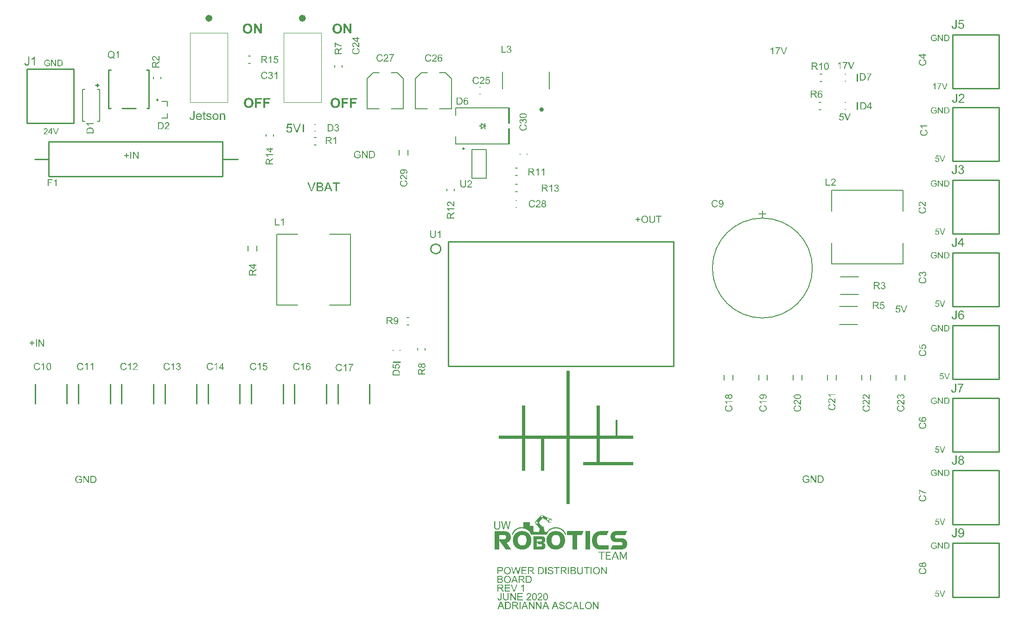
<source format=gto>
G04*
G04 #@! TF.GenerationSoftware,Altium Limited,Altium Designer,20.1.11 (218)*
G04*
G04 Layer_Color=65535*
%FSAX25Y25*%
%MOIN*%
G70*
G04*
G04 #@! TF.SameCoordinates,E0C1F809-B248-4629-B2B7-0F7BAD0073A3*
G04*
G04*
G04 #@! TF.FilePolarity,Positive*
G04*
G01*
G75*
%ADD10C,0.02756*%
%ADD11C,0.01000*%
%ADD12C,0.01575*%
%ADD13C,0.00984*%
%ADD14C,0.00600*%
%ADD15C,0.00787*%
%ADD16C,0.00591*%
%ADD17C,0.00500*%
%ADD18C,0.00394*%
%ADD19R,0.00800X0.00800*%
G36*
X0397400Y0177800D02*
Y0176200D01*
Y0175400D01*
Y0174600D01*
Y0173800D01*
Y0173000D01*
Y0172200D01*
Y0171400D01*
Y0170600D01*
Y0169800D01*
Y0169000D01*
Y0168200D01*
Y0167400D01*
Y0166600D01*
Y0165800D01*
Y0165000D01*
Y0164200D01*
Y0163400D01*
Y0162600D01*
Y0161800D01*
Y0161000D01*
Y0160200D01*
Y0159400D01*
Y0158600D01*
Y0157800D01*
Y0157000D01*
Y0156200D01*
Y0155400D01*
Y0154600D01*
Y0153800D01*
Y0153000D01*
Y0152200D01*
Y0151400D01*
Y0150600D01*
Y0149800D01*
Y0149000D01*
Y0148200D01*
Y0147400D01*
Y0146600D01*
Y0145800D01*
Y0145000D01*
Y0144200D01*
Y0143400D01*
Y0142600D01*
Y0141800D01*
Y0141000D01*
Y0140200D01*
Y0139400D01*
Y0138600D01*
Y0137800D01*
Y0137000D01*
Y0136200D01*
Y0135400D01*
Y0134600D01*
Y0133800D01*
Y0133000D01*
Y0132200D01*
X0416600D01*
Y0133000D01*
Y0133800D01*
Y0134600D01*
Y0135400D01*
Y0136200D01*
Y0137000D01*
Y0137800D01*
Y0138600D01*
Y0139400D01*
Y0140200D01*
Y0141000D01*
Y0141800D01*
Y0142600D01*
Y0143400D01*
Y0144200D01*
Y0145000D01*
Y0145800D01*
Y0146600D01*
Y0147400D01*
Y0148200D01*
Y0149000D01*
Y0149800D01*
Y0150600D01*
Y0151400D01*
Y0152200D01*
Y0153000D01*
Y0153800D01*
X0419000D01*
Y0153000D01*
Y0152200D01*
Y0151400D01*
Y0150600D01*
Y0149800D01*
Y0149000D01*
Y0148200D01*
Y0147400D01*
Y0146600D01*
Y0145800D01*
Y0145000D01*
Y0144200D01*
Y0143400D01*
Y0142600D01*
Y0141800D01*
Y0141000D01*
Y0140200D01*
Y0139400D01*
Y0138600D01*
Y0137800D01*
Y0137000D01*
Y0136200D01*
Y0135400D01*
Y0134600D01*
Y0133800D01*
Y0133000D01*
Y0132200D01*
X0430200D01*
Y0133000D01*
Y0133800D01*
Y0134600D01*
Y0135400D01*
Y0136200D01*
Y0137000D01*
Y0137800D01*
Y0138600D01*
Y0139400D01*
Y0140200D01*
Y0141000D01*
Y0141800D01*
Y0142600D01*
Y0143400D01*
X0431800D01*
Y0142600D01*
Y0141800D01*
Y0141000D01*
Y0140200D01*
Y0139400D01*
Y0138600D01*
Y0137800D01*
Y0137000D01*
Y0136200D01*
Y0135400D01*
Y0134600D01*
Y0133800D01*
Y0133000D01*
Y0132200D01*
X0443000D01*
Y0131400D01*
Y0130600D01*
Y0129800D01*
X0419000D01*
Y0129000D01*
Y0128200D01*
Y0127400D01*
Y0126600D01*
Y0125800D01*
Y0125000D01*
Y0124200D01*
Y0123400D01*
Y0122600D01*
Y0121800D01*
Y0121000D01*
Y0120200D01*
Y0119400D01*
Y0118600D01*
Y0117800D01*
Y0117000D01*
Y0116200D01*
Y0115400D01*
Y0114600D01*
Y0113800D01*
Y0113000D01*
X0443000D01*
Y0112200D01*
Y0111400D01*
Y0110600D01*
X0407000D01*
Y0111400D01*
Y0112200D01*
Y0113000D01*
X0416600D01*
Y0113800D01*
Y0114600D01*
Y0115400D01*
Y0116200D01*
Y0117000D01*
Y0117800D01*
Y0118600D01*
Y0119400D01*
Y0120200D01*
Y0121000D01*
Y0121800D01*
Y0122600D01*
Y0123400D01*
Y0124200D01*
Y0125000D01*
Y0125800D01*
Y0126600D01*
Y0127400D01*
Y0128200D01*
Y0129000D01*
Y0129800D01*
X0397400D01*
Y0129000D01*
Y0128200D01*
Y0127400D01*
Y0126600D01*
Y0125800D01*
Y0125000D01*
Y0124200D01*
Y0123400D01*
Y0122600D01*
Y0121800D01*
Y0121000D01*
Y0120200D01*
Y0119400D01*
Y0118600D01*
Y0117800D01*
Y0117000D01*
Y0116200D01*
Y0115400D01*
Y0114600D01*
Y0113800D01*
Y0113000D01*
Y0112200D01*
Y0111400D01*
Y0110600D01*
Y0109800D01*
Y0109000D01*
Y0108200D01*
Y0107400D01*
Y0106600D01*
Y0105800D01*
Y0105000D01*
Y0104200D01*
Y0103400D01*
Y0102600D01*
Y0101800D01*
Y0101000D01*
Y0100200D01*
Y0099400D01*
Y0098600D01*
Y0097800D01*
Y0097000D01*
Y0096200D01*
Y0095400D01*
Y0094600D01*
Y0093800D01*
Y0093000D01*
Y0092200D01*
Y0091400D01*
Y0090600D01*
Y0089800D01*
Y0089000D01*
Y0088200D01*
Y0087400D01*
Y0086600D01*
Y0085800D01*
Y0085000D01*
Y0084200D01*
Y0083400D01*
Y0082600D01*
X0395000D01*
Y0083400D01*
Y0084200D01*
Y0085000D01*
Y0085800D01*
Y0086600D01*
Y0087400D01*
Y0088200D01*
Y0089000D01*
Y0089800D01*
Y0090600D01*
Y0091400D01*
Y0092200D01*
Y0093000D01*
Y0093800D01*
Y0094600D01*
Y0095400D01*
Y0096200D01*
Y0097000D01*
Y0097800D01*
Y0098600D01*
Y0099400D01*
Y0100200D01*
Y0101000D01*
Y0101800D01*
Y0102600D01*
Y0103400D01*
Y0104200D01*
Y0105000D01*
Y0105800D01*
Y0106600D01*
Y0107400D01*
Y0108200D01*
Y0109000D01*
Y0109800D01*
Y0110600D01*
Y0111400D01*
Y0112200D01*
Y0113000D01*
Y0113800D01*
Y0114600D01*
Y0115400D01*
Y0116200D01*
Y0117000D01*
Y0117800D01*
Y0118600D01*
Y0119400D01*
Y0120200D01*
Y0121000D01*
Y0121800D01*
Y0122600D01*
Y0123400D01*
Y0124200D01*
Y0125000D01*
Y0125800D01*
Y0126600D01*
Y0127400D01*
Y0128200D01*
Y0129000D01*
Y0129800D01*
X0379000D01*
Y0129000D01*
Y0128200D01*
Y0127400D01*
Y0126600D01*
Y0125800D01*
Y0125000D01*
Y0124200D01*
Y0123400D01*
Y0122600D01*
Y0121800D01*
Y0121000D01*
Y0120200D01*
Y0119400D01*
Y0118600D01*
Y0117800D01*
Y0117000D01*
Y0116200D01*
Y0115400D01*
Y0114600D01*
Y0113800D01*
Y0113000D01*
Y0112200D01*
Y0111400D01*
Y0110600D01*
Y0109800D01*
Y0109000D01*
Y0108200D01*
Y0107400D01*
Y0106600D01*
X0376600D01*
Y0107400D01*
Y0108200D01*
Y0109000D01*
Y0109800D01*
Y0110600D01*
Y0111400D01*
Y0112200D01*
Y0113000D01*
Y0113800D01*
Y0114600D01*
Y0115400D01*
Y0116200D01*
Y0117000D01*
Y0117800D01*
Y0118600D01*
Y0119400D01*
Y0120200D01*
Y0121000D01*
Y0121800D01*
Y0122600D01*
Y0123400D01*
Y0124200D01*
Y0125000D01*
Y0125800D01*
Y0126600D01*
Y0127400D01*
Y0128200D01*
Y0129000D01*
Y0129800D01*
X0365400D01*
Y0129000D01*
Y0128200D01*
Y0127400D01*
Y0126600D01*
Y0125800D01*
Y0125000D01*
Y0124200D01*
Y0123400D01*
Y0122600D01*
Y0121800D01*
Y0121000D01*
Y0120200D01*
Y0119400D01*
Y0118600D01*
Y0117800D01*
Y0117000D01*
Y0116200D01*
Y0115400D01*
Y0114600D01*
Y0113800D01*
Y0113000D01*
Y0112200D01*
Y0111400D01*
Y0110600D01*
Y0109800D01*
Y0109000D01*
Y0108200D01*
Y0107400D01*
Y0106600D01*
X0363000D01*
Y0107400D01*
Y0108200D01*
Y0109000D01*
Y0109800D01*
Y0110600D01*
Y0111400D01*
Y0112200D01*
Y0113000D01*
Y0113800D01*
Y0114600D01*
Y0115400D01*
Y0116200D01*
Y0117000D01*
Y0117800D01*
Y0118600D01*
Y0119400D01*
Y0120200D01*
Y0121000D01*
Y0121800D01*
Y0122600D01*
Y0123400D01*
Y0124200D01*
Y0125000D01*
Y0125800D01*
Y0126600D01*
Y0127400D01*
Y0128200D01*
Y0129000D01*
Y0129800D01*
X0346200D01*
Y0130600D01*
X0347000D01*
Y0131400D01*
X0346200D01*
Y0132200D01*
X0363000D01*
Y0133000D01*
Y0133800D01*
Y0134600D01*
Y0135400D01*
Y0136200D01*
Y0137000D01*
Y0137800D01*
Y0138600D01*
Y0139400D01*
Y0140200D01*
Y0141000D01*
Y0141800D01*
Y0142600D01*
Y0143400D01*
Y0144200D01*
Y0145000D01*
Y0145800D01*
Y0146600D01*
Y0147400D01*
Y0148200D01*
Y0149000D01*
Y0149800D01*
Y0150600D01*
Y0151400D01*
Y0152200D01*
Y0153000D01*
Y0153800D01*
X0365400D01*
Y0153000D01*
Y0152200D01*
Y0151400D01*
Y0150600D01*
Y0149800D01*
Y0149000D01*
Y0148200D01*
Y0147400D01*
Y0146600D01*
Y0145800D01*
Y0145000D01*
Y0144200D01*
Y0143400D01*
Y0142600D01*
Y0141800D01*
Y0141000D01*
Y0140200D01*
Y0139400D01*
Y0138600D01*
Y0137800D01*
Y0137000D01*
Y0136200D01*
Y0135400D01*
Y0134600D01*
Y0133800D01*
Y0133000D01*
Y0132200D01*
X0395000D01*
Y0133000D01*
Y0133800D01*
Y0134600D01*
Y0135400D01*
Y0136200D01*
Y0137000D01*
Y0137800D01*
Y0138600D01*
Y0139400D01*
Y0140200D01*
Y0141000D01*
Y0141800D01*
Y0142600D01*
Y0143400D01*
Y0144200D01*
Y0145000D01*
Y0145800D01*
Y0146600D01*
Y0147400D01*
Y0148200D01*
Y0149000D01*
Y0149800D01*
Y0150600D01*
Y0151400D01*
Y0152200D01*
Y0153000D01*
Y0153800D01*
Y0154600D01*
Y0155400D01*
Y0156200D01*
Y0157000D01*
Y0157800D01*
Y0158600D01*
Y0159400D01*
Y0160200D01*
Y0161000D01*
Y0161800D01*
Y0162600D01*
Y0163400D01*
Y0164200D01*
Y0165000D01*
Y0165800D01*
Y0166600D01*
Y0167400D01*
Y0168200D01*
Y0169000D01*
Y0169800D01*
Y0170600D01*
Y0171400D01*
Y0172200D01*
Y0173000D01*
Y0173800D01*
Y0174600D01*
Y0175400D01*
Y0176200D01*
Y0177000D01*
Y0177800D01*
Y0178600D01*
X0397400D01*
Y0177800D01*
D02*
G37*
G36*
X0377786Y0074873D02*
X0377852D01*
Y0074807D01*
X0378050D01*
Y0074741D01*
X0378116D01*
Y0074675D01*
X0378314D01*
Y0074609D01*
X0378380D01*
Y0074543D01*
X0378446D01*
Y0074477D01*
X0378512D01*
Y0074411D01*
X0378710D01*
Y0074346D01*
X0378776D01*
Y0074280D01*
X0378974D01*
Y0074214D01*
X0379039D01*
Y0074148D01*
X0379237D01*
Y0074082D01*
X0379303D01*
Y0074016D01*
X0379501D01*
Y0073950D01*
X0379567D01*
Y0073884D01*
X0379765D01*
Y0073818D01*
X0379831D01*
Y0073752D01*
X0379897D01*
Y0073686D01*
X0379963D01*
Y0073620D01*
X0380029D01*
Y0073686D01*
X0380095D01*
Y0073620D01*
X0380161D01*
Y0073554D01*
X0380227D01*
Y0073488D01*
X0380425D01*
Y0073422D01*
X0380491D01*
Y0073356D01*
X0380689D01*
Y0073290D01*
X0380754D01*
Y0073224D01*
X0380952D01*
Y0073158D01*
X0381018D01*
Y0073092D01*
X0381216D01*
Y0073026D01*
X0381282D01*
Y0072960D01*
X0381414D01*
Y0072894D01*
Y0072828D01*
X0381480D01*
Y0072894D01*
X0381546D01*
Y0072828D01*
X0381612D01*
Y0072762D01*
X0381678D01*
Y0072828D01*
X0381744D01*
Y0072762D01*
X0381810D01*
Y0072696D01*
X0381876D01*
Y0072631D01*
X0381942D01*
Y0072565D01*
X0382140D01*
Y0072499D01*
X0382206D01*
Y0072433D01*
X0382404D01*
Y0072367D01*
X0382470D01*
Y0072301D01*
X0382667D01*
Y0072235D01*
X0382601D01*
Y0072169D01*
X0382667D01*
Y0072103D01*
X0382733D01*
Y0072169D01*
X0383195D01*
Y0072235D01*
X0383261D01*
Y0072169D01*
X0383327D01*
Y0072235D01*
X0383393D01*
Y0072169D01*
X0383459D01*
Y0072235D01*
X0383525D01*
Y0072169D01*
X0383591D01*
Y0072235D01*
X0383657D01*
Y0072169D01*
X0383723D01*
Y0072235D01*
X0383789D01*
Y0072301D01*
X0383855D01*
Y0072235D01*
X0383921D01*
Y0072301D01*
X0383987D01*
Y0072235D01*
X0384053D01*
Y0072169D01*
X0384119D01*
Y0072103D01*
X0384185D01*
Y0072037D01*
Y0071971D01*
Y0071905D01*
X0384251D01*
Y0071839D01*
Y0071773D01*
Y0071707D01*
X0384317D01*
Y0071641D01*
X0384383D01*
Y0071575D01*
X0384317D01*
Y0071509D01*
X0384383D01*
Y0071443D01*
X0384449D01*
Y0071377D01*
X0384514D01*
Y0071311D01*
X0384449D01*
Y0071245D01*
X0384514D01*
Y0071179D01*
X0384580D01*
Y0071113D01*
Y0071047D01*
Y0070981D01*
X0384647D01*
Y0070915D01*
X0384712D01*
Y0070849D01*
X0384647D01*
Y0070783D01*
X0384712D01*
Y0070718D01*
X0384778D01*
Y0070652D01*
X0384712D01*
Y0070586D01*
X0384778D01*
Y0070520D01*
X0384844D01*
Y0070454D01*
X0384910D01*
Y0070388D01*
X0384844D01*
Y0070322D01*
X0384910D01*
Y0070256D01*
X0384844D01*
Y0070322D01*
X0384778D01*
Y0070388D01*
X0384712D01*
Y0070454D01*
Y0070520D01*
X0384580D01*
Y0070586D01*
Y0070652D01*
X0384514D01*
Y0070718D01*
Y0070783D01*
X0384449D01*
Y0070849D01*
X0384383D01*
Y0070915D01*
X0384317D01*
Y0070981D01*
X0384251D01*
Y0071047D01*
X0384185D01*
Y0071113D01*
X0384119D01*
Y0071179D01*
X0384053D01*
Y0071245D01*
X0383987D01*
Y0071311D01*
X0383921D01*
Y0071377D01*
X0383987D01*
Y0071443D01*
X0383789D01*
Y0071509D01*
X0383855D01*
Y0071575D01*
X0383525D01*
Y0071509D01*
X0383459D01*
Y0071443D01*
X0383261D01*
Y0071377D01*
X0383195D01*
Y0071443D01*
X0383129D01*
Y0071377D01*
X0383063D01*
Y0071311D01*
X0382865D01*
Y0071245D01*
X0382799D01*
Y0071179D01*
X0382601D01*
Y0071113D01*
Y0071047D01*
Y0070981D01*
Y0070915D01*
Y0070849D01*
X0382536D01*
Y0070783D01*
Y0070718D01*
Y0070652D01*
Y0070586D01*
Y0070520D01*
X0382470D01*
Y0070454D01*
X0382536D01*
Y0070388D01*
X0382470D01*
Y0070322D01*
X0382536D01*
Y0070256D01*
X0382470D01*
Y0070190D01*
X0382536D01*
Y0070124D01*
X0382470D01*
Y0070058D01*
Y0069992D01*
Y0069926D01*
X0382799D01*
Y0069860D01*
X0382997D01*
Y0069794D01*
X0383195D01*
Y0069728D01*
X0383261D01*
Y0069794D01*
X0383327D01*
Y0069728D01*
X0383393D01*
Y0069662D01*
X0383459D01*
Y0069728D01*
X0383525D01*
Y0069662D01*
X0383723D01*
Y0069596D01*
X0383789D01*
Y0069662D01*
X0383855D01*
Y0069596D01*
X0383921D01*
Y0069530D01*
X0384119D01*
Y0069464D01*
X0382733D01*
Y0069530D01*
X0382667D01*
Y0069464D01*
X0382601D01*
Y0069530D01*
X0382536D01*
Y0069464D01*
X0382470D01*
Y0069530D01*
X0382404D01*
Y0069464D01*
X0382338D01*
Y0069530D01*
X0382272D01*
Y0069464D01*
X0382206D01*
Y0069530D01*
X0382140D01*
Y0069464D01*
X0382074D01*
Y0069530D01*
X0382008D01*
Y0069464D01*
X0381942D01*
Y0069530D01*
X0381876D01*
Y0069596D01*
X0381810D01*
Y0069662D01*
Y0069728D01*
X0381744D01*
Y0069794D01*
Y0069860D01*
X0381678D01*
Y0069926D01*
X0381744D01*
Y0069992D01*
X0381678D01*
Y0070058D01*
X0381612D01*
Y0070124D01*
X0381546D01*
Y0070190D01*
X0381612D01*
Y0070256D01*
X0381546D01*
Y0070322D01*
X0381480D01*
Y0070388D01*
X0381414D01*
Y0070454D01*
X0381480D01*
Y0070520D01*
X0381414D01*
Y0070586D01*
Y0070652D01*
X0381348D01*
Y0070718D01*
Y0070783D01*
X0381150D01*
Y0070849D01*
X0381084D01*
Y0070915D01*
X0380886D01*
Y0070981D01*
X0380820D01*
Y0071047D01*
X0380623D01*
Y0071113D01*
X0380557D01*
Y0071179D01*
X0380359D01*
Y0071245D01*
X0380293D01*
Y0071311D01*
X0380227D01*
Y0071377D01*
X0380095D01*
Y0071443D01*
X0379963D01*
Y0071509D01*
X0379897D01*
Y0071575D01*
X0379699D01*
Y0071641D01*
X0379633D01*
Y0071707D01*
X0379435D01*
Y0071773D01*
X0379369D01*
Y0071839D01*
X0379171D01*
Y0071905D01*
X0379105D01*
Y0071971D01*
X0379039D01*
Y0072037D01*
X0378974D01*
Y0072103D01*
X0378776D01*
Y0072169D01*
X0378710D01*
Y0072235D01*
X0378512D01*
Y0072301D01*
X0378446D01*
Y0072367D01*
X0378248D01*
Y0072433D01*
X0378182D01*
Y0072499D01*
X0377984D01*
Y0072565D01*
X0377918D01*
Y0072631D01*
X0377720D01*
Y0072565D01*
X0377786D01*
Y0072499D01*
X0377654D01*
Y0072433D01*
Y0072367D01*
X0377588D01*
Y0072301D01*
X0377522D01*
Y0072235D01*
X0377456D01*
Y0072169D01*
X0377390D01*
Y0072103D01*
X0377324D01*
Y0072037D01*
Y0071971D01*
X0377258D01*
Y0071905D01*
X0377192D01*
Y0071839D01*
X0377126D01*
Y0071773D01*
Y0071707D01*
X0377061D01*
Y0071641D01*
X0376994D01*
Y0071575D01*
X0376928D01*
Y0071509D01*
X0376863D01*
Y0071443D01*
X0376797D01*
Y0071377D01*
X0376731D01*
Y0071311D01*
X0376665D01*
Y0071245D01*
X0376599D01*
Y0071179D01*
X0376533D01*
Y0071113D01*
X0376467D01*
Y0071047D01*
X0376401D01*
Y0070981D01*
X0376335D01*
Y0070915D01*
X0376269D01*
Y0070849D01*
Y0070783D01*
X0376137D01*
Y0070718D01*
X0376203D01*
Y0070652D01*
X0376005D01*
Y0070586D01*
X0376071D01*
Y0070520D01*
X0375939D01*
Y0070454D01*
Y0070388D01*
X0375873D01*
Y0070322D01*
X0375807D01*
Y0070256D01*
X0375741D01*
Y0070190D01*
X0375675D01*
Y0070124D01*
X0375609D01*
Y0070058D01*
Y0069992D01*
X0375543D01*
Y0069926D01*
Y0069860D01*
X0375477D01*
Y0069794D01*
X0375411D01*
Y0069728D01*
X0375345D01*
Y0069662D01*
X0375279D01*
Y0069596D01*
X0375213D01*
Y0069530D01*
X0375148D01*
Y0069464D01*
X0375081D01*
Y0069398D01*
X0375148D01*
Y0069332D01*
X0375213D01*
Y0069266D01*
X0375279D01*
Y0069200D01*
X0375345D01*
Y0069134D01*
X0375411D01*
Y0069068D01*
X0375477D01*
Y0069002D01*
X0375543D01*
Y0068936D01*
Y0068870D01*
X0375675D01*
Y0068805D01*
X0375609D01*
Y0068739D01*
X0375675D01*
Y0068673D01*
X0375741D01*
Y0068607D01*
X0375807D01*
Y0068541D01*
X0375873D01*
Y0068475D01*
X0375939D01*
Y0068409D01*
X0376005D01*
Y0068343D01*
X0376071D01*
Y0068277D01*
X0376137D01*
Y0068211D01*
X0376203D01*
Y0068145D01*
X0376137D01*
Y0068079D01*
X0376269D01*
Y0068013D01*
Y0067947D01*
X0376335D01*
Y0067881D01*
X0376401D01*
Y0067815D01*
X0376467D01*
Y0067749D01*
X0376533D01*
Y0067683D01*
X0376599D01*
Y0067617D01*
X0376665D01*
Y0067551D01*
X0376731D01*
Y0067485D01*
Y0067419D01*
X0376863D01*
Y0067353D01*
X0376797D01*
Y0067287D01*
X0376863D01*
Y0067221D01*
X0376928D01*
Y0067155D01*
X0376994D01*
Y0067089D01*
X0377061D01*
Y0067023D01*
X0377126D01*
Y0066957D01*
X0377192D01*
Y0066891D01*
X0377258D01*
Y0066825D01*
X0377192D01*
Y0066760D01*
X0377390D01*
Y0066694D01*
Y0066628D01*
X0377456D01*
Y0066562D01*
Y0066496D01*
X0377522D01*
Y0066562D01*
X0377588D01*
Y0066496D01*
X0377654D01*
Y0066562D01*
X0377720D01*
Y0066496D01*
X0377786D01*
Y0066562D01*
X0377852D01*
Y0066496D01*
X0377918D01*
Y0066562D01*
X0377984D01*
Y0066496D01*
X0378050D01*
Y0066562D01*
X0378116D01*
Y0066496D01*
X0378182D01*
Y0066562D01*
X0378248D01*
Y0066496D01*
X0378314D01*
Y0066562D01*
X0378380D01*
Y0066496D01*
X0378446D01*
Y0066430D01*
X0378512D01*
Y0066364D01*
Y0066298D01*
Y0066232D01*
X0378578D01*
Y0066166D01*
Y0066100D01*
Y0066034D01*
Y0065968D01*
X0378644D01*
Y0065902D01*
Y0065836D01*
X0378710D01*
Y0065770D01*
X0378644D01*
Y0065704D01*
X0378710D01*
Y0065638D01*
X0378644D01*
Y0065572D01*
X0378710D01*
Y0065506D01*
X0378776D01*
Y0065440D01*
Y0065374D01*
Y0065308D01*
X0378841D01*
Y0065242D01*
X0378776D01*
Y0065176D01*
X0378841D01*
Y0065110D01*
Y0065044D01*
Y0064978D01*
X0378907D01*
Y0064912D01*
Y0064847D01*
Y0064781D01*
X0378974D01*
Y0064715D01*
X0378907D01*
Y0064649D01*
X0378974D01*
Y0064583D01*
Y0064517D01*
Y0064451D01*
X0379039D01*
Y0064385D01*
X0379105D01*
Y0064319D01*
X0379039D01*
Y0064253D01*
X0379105D01*
Y0064187D01*
X0379039D01*
Y0064121D01*
X0379105D01*
Y0064055D01*
Y0063989D01*
Y0063923D01*
X0379171D01*
Y0063857D01*
Y0063791D01*
Y0063725D01*
X0379237D01*
Y0063659D01*
X0379171D01*
Y0063593D01*
X0379237D01*
Y0063527D01*
Y0063461D01*
Y0063395D01*
X0379303D01*
Y0063329D01*
X0379369D01*
Y0063263D01*
X0379303D01*
Y0063197D01*
X0379369D01*
Y0063131D01*
X0379303D01*
Y0063065D01*
X0379369D01*
Y0062999D01*
X0379435D01*
Y0062934D01*
X0379369D01*
Y0062868D01*
X0379435D01*
Y0062802D01*
X0379501D01*
Y0062736D01*
X0379567D01*
Y0062802D01*
X0379633D01*
Y0062736D01*
X0379699D01*
Y0062802D01*
X0379765D01*
Y0062736D01*
X0379831D01*
Y0062802D01*
X0379897D01*
Y0062736D01*
X0379963D01*
Y0062802D01*
X0380029D01*
Y0062736D01*
X0380095D01*
Y0062802D01*
X0380161D01*
Y0062736D01*
X0380227D01*
Y0062802D01*
X0380293D01*
Y0062736D01*
X0380359D01*
Y0062802D01*
X0380425D01*
Y0062736D01*
X0380491D01*
Y0062802D01*
X0380557D01*
Y0062736D01*
X0380623D01*
Y0062802D01*
X0380689D01*
Y0062736D01*
X0380886D01*
Y0062802D01*
X0380952D01*
Y0062736D01*
X0381018D01*
Y0062802D01*
X0381084D01*
Y0062868D01*
X0381150D01*
Y0062934D01*
X0381216D01*
Y0062999D01*
X0381150D01*
Y0063065D01*
X0381282D01*
Y0063131D01*
Y0063197D01*
X0381348D01*
Y0063263D01*
X0381414D01*
Y0063329D01*
X0381480D01*
Y0063395D01*
X0381546D01*
Y0063461D01*
X0381612D01*
Y0063527D01*
X0381678D01*
Y0063593D01*
X0381744D01*
Y0063659D01*
X0381810D01*
Y0063725D01*
X0381876D01*
Y0063791D01*
Y0063857D01*
X0382008D01*
Y0063923D01*
Y0063989D01*
X0382140D01*
Y0064055D01*
Y0064121D01*
X0382272D01*
Y0064187D01*
X0382338D01*
Y0064253D01*
X0382404D01*
Y0064319D01*
X0382470D01*
Y0064385D01*
X0382536D01*
Y0064451D01*
X0382601D01*
Y0064517D01*
X0382667D01*
Y0064583D01*
X0382733D01*
Y0064649D01*
X0382931D01*
Y0064715D01*
X0382997D01*
Y0064781D01*
X0383063D01*
Y0064847D01*
X0383129D01*
Y0064912D01*
X0383327D01*
Y0064978D01*
X0383393D01*
Y0065044D01*
X0383591D01*
Y0065110D01*
X0383657D01*
Y0065176D01*
X0383855D01*
Y0065242D01*
X0383921D01*
Y0065308D01*
X0384119D01*
Y0065374D01*
X0384185D01*
Y0065440D01*
X0384383D01*
Y0065506D01*
X0384449D01*
Y0065572D01*
X0384514D01*
Y0065506D01*
X0384580D01*
Y0065572D01*
X0384647D01*
Y0065638D01*
X0384712D01*
Y0065572D01*
X0384778D01*
Y0065638D01*
X0384844D01*
Y0065704D01*
X0384910D01*
Y0065638D01*
X0384976D01*
Y0065704D01*
X0385174D01*
Y0065770D01*
X0385240D01*
Y0065704D01*
X0385306D01*
Y0065770D01*
X0385372D01*
Y0065836D01*
X0385438D01*
Y0065770D01*
X0385504D01*
Y0065836D01*
X0385702D01*
Y0065902D01*
X0385768D01*
Y0065836D01*
X0385834D01*
Y0065902D01*
X0385900D01*
Y0065968D01*
X0385966D01*
Y0065902D01*
X0386032D01*
Y0065968D01*
X0386098D01*
Y0065902D01*
X0386164D01*
Y0065968D01*
X0386889D01*
Y0066034D01*
X0386955D01*
Y0065968D01*
X0387153D01*
Y0066034D01*
X0387219D01*
Y0065968D01*
X0387285D01*
Y0066034D01*
X0387351D01*
Y0065968D01*
X0387417D01*
Y0066034D01*
X0387483D01*
Y0065968D01*
X0387549D01*
Y0066034D01*
X0387615D01*
Y0065968D01*
X0387681D01*
Y0066034D01*
X0387747D01*
Y0065968D01*
X0387945D01*
Y0066034D01*
X0388011D01*
Y0065968D01*
X0388604D01*
Y0065902D01*
X0388670D01*
Y0065968D01*
X0388736D01*
Y0065902D01*
X0388802D01*
Y0065968D01*
X0388868D01*
Y0065902D01*
X0388934D01*
Y0065836D01*
X0389000D01*
Y0065902D01*
X0389066D01*
Y0065836D01*
X0389396D01*
Y0065770D01*
X0389462D01*
Y0065704D01*
X0389528D01*
Y0065770D01*
X0389594D01*
Y0065704D01*
X0389792D01*
Y0065638D01*
X0389858D01*
Y0065704D01*
X0389924D01*
Y0065638D01*
X0389990D01*
Y0065572D01*
X0390056D01*
Y0065638D01*
X0390122D01*
Y0065572D01*
X0390319D01*
Y0065506D01*
X0390385D01*
Y0065440D01*
X0390583D01*
Y0065374D01*
X0390649D01*
Y0065440D01*
X0390715D01*
Y0065374D01*
X0390781D01*
Y0065308D01*
X0390979D01*
Y0065242D01*
X0391045D01*
Y0065176D01*
X0391243D01*
Y0065110D01*
X0391309D01*
Y0065044D01*
X0391441D01*
Y0064978D01*
Y0064912D01*
X0391507D01*
Y0064978D01*
X0391573D01*
Y0064912D01*
X0391639D01*
Y0064847D01*
X0391705D01*
Y0064781D01*
X0391903D01*
Y0064715D01*
X0391969D01*
Y0064649D01*
X0392035D01*
Y0064583D01*
X0392101D01*
Y0064517D01*
X0392232D01*
Y0064451D01*
Y0064385D01*
X0392430D01*
Y0064319D01*
X0392496D01*
Y0064253D01*
X0392562D01*
Y0064187D01*
X0392628D01*
Y0064121D01*
X0392694D01*
Y0064055D01*
X0392760D01*
Y0063989D01*
X0392826D01*
Y0063923D01*
X0392892D01*
Y0063857D01*
X0392958D01*
Y0063791D01*
X0393024D01*
Y0063725D01*
X0393090D01*
Y0063659D01*
X0393156D01*
Y0063593D01*
X0393222D01*
Y0063527D01*
X0393288D01*
Y0063461D01*
X0393354D01*
Y0063395D01*
Y0063329D01*
X0393486D01*
Y0063263D01*
Y0063197D01*
X0393552D01*
Y0063131D01*
Y0063065D01*
X0393618D01*
Y0062999D01*
X0393684D01*
Y0062934D01*
X0393750D01*
Y0062868D01*
X0393816D01*
Y0062802D01*
X0393882D01*
Y0062736D01*
Y0062670D01*
Y0062604D01*
X0393948D01*
Y0062538D01*
X0394014D01*
Y0062472D01*
X0394079D01*
Y0062406D01*
Y0062340D01*
Y0062274D01*
X0394145D01*
Y0062208D01*
X0394211D01*
Y0062142D01*
X0394277D01*
Y0062076D01*
X0394211D01*
Y0062010D01*
X0394277D01*
Y0061944D01*
X0394343D01*
Y0061878D01*
X0394409D01*
Y0061812D01*
X0394343D01*
Y0061746D01*
X0394409D01*
Y0061680D01*
X0394475D01*
Y0061614D01*
X0394541D01*
Y0061548D01*
X0394475D01*
Y0061482D01*
X0394541D01*
Y0061416D01*
X0394607D01*
Y0061350D01*
Y0061285D01*
Y0061219D01*
X0394673D01*
Y0061152D01*
Y0061086D01*
Y0061021D01*
X0394739D01*
Y0060955D01*
X0394673D01*
Y0060889D01*
X0394475D01*
Y0060823D01*
X0394277D01*
Y0060757D01*
X0394211D01*
Y0060823D01*
X0394145D01*
Y0060757D01*
X0393948D01*
Y0060823D01*
Y0060889D01*
Y0060955D01*
X0393882D01*
Y0061021D01*
X0393816D01*
Y0061086D01*
X0393882D01*
Y0061152D01*
X0393816D01*
Y0061219D01*
X0393750D01*
Y0061285D01*
X0393684D01*
Y0061350D01*
X0393750D01*
Y0061416D01*
X0393684D01*
Y0061482D01*
Y0061548D01*
X0393618D01*
Y0061614D01*
Y0061680D01*
X0393552D01*
Y0061746D01*
X0393486D01*
Y0061812D01*
X0393420D01*
Y0061878D01*
X0393486D01*
Y0061944D01*
X0393420D01*
Y0062010D01*
X0393354D01*
Y0062076D01*
X0393288D01*
Y0062142D01*
Y0062208D01*
X0393222D01*
Y0062274D01*
Y0062340D01*
X0393156D01*
Y0062406D01*
X0393090D01*
Y0062472D01*
X0393024D01*
Y0062538D01*
X0392958D01*
Y0062604D01*
X0392892D01*
Y0062670D01*
X0392958D01*
Y0062736D01*
X0392826D01*
Y0062802D01*
Y0062868D01*
X0392760D01*
Y0062934D01*
X0392694D01*
Y0062999D01*
X0392628D01*
Y0063065D01*
X0392562D01*
Y0063131D01*
X0392496D01*
Y0063197D01*
X0392430D01*
Y0063263D01*
X0392364D01*
Y0063329D01*
X0392298D01*
Y0063395D01*
X0392232D01*
Y0063461D01*
X0392166D01*
Y0063527D01*
X0392101D01*
Y0063593D01*
X0392035D01*
Y0063659D01*
X0391969D01*
Y0063725D01*
X0391903D01*
Y0063791D01*
X0391705D01*
Y0063857D01*
X0391639D01*
Y0063923D01*
X0391573D01*
Y0063989D01*
X0391507D01*
Y0064055D01*
X0391441D01*
Y0064121D01*
X0391375D01*
Y0064187D01*
X0391177D01*
Y0064253D01*
X0391111D01*
Y0064319D01*
X0390913D01*
Y0064385D01*
X0390847D01*
Y0064451D01*
X0390781D01*
Y0064517D01*
X0390583D01*
Y0064583D01*
X0390385D01*
Y0064649D01*
X0390319D01*
Y0064715D01*
X0390122D01*
Y0064781D01*
X0390056D01*
Y0064847D01*
X0389990D01*
Y0064781D01*
X0389924D01*
Y0064847D01*
X0389726D01*
Y0064912D01*
X0389660D01*
Y0064978D01*
X0389594D01*
Y0064912D01*
X0389660D01*
Y0064847D01*
X0389594D01*
Y0064912D01*
X0389528D01*
Y0064978D01*
X0389330D01*
Y0065044D01*
X0389264D01*
Y0064978D01*
X0389198D01*
Y0065044D01*
X0389000D01*
Y0065110D01*
X0388934D01*
Y0065044D01*
X0388868D01*
Y0065110D01*
X0388538D01*
Y0065176D01*
X0388472D01*
Y0065110D01*
X0388406D01*
Y0065176D01*
X0388340D01*
Y0065110D01*
X0388275D01*
Y0065176D01*
X0388209D01*
Y0065242D01*
X0388143D01*
Y0065176D01*
X0388077D01*
Y0065242D01*
X0388011D01*
Y0065176D01*
X0387945D01*
Y0065242D01*
X0387879D01*
Y0065176D01*
X0387813D01*
Y0065242D01*
X0387747D01*
Y0065176D01*
X0387681D01*
Y0065242D01*
X0387615D01*
Y0065176D01*
X0387549D01*
Y0065242D01*
X0387483D01*
Y0065176D01*
X0387417D01*
Y0065242D01*
X0387219D01*
Y0065176D01*
X0387153D01*
Y0065242D01*
X0387087D01*
Y0065176D01*
X0387021D01*
Y0065242D01*
X0386955D01*
Y0065176D01*
X0386889D01*
Y0065242D01*
X0386823D01*
Y0065176D01*
X0386757D01*
Y0065242D01*
X0386691D01*
Y0065176D01*
X0386493D01*
Y0065110D01*
X0386427D01*
Y0065176D01*
X0386362D01*
Y0065110D01*
X0385768D01*
Y0065044D01*
X0385570D01*
Y0064978D01*
X0385504D01*
Y0065044D01*
X0385438D01*
Y0064978D01*
X0385240D01*
Y0064912D01*
X0385174D01*
Y0064847D01*
X0385108D01*
Y0064912D01*
X0385042D01*
Y0064847D01*
X0384844D01*
Y0064781D01*
X0384778D01*
Y0064715D01*
X0384712D01*
Y0064781D01*
X0384647D01*
Y0064715D01*
X0384449D01*
Y0064649D01*
X0384383D01*
Y0064583D01*
X0384185D01*
Y0064517D01*
X0384119D01*
Y0064451D01*
X0383921D01*
Y0064385D01*
X0383855D01*
Y0064319D01*
X0383657D01*
Y0064253D01*
X0383591D01*
Y0064187D01*
X0383525D01*
Y0064121D01*
X0383459D01*
Y0064055D01*
X0383261D01*
Y0063989D01*
Y0063923D01*
X0383129D01*
Y0063857D01*
X0383063D01*
Y0063791D01*
X0382997D01*
Y0063725D01*
X0382931D01*
Y0063659D01*
X0382733D01*
Y0063593D01*
X0382799D01*
Y0063527D01*
X0382601D01*
Y0063461D01*
X0382667D01*
Y0063395D01*
X0382470D01*
Y0063329D01*
X0382536D01*
Y0063263D01*
X0382338D01*
Y0063197D01*
X0382404D01*
Y0063131D01*
X0382206D01*
Y0063065D01*
X0382272D01*
Y0062999D01*
X0382206D01*
Y0062934D01*
X0382140D01*
Y0062868D01*
X0382074D01*
Y0062802D01*
X0382008D01*
Y0062736D01*
X0381942D01*
Y0062670D01*
X0381876D01*
Y0062604D01*
X0381810D01*
Y0062538D01*
Y0062472D01*
Y0062406D01*
X0381744D01*
Y0062340D01*
X0381678D01*
Y0062274D01*
X0381612D01*
Y0062208D01*
X0381546D01*
Y0062142D01*
Y0062076D01*
X0381480D01*
Y0062010D01*
Y0061944D01*
X0381414D01*
Y0061878D01*
Y0061812D01*
X0381348D01*
Y0061746D01*
Y0061680D01*
X0381282D01*
Y0061614D01*
X0381216D01*
Y0061548D01*
X0381150D01*
Y0061482D01*
X0381216D01*
Y0061416D01*
X0381150D01*
Y0061350D01*
Y0061285D01*
X0381084D01*
Y0061219D01*
Y0061152D01*
X0381018D01*
Y0061086D01*
Y0061021D01*
Y0060955D01*
X0380952D01*
Y0060889D01*
Y0060823D01*
Y0060757D01*
X0380886D01*
Y0060691D01*
X0380820D01*
Y0060757D01*
X0380754D01*
Y0060691D01*
X0380689D01*
Y0060757D01*
X0380623D01*
Y0060691D01*
X0380557D01*
Y0060757D01*
X0380491D01*
Y0060691D01*
X0380425D01*
Y0060757D01*
X0380359D01*
Y0060691D01*
X0380293D01*
Y0060757D01*
X0380227D01*
Y0060691D01*
X0380161D01*
Y0060757D01*
X0380095D01*
Y0060691D01*
X0380029D01*
Y0060757D01*
X0379963D01*
Y0060691D01*
X0379897D01*
Y0060757D01*
X0379831D01*
Y0060691D01*
X0379765D01*
Y0060757D01*
X0379699D01*
Y0060691D01*
X0379633D01*
Y0060757D01*
X0379567D01*
Y0060691D01*
X0379501D01*
Y0060757D01*
X0379435D01*
Y0060691D01*
X0379369D01*
Y0060757D01*
X0379303D01*
Y0060691D01*
X0379237D01*
Y0060757D01*
X0379171D01*
Y0060691D01*
X0379105D01*
Y0060757D01*
X0379039D01*
Y0060691D01*
X0378974D01*
Y0060757D01*
X0378907D01*
Y0060691D01*
X0378841D01*
Y0060757D01*
X0378776D01*
Y0060691D01*
X0378710D01*
Y0060757D01*
X0378644D01*
Y0060691D01*
X0378578D01*
Y0060757D01*
X0378512D01*
Y0060691D01*
X0378446D01*
Y0060757D01*
X0378380D01*
Y0060691D01*
X0378314D01*
Y0060757D01*
X0378248D01*
Y0060691D01*
X0378182D01*
Y0060757D01*
X0378116D01*
Y0060691D01*
X0378050D01*
Y0060757D01*
X0377984D01*
Y0060691D01*
X0377918D01*
Y0060757D01*
X0377852D01*
Y0060691D01*
X0377786D01*
Y0060757D01*
X0377720D01*
Y0060691D01*
X0377654D01*
Y0060757D01*
X0377588D01*
Y0060691D01*
X0377522D01*
Y0060757D01*
X0377456D01*
Y0060691D01*
X0377390D01*
Y0060757D01*
X0377324D01*
Y0060691D01*
X0377258D01*
Y0060757D01*
X0377192D01*
Y0060691D01*
X0377126D01*
Y0060757D01*
X0377061D01*
Y0060691D01*
X0376994D01*
Y0060757D01*
X0376928D01*
Y0060691D01*
X0376863D01*
Y0060757D01*
X0376797D01*
Y0060691D01*
X0376731D01*
Y0060757D01*
X0376665D01*
Y0060691D01*
X0376599D01*
Y0060757D01*
X0376533D01*
Y0060691D01*
X0376467D01*
Y0060757D01*
X0376401D01*
Y0060691D01*
X0376335D01*
Y0060757D01*
X0376269D01*
Y0060691D01*
X0376203D01*
Y0060757D01*
X0376137D01*
Y0060691D01*
X0376071D01*
Y0060757D01*
X0376005D01*
Y0060691D01*
X0375939D01*
Y0060757D01*
X0375873D01*
Y0060691D01*
X0375807D01*
Y0060757D01*
X0375741D01*
Y0060691D01*
X0375675D01*
Y0060757D01*
X0375609D01*
Y0060691D01*
X0375543D01*
Y0060757D01*
X0375345D01*
Y0060691D01*
X0375279D01*
Y0060757D01*
X0375213D01*
Y0060691D01*
X0375148D01*
Y0060757D01*
X0375081D01*
Y0060691D01*
X0375015D01*
Y0060757D01*
X0374818D01*
Y0060691D01*
X0374752D01*
Y0060757D01*
X0374686D01*
Y0060691D01*
X0374620D01*
Y0060757D01*
X0374554D01*
Y0060691D01*
X0374488D01*
Y0060757D01*
X0374290D01*
Y0060691D01*
X0374224D01*
Y0060757D01*
X0373762D01*
Y0060691D01*
X0373696D01*
Y0060757D01*
X0373235D01*
Y0060691D01*
X0373168D01*
Y0060757D01*
X0369540D01*
Y0060823D01*
X0369475D01*
Y0060889D01*
Y0060955D01*
Y0061021D01*
X0369408D01*
Y0061086D01*
X0369475D01*
Y0061152D01*
X0369408D01*
Y0061219D01*
X0369342D01*
Y0061285D01*
X0369277D01*
Y0061350D01*
X0369342D01*
Y0061416D01*
X0369277D01*
Y0061482D01*
X0369211D01*
Y0061548D01*
X0369145D01*
Y0061614D01*
X0369211D01*
Y0061680D01*
X0369145D01*
Y0061746D01*
X0369079D01*
Y0061812D01*
X0369013D01*
Y0061878D01*
Y0061944D01*
Y0062010D01*
X0368947D01*
Y0062076D01*
X0368881D01*
Y0062142D01*
X0368815D01*
Y0062208D01*
X0368749D01*
Y0062274D01*
X0368815D01*
Y0062340D01*
X0368749D01*
Y0062406D01*
X0368683D01*
Y0062472D01*
X0368617D01*
Y0062538D01*
X0368551D01*
Y0062604D01*
X0368485D01*
Y0062670D01*
Y0062736D01*
X0368419D01*
Y0062802D01*
Y0062868D01*
X0368353D01*
Y0062934D01*
X0368287D01*
Y0062999D01*
X0368221D01*
Y0063065D01*
X0368155D01*
Y0063131D01*
X0368089D01*
Y0063197D01*
X0368023D01*
Y0063263D01*
X0367957D01*
Y0063329D01*
X0367891D01*
Y0063395D01*
X0367825D01*
Y0063461D01*
X0367759D01*
Y0063527D01*
X0367693D01*
Y0063593D01*
X0367627D01*
Y0063659D01*
X0367562D01*
Y0063725D01*
X0367495D01*
Y0063791D01*
X0367364D01*
Y0063857D01*
X0367298D01*
Y0063923D01*
X0367166D01*
Y0063989D01*
X0367100D01*
Y0064055D01*
X0367034D01*
Y0064121D01*
X0366968D01*
Y0064187D01*
X0366770D01*
Y0064253D01*
X0366704D01*
Y0064319D01*
X0366638D01*
Y0064385D01*
X0366440D01*
Y0064451D01*
X0366374D01*
Y0064517D01*
X0366308D01*
Y0064583D01*
X0366242D01*
Y0064517D01*
X0366308D01*
Y0064451D01*
X0366242D01*
Y0064517D01*
X0366176D01*
Y0064583D01*
X0366110D01*
Y0064649D01*
X0365912D01*
Y0064715D01*
X0365714D01*
Y0064781D01*
X0365649D01*
Y0064847D01*
X0365319D01*
Y0064912D01*
X0365253D01*
Y0064978D01*
X0365187D01*
Y0064912D01*
X0365121D01*
Y0064978D01*
X0364923D01*
Y0065044D01*
X0364725D01*
Y0065110D01*
X0364659D01*
Y0065044D01*
X0364593D01*
Y0065110D01*
X0364263D01*
Y0065176D01*
X0364197D01*
Y0065110D01*
X0364131D01*
Y0065176D01*
X0364065D01*
Y0065242D01*
X0363999D01*
Y0065176D01*
X0364065D01*
Y0065110D01*
X0363999D01*
Y0065176D01*
X0363933D01*
Y0065242D01*
X0363867D01*
Y0065176D01*
X0363802D01*
Y0065242D01*
X0363736D01*
Y0065176D01*
X0363669D01*
Y0065242D01*
X0362416D01*
Y0065176D01*
X0362350D01*
Y0065242D01*
X0362284D01*
Y0065176D01*
X0362218D01*
Y0065242D01*
X0362152D01*
Y0065176D01*
X0362086D01*
Y0065242D01*
X0362020D01*
Y0065176D01*
X0361954D01*
Y0065242D01*
X0361889D01*
Y0065176D01*
X0361954D01*
Y0065110D01*
X0361889D01*
Y0065176D01*
X0361823D01*
Y0065110D01*
X0361756D01*
Y0065176D01*
X0361691D01*
Y0065110D01*
X0361229D01*
Y0065044D01*
X0361031D01*
Y0064978D01*
X0360833D01*
Y0064912D01*
X0360767D01*
Y0064978D01*
X0360701D01*
Y0064912D01*
X0360635D01*
Y0064847D01*
X0360569D01*
Y0064912D01*
X0360503D01*
Y0064847D01*
X0360437D01*
Y0064781D01*
X0360371D01*
Y0064847D01*
X0360305D01*
Y0064781D01*
X0360239D01*
Y0064715D01*
X0360041D01*
Y0064649D01*
X0359976D01*
Y0064583D01*
X0359910D01*
Y0064649D01*
X0359844D01*
Y0064583D01*
X0359778D01*
Y0064517D01*
X0359712D01*
Y0064583D01*
X0359646D01*
Y0064517D01*
X0359712D01*
Y0064451D01*
X0359646D01*
Y0064517D01*
X0359580D01*
Y0064451D01*
X0359514D01*
Y0064385D01*
X0359382D01*
Y0064319D01*
X0359250D01*
Y0064253D01*
X0359184D01*
Y0064187D01*
X0358986D01*
Y0064121D01*
X0358920D01*
Y0064055D01*
X0358854D01*
Y0063989D01*
X0358788D01*
Y0063923D01*
X0358722D01*
Y0063857D01*
X0358656D01*
Y0063791D01*
X0358458D01*
Y0063725D01*
X0358392D01*
Y0063659D01*
X0358326D01*
Y0063593D01*
X0358260D01*
Y0063527D01*
X0358194D01*
Y0063461D01*
X0358128D01*
Y0063395D01*
X0358063D01*
Y0063329D01*
X0357997D01*
Y0063263D01*
X0357931D01*
Y0063197D01*
X0357865D01*
Y0063131D01*
X0357799D01*
Y0063065D01*
Y0062999D01*
X0357667D01*
Y0062934D01*
Y0062868D01*
X0357601D01*
Y0062802D01*
Y0062736D01*
X0357535D01*
Y0062670D01*
X0357469D01*
Y0062604D01*
X0357403D01*
Y0062538D01*
X0357337D01*
Y0062472D01*
X0357271D01*
Y0062406D01*
X0357337D01*
Y0062340D01*
X0357205D01*
Y0062274D01*
Y0062208D01*
X0357139D01*
Y0062142D01*
X0357073D01*
Y0062076D01*
X0357007D01*
Y0062010D01*
X0357073D01*
Y0061944D01*
X0357007D01*
Y0061878D01*
X0356941D01*
Y0061812D01*
X0356875D01*
Y0061746D01*
X0356941D01*
Y0061680D01*
X0356875D01*
Y0061614D01*
X0356809D01*
Y0061548D01*
X0356743D01*
Y0061482D01*
Y0061416D01*
Y0061350D01*
X0356677D01*
Y0061285D01*
X0356611D01*
Y0061219D01*
X0356677D01*
Y0061152D01*
X0356611D01*
Y0061086D01*
X0356545D01*
Y0061021D01*
Y0060955D01*
Y0060889D01*
X0356479D01*
Y0060823D01*
X0356545D01*
Y0060757D01*
X0356347D01*
Y0060823D01*
X0356281D01*
Y0060757D01*
X0356216D01*
Y0060823D01*
X0356150D01*
Y0060889D01*
X0355820D01*
Y0060955D01*
X0355754D01*
Y0061021D01*
X0355688D01*
Y0061086D01*
X0355754D01*
Y0061152D01*
X0355820D01*
Y0061219D01*
X0355886D01*
Y0061285D01*
X0355820D01*
Y0061350D01*
X0355886D01*
Y0061416D01*
X0355820D01*
Y0061482D01*
X0355886D01*
Y0061548D01*
X0355952D01*
Y0061614D01*
X0356018D01*
Y0061680D01*
X0355952D01*
Y0061746D01*
X0356018D01*
Y0061812D01*
X0356083D01*
Y0061878D01*
Y0061944D01*
Y0062010D01*
X0356150D01*
Y0062076D01*
X0356216D01*
Y0062142D01*
X0356281D01*
Y0062208D01*
X0356216D01*
Y0062274D01*
X0356281D01*
Y0062340D01*
X0356347D01*
Y0062406D01*
X0356413D01*
Y0062472D01*
X0356347D01*
Y0062538D01*
X0356479D01*
Y0062604D01*
Y0062670D01*
X0356545D01*
Y0062736D01*
X0356611D01*
Y0062802D01*
X0356677D01*
Y0062868D01*
Y0062934D01*
Y0062999D01*
X0356743D01*
Y0063065D01*
X0356809D01*
Y0063131D01*
X0356875D01*
Y0063197D01*
X0356941D01*
Y0063263D01*
Y0063329D01*
X0357073D01*
Y0063395D01*
X0357007D01*
Y0063461D01*
X0357139D01*
Y0063527D01*
Y0063593D01*
X0357205D01*
Y0063659D01*
X0357271D01*
Y0063725D01*
X0357337D01*
Y0063791D01*
X0357403D01*
Y0063857D01*
X0357469D01*
Y0063923D01*
X0357535D01*
Y0063989D01*
X0357601D01*
Y0064055D01*
X0357667D01*
Y0064121D01*
X0357733D01*
Y0064187D01*
X0357799D01*
Y0064253D01*
X0357931D01*
Y0064319D01*
Y0064385D01*
X0358128D01*
Y0064451D01*
X0358194D01*
Y0064517D01*
X0358260D01*
Y0064583D01*
X0358326D01*
Y0064649D01*
X0358392D01*
Y0064715D01*
X0358458D01*
Y0064649D01*
X0358524D01*
Y0064715D01*
X0358458D01*
Y0064781D01*
X0358656D01*
Y0064847D01*
X0358722D01*
Y0064912D01*
X0358788D01*
Y0064978D01*
X0358854D01*
Y0065044D01*
X0359052D01*
Y0065110D01*
X0359118D01*
Y0065176D01*
X0359316D01*
Y0065242D01*
X0359382D01*
Y0065308D01*
X0359580D01*
Y0065374D01*
X0359646D01*
Y0065440D01*
X0359712D01*
Y0065374D01*
X0359778D01*
Y0065440D01*
X0359844D01*
Y0065506D01*
X0359910D01*
Y0065440D01*
X0359976D01*
Y0065506D01*
X0360041D01*
Y0065572D01*
X0360239D01*
Y0065638D01*
X0360305D01*
Y0065704D01*
X0360371D01*
Y0065638D01*
X0360437D01*
Y0065704D01*
X0360635D01*
Y0065770D01*
X0360701D01*
Y0065704D01*
X0360767D01*
Y0065770D01*
X0360833D01*
Y0065836D01*
X0360899D01*
Y0065770D01*
X0360965D01*
Y0065836D01*
X0361163D01*
Y0065902D01*
X0361229D01*
Y0065836D01*
X0361295D01*
Y0065902D01*
X0361361D01*
Y0065968D01*
X0361427D01*
Y0065902D01*
X0361625D01*
Y0065968D01*
X0362086D01*
Y0066034D01*
X0362152D01*
Y0065968D01*
X0362218D01*
Y0066034D01*
X0362284D01*
Y0065968D01*
X0362350D01*
Y0066034D01*
X0362416D01*
Y0065968D01*
X0362482D01*
Y0066034D01*
X0362680D01*
Y0065968D01*
X0362746D01*
Y0066034D01*
X0362944D01*
Y0065968D01*
X0363010D01*
Y0066034D01*
X0363208D01*
Y0065968D01*
X0363274D01*
Y0066034D01*
X0363472D01*
Y0065968D01*
X0363538D01*
Y0066034D01*
X0363604D01*
Y0065968D01*
X0363669D01*
Y0066034D01*
X0363736D01*
Y0065968D01*
X0363933D01*
Y0066034D01*
Y0066100D01*
Y0066166D01*
X0363999D01*
Y0066232D01*
X0363933D01*
Y0066298D01*
Y0066364D01*
Y0066430D01*
X0363999D01*
Y0066496D01*
X0363933D01*
Y0066562D01*
X0363999D01*
Y0066628D01*
Y0066694D01*
Y0066760D01*
Y0066825D01*
Y0066891D01*
Y0066957D01*
Y0067023D01*
Y0067089D01*
Y0067155D01*
Y0067221D01*
Y0067287D01*
X0364065D01*
Y0067353D01*
X0363999D01*
Y0067419D01*
Y0067485D01*
Y0067551D01*
Y0067617D01*
Y0067683D01*
Y0067749D01*
Y0067815D01*
X0364065D01*
Y0067881D01*
X0363999D01*
Y0067947D01*
X0364065D01*
Y0068013D01*
X0363999D01*
Y0068079D01*
X0364065D01*
Y0068145D01*
X0363999D01*
Y0068211D01*
X0364065D01*
Y0068277D01*
X0363999D01*
Y0068343D01*
X0364065D01*
Y0068409D01*
X0363999D01*
Y0068475D01*
X0364065D01*
Y0068541D01*
X0363999D01*
Y0068607D01*
X0364065D01*
Y0068673D01*
X0363999D01*
Y0068739D01*
X0364065D01*
Y0068805D01*
X0363999D01*
Y0068870D01*
X0364065D01*
Y0068936D01*
X0363999D01*
Y0069002D01*
X0364065D01*
Y0069068D01*
X0363999D01*
Y0069134D01*
X0364065D01*
Y0069200D01*
X0363999D01*
Y0069266D01*
X0364065D01*
Y0069332D01*
X0363999D01*
Y0069398D01*
X0364065D01*
Y0069464D01*
Y0069530D01*
Y0069596D01*
Y0069662D01*
Y0069728D01*
X0364131D01*
Y0069662D01*
X0364197D01*
Y0069728D01*
X0364263D01*
Y0069662D01*
X0364329D01*
Y0069728D01*
X0364395D01*
Y0069662D01*
X0364461D01*
Y0069728D01*
X0364527D01*
Y0069662D01*
X0364593D01*
Y0069728D01*
X0364659D01*
Y0069662D01*
X0364725D01*
Y0069728D01*
X0364791D01*
Y0069662D01*
X0364857D01*
Y0069728D01*
X0364923D01*
Y0069662D01*
X0364989D01*
Y0069728D01*
X0365055D01*
Y0069662D01*
X0365121D01*
Y0069728D01*
X0365187D01*
Y0069662D01*
X0365253D01*
Y0069728D01*
X0365319D01*
Y0069662D01*
X0365385D01*
Y0069728D01*
X0365451D01*
Y0069662D01*
X0365517D01*
Y0069728D01*
X0365582D01*
Y0069662D01*
X0365649D01*
Y0069728D01*
X0365714D01*
Y0069662D01*
X0365780D01*
Y0069728D01*
X0365846D01*
Y0069662D01*
X0365912D01*
Y0069728D01*
X0365978D01*
Y0069662D01*
X0366044D01*
Y0069728D01*
X0366110D01*
Y0069662D01*
X0366176D01*
Y0069728D01*
X0366242D01*
Y0069662D01*
X0366308D01*
Y0069728D01*
X0366374D01*
Y0069662D01*
X0366440D01*
Y0069728D01*
X0366506D01*
Y0069662D01*
X0366572D01*
Y0069728D01*
X0366638D01*
Y0069662D01*
X0366704D01*
Y0069728D01*
X0366770D01*
Y0069794D01*
X0366836D01*
Y0069728D01*
X0366902D01*
Y0069662D01*
X0366968D01*
Y0069728D01*
X0367034D01*
Y0069794D01*
X0367100D01*
Y0069728D01*
X0367166D01*
Y0069662D01*
X0367232D01*
Y0069728D01*
X0367298D01*
Y0069794D01*
X0367364D01*
Y0069728D01*
X0367430D01*
Y0069662D01*
X0367495D01*
Y0069728D01*
X0367562D01*
Y0069794D01*
X0367627D01*
Y0069728D01*
X0367693D01*
Y0069794D01*
X0367759D01*
Y0069728D01*
X0367825D01*
Y0069794D01*
X0367891D01*
Y0069728D01*
X0367957D01*
Y0069794D01*
X0368023D01*
Y0069728D01*
X0368089D01*
Y0069794D01*
X0368155D01*
Y0069728D01*
X0368221D01*
Y0069794D01*
X0368287D01*
Y0069728D01*
X0368353D01*
Y0069794D01*
X0368419D01*
Y0069728D01*
X0368485D01*
Y0069794D01*
X0368551D01*
Y0069728D01*
Y0069662D01*
Y0069596D01*
Y0069530D01*
Y0069464D01*
Y0069398D01*
Y0069332D01*
Y0069266D01*
Y0069200D01*
Y0069134D01*
Y0069068D01*
X0368617D01*
Y0069002D01*
X0368551D01*
Y0068936D01*
Y0068870D01*
Y0068805D01*
X0368617D01*
Y0068739D01*
X0368551D01*
Y0068673D01*
X0368617D01*
Y0068607D01*
Y0068541D01*
Y0068475D01*
X0368551D01*
Y0068409D01*
X0368617D01*
Y0068343D01*
Y0068277D01*
Y0068211D01*
Y0068145D01*
Y0068079D01*
Y0068013D01*
Y0067947D01*
Y0067881D01*
Y0067815D01*
Y0067749D01*
Y0067683D01*
Y0067617D01*
Y0067551D01*
Y0067485D01*
Y0067419D01*
Y0067353D01*
Y0067287D01*
Y0067221D01*
Y0067155D01*
Y0067089D01*
Y0067023D01*
X0368683D01*
Y0066957D01*
X0368749D01*
Y0067023D01*
X0368815D01*
Y0066957D01*
X0368881D01*
Y0067023D01*
X0368947D01*
Y0066957D01*
X0369013D01*
Y0067023D01*
X0369079D01*
Y0066957D01*
X0369145D01*
Y0067023D01*
X0369211D01*
Y0066957D01*
X0369277D01*
Y0067023D01*
X0369342D01*
Y0066957D01*
X0369408D01*
Y0067023D01*
X0369475D01*
Y0066957D01*
X0369540D01*
Y0067023D01*
X0369606D01*
Y0066957D01*
X0369672D01*
Y0067023D01*
X0369738D01*
Y0066957D01*
X0369804D01*
Y0067023D01*
X0371190D01*
Y0066957D01*
Y0066891D01*
Y0066825D01*
X0371124D01*
Y0066760D01*
X0371190D01*
Y0066694D01*
Y0066628D01*
Y0066562D01*
X0371124D01*
Y0066496D01*
X0371190D01*
Y0066430D01*
Y0066364D01*
Y0066298D01*
X0371124D01*
Y0066232D01*
X0371190D01*
Y0066166D01*
Y0066100D01*
Y0066034D01*
X0371124D01*
Y0065968D01*
X0371190D01*
Y0065902D01*
Y0065836D01*
Y0065770D01*
X0371124D01*
Y0065704D01*
X0371190D01*
Y0065638D01*
Y0065572D01*
Y0065506D01*
X0371124D01*
Y0065440D01*
X0371190D01*
Y0065374D01*
Y0065308D01*
Y0065242D01*
X0371124D01*
Y0065176D01*
X0371190D01*
Y0065110D01*
Y0065044D01*
Y0064978D01*
X0371124D01*
Y0064912D01*
X0371190D01*
Y0064847D01*
Y0064781D01*
Y0064715D01*
X0371124D01*
Y0064649D01*
X0371190D01*
Y0064583D01*
Y0064517D01*
Y0064451D01*
X0371124D01*
Y0064385D01*
X0371190D01*
Y0064319D01*
Y0064253D01*
Y0064187D01*
X0371124D01*
Y0064121D01*
X0371190D01*
Y0064055D01*
Y0063989D01*
Y0063923D01*
X0371124D01*
Y0063857D01*
X0371190D01*
Y0063791D01*
Y0063725D01*
Y0063659D01*
X0371124D01*
Y0063593D01*
X0371190D01*
Y0063527D01*
Y0063461D01*
Y0063395D01*
X0371124D01*
Y0063329D01*
X0371190D01*
Y0063263D01*
Y0063197D01*
Y0063131D01*
X0371124D01*
Y0063065D01*
X0371190D01*
Y0062999D01*
Y0062934D01*
Y0062868D01*
X0371255D01*
Y0062802D01*
X0371322D01*
Y0062868D01*
X0371387D01*
Y0062802D01*
X0371453D01*
Y0062868D01*
X0371519D01*
Y0062802D01*
X0371585D01*
Y0062868D01*
X0371651D01*
Y0062802D01*
X0371717D01*
Y0062868D01*
X0371783D01*
Y0062802D01*
X0371849D01*
Y0062868D01*
X0371915D01*
Y0062802D01*
X0372113D01*
Y0062868D01*
X0372179D01*
Y0062802D01*
X0375213D01*
Y0062868D01*
Y0062934D01*
X0375279D01*
Y0062999D01*
X0375213D01*
Y0063065D01*
X0375279D01*
Y0063131D01*
Y0063197D01*
Y0063263D01*
X0375345D01*
Y0063329D01*
X0375411D01*
Y0063395D01*
X0375345D01*
Y0063461D01*
X0375411D01*
Y0063527D01*
X0375345D01*
Y0063593D01*
X0375411D01*
Y0063659D01*
X0375477D01*
Y0063725D01*
X0375411D01*
Y0063791D01*
X0375477D01*
Y0063857D01*
X0375543D01*
Y0063923D01*
X0375477D01*
Y0063989D01*
X0375543D01*
Y0064055D01*
Y0064121D01*
Y0064187D01*
X0375609D01*
Y0064253D01*
Y0064319D01*
Y0064385D01*
X0375675D01*
Y0064451D01*
X0375609D01*
Y0064517D01*
X0375675D01*
Y0064583D01*
Y0064649D01*
X0375741D01*
Y0064715D01*
Y0064781D01*
X0375807D01*
Y0064847D01*
X0375741D01*
Y0064912D01*
X0375807D01*
Y0064978D01*
X0375741D01*
Y0065044D01*
X0375807D01*
Y0065110D01*
X0375609D01*
Y0065176D01*
X0375675D01*
Y0065242D01*
X0375609D01*
Y0065308D01*
X0375543D01*
Y0065374D01*
X0375477D01*
Y0065440D01*
X0375411D01*
Y0065506D01*
X0375345D01*
Y0065572D01*
X0375279D01*
Y0065638D01*
X0375213D01*
Y0065704D01*
Y0065770D01*
X0375148D01*
Y0065836D01*
X0375081D01*
Y0065902D01*
Y0065968D01*
X0375015D01*
Y0066034D01*
X0374950D01*
Y0066100D01*
X0374884D01*
Y0066166D01*
X0374818D01*
Y0066232D01*
X0374752D01*
Y0066298D01*
X0374686D01*
Y0066364D01*
X0374620D01*
Y0066430D01*
X0374554D01*
Y0066496D01*
Y0066562D01*
X0374488D01*
Y0066628D01*
Y0066694D01*
X0374356D01*
Y0066760D01*
Y0066825D01*
X0374290D01*
Y0066891D01*
X0374224D01*
Y0066957D01*
X0374158D01*
Y0067023D01*
X0374092D01*
Y0067089D01*
X0374026D01*
Y0067155D01*
X0373960D01*
Y0067221D01*
X0373894D01*
Y0067287D01*
Y0067353D01*
X0373828D01*
Y0067419D01*
Y0067485D01*
X0373762D01*
Y0067551D01*
X0373696D01*
Y0067617D01*
X0373630D01*
Y0067683D01*
X0373564D01*
Y0067749D01*
X0373498D01*
Y0067815D01*
X0373432D01*
Y0067881D01*
X0373366D01*
Y0067947D01*
X0373301D01*
Y0068013D01*
X0373235D01*
Y0068079D01*
X0373301D01*
Y0068145D01*
X0373168D01*
Y0068211D01*
Y0068277D01*
X0373103D01*
Y0068343D01*
X0373037D01*
Y0068409D01*
X0372971D01*
Y0068475D01*
X0372905D01*
Y0068541D01*
X0372839D01*
Y0068607D01*
X0372773D01*
Y0068673D01*
X0372707D01*
Y0068739D01*
Y0068805D01*
X0372575D01*
Y0068870D01*
X0372641D01*
Y0068936D01*
X0372575D01*
Y0069002D01*
X0372509D01*
Y0069068D01*
X0372443D01*
Y0069134D01*
Y0069200D01*
Y0069266D01*
X0372377D01*
Y0069332D01*
Y0069398D01*
Y0069464D01*
Y0069530D01*
Y0069596D01*
Y0069662D01*
X0372443D01*
Y0069728D01*
Y0069794D01*
X0372509D01*
Y0069860D01*
X0372443D01*
Y0069926D01*
X0372509D01*
Y0069992D01*
X0372575D01*
Y0070058D01*
X0372641D01*
Y0070124D01*
X0372707D01*
Y0070190D01*
X0372773D01*
Y0070256D01*
X0372839D01*
Y0070322D01*
X0372905D01*
Y0070388D01*
X0372971D01*
Y0070454D01*
X0373037D01*
Y0070520D01*
X0373103D01*
Y0070586D01*
X0373168D01*
Y0070652D01*
X0373235D01*
Y0070718D01*
X0373301D01*
Y0070783D01*
X0373366D01*
Y0070849D01*
X0373432D01*
Y0070915D01*
Y0070981D01*
X0373564D01*
Y0071047D01*
X0373498D01*
Y0071113D01*
X0373564D01*
Y0071179D01*
X0373630D01*
Y0071245D01*
X0373696D01*
Y0071311D01*
X0373762D01*
Y0071377D01*
X0373828D01*
Y0071443D01*
X0373894D01*
Y0071509D01*
X0373960D01*
Y0071575D01*
X0374026D01*
Y0071641D01*
X0374092D01*
Y0071707D01*
X0374026D01*
Y0071773D01*
X0374158D01*
Y0071839D01*
Y0071905D01*
X0374290D01*
Y0071971D01*
Y0072037D01*
X0374356D01*
Y0072103D01*
X0374422D01*
Y0072169D01*
X0374488D01*
Y0072235D01*
X0374554D01*
Y0072301D01*
X0374620D01*
Y0072367D01*
X0374686D01*
Y0072433D01*
X0374752D01*
Y0072499D01*
Y0072565D01*
X0374884D01*
Y0072631D01*
Y0072696D01*
X0374950D01*
Y0072762D01*
Y0072828D01*
X0375015D01*
Y0072894D01*
X0375081D01*
Y0072960D01*
X0375148D01*
Y0073026D01*
X0375213D01*
Y0073092D01*
X0375279D01*
Y0073158D01*
X0375345D01*
Y0073224D01*
X0375411D01*
Y0073290D01*
X0375477D01*
Y0073356D01*
X0375543D01*
Y0073422D01*
Y0073488D01*
X0375609D01*
Y0073554D01*
Y0073620D01*
X0375741D01*
Y0073686D01*
Y0073752D01*
X0375807D01*
Y0073818D01*
X0375873D01*
Y0073884D01*
X0375939D01*
Y0073950D01*
X0376005D01*
Y0074016D01*
X0376071D01*
Y0074082D01*
X0376137D01*
Y0074148D01*
X0376203D01*
Y0074214D01*
X0376269D01*
Y0074280D01*
X0376335D01*
Y0074346D01*
Y0074411D01*
X0376467D01*
Y0074477D01*
X0376401D01*
Y0074543D01*
X0376467D01*
Y0074609D01*
X0376533D01*
Y0074675D01*
X0376599D01*
Y0074741D01*
X0376665D01*
Y0074675D01*
X0376731D01*
Y0074741D01*
X0376797D01*
Y0074807D01*
X0376994D01*
Y0074873D01*
X0377061D01*
Y0074939D01*
X0377126D01*
Y0074873D01*
X0377192D01*
Y0074939D01*
X0377654D01*
Y0074873D01*
X0377720D01*
Y0074939D01*
X0377786D01*
Y0074873D01*
D02*
G37*
G36*
X0354830Y0070388D02*
X0354764D01*
Y0070322D01*
Y0070256D01*
Y0070190D01*
X0354830D01*
Y0070124D01*
X0354764D01*
Y0070190D01*
X0354698D01*
Y0070124D01*
X0354764D01*
Y0070058D01*
X0354698D01*
Y0069992D01*
Y0069926D01*
Y0069860D01*
X0354632D01*
Y0069794D01*
X0354698D01*
Y0069728D01*
X0354632D01*
Y0069662D01*
Y0069596D01*
Y0069530D01*
X0354566D01*
Y0069464D01*
Y0069398D01*
Y0069332D01*
X0354500D01*
Y0069266D01*
X0354566D01*
Y0069200D01*
X0354500D01*
Y0069134D01*
X0354566D01*
Y0069068D01*
X0354500D01*
Y0069002D01*
X0354434D01*
Y0068936D01*
X0354500D01*
Y0068870D01*
X0354434D01*
Y0068805D01*
X0354368D01*
Y0068739D01*
X0354434D01*
Y0068673D01*
X0354368D01*
Y0068607D01*
X0354434D01*
Y0068541D01*
X0354368D01*
Y0068475D01*
X0354303D01*
Y0068409D01*
X0354368D01*
Y0068343D01*
X0354303D01*
Y0068277D01*
Y0068211D01*
Y0068145D01*
X0354237D01*
Y0068079D01*
X0354303D01*
Y0068013D01*
X0354237D01*
Y0067947D01*
Y0067881D01*
Y0067815D01*
X0354171D01*
Y0067749D01*
Y0067683D01*
Y0067617D01*
X0354105D01*
Y0067551D01*
X0354171D01*
Y0067485D01*
X0354105D01*
Y0067419D01*
Y0067353D01*
Y0067287D01*
X0354039D01*
Y0067221D01*
X0354105D01*
Y0067155D01*
X0354039D01*
Y0067089D01*
X0353973D01*
Y0067023D01*
X0354039D01*
Y0066957D01*
X0353973D01*
Y0066891D01*
X0354039D01*
Y0066825D01*
X0353973D01*
Y0066760D01*
X0353907D01*
Y0066694D01*
X0353973D01*
Y0066628D01*
X0353907D01*
Y0066562D01*
Y0066496D01*
Y0066430D01*
X0353841D01*
Y0066364D01*
X0353907D01*
Y0066298D01*
X0353841D01*
Y0066232D01*
Y0066166D01*
Y0066100D01*
X0353775D01*
Y0066034D01*
X0353709D01*
Y0065968D01*
X0353775D01*
Y0065902D01*
X0353709D01*
Y0065836D01*
X0353775D01*
Y0065770D01*
X0353709D01*
Y0065704D01*
X0353775D01*
Y0065638D01*
X0353709D01*
Y0065572D01*
X0353643D01*
Y0065506D01*
X0353709D01*
Y0065440D01*
X0353643D01*
Y0065374D01*
X0353577D01*
Y0065308D01*
X0353643D01*
Y0065242D01*
X0353577D01*
Y0065176D01*
X0353643D01*
Y0065110D01*
X0353577D01*
Y0065044D01*
Y0064978D01*
X0353511D01*
Y0064912D01*
Y0064847D01*
Y0064781D01*
Y0064715D01*
X0353445D01*
Y0064649D01*
X0353511D01*
Y0064583D01*
X0353445D01*
Y0064517D01*
X0353379D01*
Y0064583D01*
X0353313D01*
Y0064517D01*
X0353247D01*
Y0064583D01*
X0353181D01*
Y0064517D01*
X0353115D01*
Y0064583D01*
X0353049D01*
Y0064517D01*
X0352983D01*
Y0064583D01*
X0352917D01*
Y0064517D01*
X0352851D01*
Y0064583D01*
X0352785D01*
Y0064517D01*
X0352719D01*
Y0064583D01*
X0352653D01*
Y0064649D01*
X0352587D01*
Y0064715D01*
X0352653D01*
Y0064781D01*
X0352587D01*
Y0064847D01*
Y0064912D01*
Y0064978D01*
X0352521D01*
Y0065044D01*
X0352587D01*
Y0065110D01*
X0352521D01*
Y0065176D01*
Y0065242D01*
Y0065308D01*
X0352455D01*
Y0065374D01*
X0352390D01*
Y0065440D01*
X0352455D01*
Y0065506D01*
X0352390D01*
Y0065572D01*
Y0065638D01*
Y0065704D01*
X0352324D01*
Y0065770D01*
Y0065836D01*
Y0065902D01*
X0352257D01*
Y0065968D01*
X0352324D01*
Y0066034D01*
X0352257D01*
Y0066100D01*
X0352324D01*
Y0066166D01*
X0352257D01*
Y0066232D01*
X0352192D01*
Y0066298D01*
Y0066364D01*
Y0066430D01*
X0352126D01*
Y0066496D01*
X0352192D01*
Y0066562D01*
X0352126D01*
Y0066628D01*
Y0066694D01*
Y0066760D01*
X0352060D01*
Y0066825D01*
Y0066891D01*
Y0066957D01*
X0351994D01*
Y0067023D01*
X0352060D01*
Y0067089D01*
X0351994D01*
Y0067155D01*
Y0067221D01*
Y0067287D01*
X0351928D01*
Y0067353D01*
Y0067419D01*
Y0067485D01*
X0351862D01*
Y0067551D01*
X0351928D01*
Y0067617D01*
X0351862D01*
Y0067683D01*
Y0067749D01*
Y0067815D01*
X0351796D01*
Y0067881D01*
Y0067947D01*
Y0068013D01*
X0351730D01*
Y0068079D01*
X0351796D01*
Y0068145D01*
X0351730D01*
Y0068211D01*
Y0068277D01*
X0351664D01*
Y0068343D01*
Y0068409D01*
Y0068475D01*
Y0068541D01*
X0351598D01*
Y0068607D01*
X0351664D01*
Y0068673D01*
X0351598D01*
Y0068739D01*
X0351532D01*
Y0068805D01*
X0351598D01*
Y0068870D01*
X0351532D01*
Y0068936D01*
Y0069002D01*
Y0069068D01*
X0351466D01*
Y0069134D01*
X0351532D01*
Y0069200D01*
X0351466D01*
Y0069266D01*
X0351532D01*
Y0069332D01*
X0351466D01*
Y0069398D01*
Y0069464D01*
X0351334D01*
Y0069398D01*
X0351400D01*
Y0069332D01*
X0351334D01*
Y0069266D01*
X0351400D01*
Y0069200D01*
X0351334D01*
Y0069134D01*
Y0069068D01*
Y0069002D01*
X0351268D01*
Y0068936D01*
X0351334D01*
Y0068870D01*
X0351268D01*
Y0068805D01*
X0351202D01*
Y0068739D01*
X0351268D01*
Y0068673D01*
X0351202D01*
Y0068607D01*
X0351268D01*
Y0068541D01*
X0351202D01*
Y0068475D01*
X0351136D01*
Y0068409D01*
X0351202D01*
Y0068343D01*
X0351136D01*
Y0068277D01*
Y0068211D01*
Y0068145D01*
X0351070D01*
Y0068079D01*
X0351136D01*
Y0068013D01*
X0351070D01*
Y0067947D01*
Y0067881D01*
X0351004D01*
Y0067815D01*
Y0067749D01*
X0350938D01*
Y0067683D01*
X0351004D01*
Y0067617D01*
X0350938D01*
Y0067551D01*
Y0067485D01*
Y0067419D01*
X0350872D01*
Y0067353D01*
Y0067287D01*
Y0067221D01*
Y0067155D01*
Y0067089D01*
X0350806D01*
Y0067023D01*
X0350872D01*
Y0066957D01*
X0350806D01*
Y0066891D01*
X0350740D01*
Y0066825D01*
Y0066760D01*
Y0066694D01*
X0350674D01*
Y0066628D01*
X0350740D01*
Y0066562D01*
X0350674D01*
Y0066496D01*
Y0066430D01*
Y0066364D01*
X0350608D01*
Y0066298D01*
X0350542D01*
Y0066232D01*
X0350608D01*
Y0066166D01*
X0350542D01*
Y0066100D01*
X0350608D01*
Y0066034D01*
X0350542D01*
Y0065968D01*
X0350608D01*
Y0065902D01*
X0350542D01*
Y0065836D01*
X0350477D01*
Y0065770D01*
Y0065704D01*
Y0065638D01*
X0350411D01*
Y0065572D01*
X0350477D01*
Y0065506D01*
X0350411D01*
Y0065440D01*
Y0065374D01*
Y0065308D01*
X0350345D01*
Y0065242D01*
X0350279D01*
Y0065176D01*
X0350345D01*
Y0065110D01*
X0350279D01*
Y0065044D01*
Y0064978D01*
Y0064912D01*
X0350213D01*
Y0064847D01*
Y0064781D01*
Y0064715D01*
X0350147D01*
Y0064649D01*
X0350213D01*
Y0064583D01*
X0350147D01*
Y0064517D01*
X0350081D01*
Y0064583D01*
X0350015D01*
Y0064517D01*
X0349949D01*
Y0064583D01*
X0349883D01*
Y0064517D01*
X0349817D01*
Y0064583D01*
X0349751D01*
Y0064517D01*
X0349685D01*
Y0064583D01*
X0349619D01*
Y0064517D01*
X0349553D01*
Y0064583D01*
X0349487D01*
Y0064517D01*
X0349421D01*
Y0064583D01*
X0349355D01*
Y0064649D01*
Y0064715D01*
Y0064781D01*
X0349289D01*
Y0064847D01*
Y0064912D01*
Y0064978D01*
X0349223D01*
Y0065044D01*
X0349289D01*
Y0065110D01*
X0349223D01*
Y0065176D01*
X0349289D01*
Y0065242D01*
X0349223D01*
Y0065308D01*
Y0065374D01*
Y0065440D01*
X0349157D01*
Y0065506D01*
X0349091D01*
Y0065572D01*
X0349157D01*
Y0065638D01*
X0349091D01*
Y0065704D01*
X0349157D01*
Y0065770D01*
X0349091D01*
Y0065836D01*
Y0065902D01*
Y0065968D01*
X0349025D01*
Y0066034D01*
Y0066100D01*
Y0066166D01*
X0348959D01*
Y0066232D01*
X0349025D01*
Y0066298D01*
X0348959D01*
Y0066364D01*
Y0066430D01*
Y0066496D01*
X0348893D01*
Y0066562D01*
Y0066628D01*
Y0066694D01*
X0348827D01*
Y0066760D01*
X0348893D01*
Y0066825D01*
X0348827D01*
Y0066891D01*
X0348893D01*
Y0066957D01*
X0348827D01*
Y0067023D01*
Y0067089D01*
Y0067155D01*
X0348761D01*
Y0067221D01*
X0348695D01*
Y0067287D01*
X0348761D01*
Y0067353D01*
X0348695D01*
Y0067419D01*
X0348761D01*
Y0067485D01*
X0348695D01*
Y0067551D01*
X0348761D01*
Y0067617D01*
X0348695D01*
Y0067683D01*
Y0067749D01*
X0348629D01*
Y0067815D01*
Y0067881D01*
X0348564D01*
Y0067947D01*
X0348629D01*
Y0068013D01*
X0348564D01*
Y0068079D01*
X0348629D01*
Y0068145D01*
X0348564D01*
Y0068211D01*
Y0068277D01*
X0348498D01*
Y0068343D01*
Y0068409D01*
Y0068475D01*
Y0068541D01*
X0348432D01*
Y0068607D01*
X0348498D01*
Y0068673D01*
X0348432D01*
Y0068739D01*
Y0068805D01*
Y0068870D01*
X0348366D01*
Y0068936D01*
Y0069002D01*
Y0069068D01*
Y0069134D01*
Y0069200D01*
X0348300D01*
Y0069266D01*
X0348366D01*
Y0069332D01*
X0348300D01*
Y0069398D01*
Y0069464D01*
Y0069530D01*
X0348234D01*
Y0069596D01*
X0348168D01*
Y0069662D01*
X0348234D01*
Y0069728D01*
X0348168D01*
Y0069794D01*
X0348234D01*
Y0069860D01*
X0348168D01*
Y0069926D01*
X0348234D01*
Y0069992D01*
X0348168D01*
Y0070058D01*
X0348102D01*
Y0070124D01*
Y0070190D01*
Y0070256D01*
X0348036D01*
Y0070322D01*
X0348102D01*
Y0070388D01*
X0348036D01*
Y0070454D01*
X0348629D01*
Y0070388D01*
X0348695D01*
Y0070454D01*
X0348761D01*
Y0070388D01*
X0348827D01*
Y0070322D01*
Y0070256D01*
Y0070190D01*
X0348893D01*
Y0070124D01*
X0348827D01*
Y0070058D01*
X0348893D01*
Y0069992D01*
Y0069926D01*
Y0069860D01*
Y0069794D01*
X0348959D01*
Y0069728D01*
Y0069662D01*
X0349025D01*
Y0069596D01*
X0348959D01*
Y0069530D01*
X0349025D01*
Y0069464D01*
X0348959D01*
Y0069398D01*
X0349025D01*
Y0069332D01*
Y0069266D01*
Y0069200D01*
X0349091D01*
Y0069134D01*
Y0069068D01*
Y0069002D01*
X0349157D01*
Y0068936D01*
X0349091D01*
Y0068870D01*
X0349157D01*
Y0068805D01*
X0349091D01*
Y0068739D01*
X0349157D01*
Y0068673D01*
X0349223D01*
Y0068607D01*
Y0068541D01*
Y0068475D01*
Y0068409D01*
Y0068343D01*
X0349289D01*
Y0068277D01*
X0349223D01*
Y0068211D01*
X0349289D01*
Y0068145D01*
Y0068079D01*
Y0068013D01*
X0349355D01*
Y0067947D01*
Y0067881D01*
Y0067815D01*
X0349421D01*
Y0067749D01*
X0349355D01*
Y0067683D01*
X0349421D01*
Y0067617D01*
Y0067551D01*
Y0067485D01*
X0349487D01*
Y0067419D01*
Y0067353D01*
Y0067287D01*
X0349553D01*
Y0067221D01*
X0349487D01*
Y0067155D01*
X0349553D01*
Y0067089D01*
X0349487D01*
Y0067023D01*
X0349553D01*
Y0066957D01*
X0349619D01*
Y0066891D01*
X0349553D01*
Y0066825D01*
X0349619D01*
Y0066760D01*
Y0066694D01*
Y0066628D01*
X0349685D01*
Y0066562D01*
X0349619D01*
Y0066496D01*
X0349685D01*
Y0066430D01*
Y0066364D01*
Y0066298D01*
X0349751D01*
Y0066232D01*
Y0066166D01*
Y0066100D01*
X0349817D01*
Y0066034D01*
X0349751D01*
Y0065968D01*
X0349817D01*
Y0065902D01*
X0349751D01*
Y0065836D01*
X0349817D01*
Y0065770D01*
X0349751D01*
Y0065704D01*
X0349817D01*
Y0065638D01*
X0349883D01*
Y0065572D01*
X0349949D01*
Y0065638D01*
X0349883D01*
Y0065704D01*
X0349949D01*
Y0065770D01*
X0349883D01*
Y0065836D01*
X0349949D01*
Y0065902D01*
X0349883D01*
Y0065968D01*
X0349949D01*
Y0066034D01*
Y0066100D01*
Y0066166D01*
X0350015D01*
Y0066232D01*
Y0066298D01*
Y0066364D01*
X0350081D01*
Y0066430D01*
X0350015D01*
Y0066496D01*
X0350081D01*
Y0066562D01*
Y0066628D01*
Y0066694D01*
X0350147D01*
Y0066760D01*
Y0066825D01*
Y0066891D01*
X0350213D01*
Y0066957D01*
X0350147D01*
Y0067023D01*
X0350213D01*
Y0067089D01*
Y0067155D01*
Y0067221D01*
X0350279D01*
Y0067287D01*
X0350345D01*
Y0067353D01*
X0350279D01*
Y0067419D01*
X0350345D01*
Y0067485D01*
X0350279D01*
Y0067551D01*
X0350345D01*
Y0067617D01*
Y0067683D01*
Y0067749D01*
X0350411D01*
Y0067815D01*
X0350477D01*
Y0067881D01*
X0350411D01*
Y0067947D01*
X0350477D01*
Y0068013D01*
X0350411D01*
Y0068079D01*
X0350477D01*
Y0068145D01*
Y0068211D01*
Y0068277D01*
X0350542D01*
Y0068343D01*
X0350608D01*
Y0068409D01*
X0350542D01*
Y0068475D01*
X0350608D01*
Y0068541D01*
X0350542D01*
Y0068607D01*
X0350608D01*
Y0068673D01*
X0350674D01*
Y0068739D01*
X0350608D01*
Y0068805D01*
X0350674D01*
Y0068870D01*
X0350740D01*
Y0068936D01*
X0350674D01*
Y0069002D01*
X0350740D01*
Y0069068D01*
Y0069134D01*
Y0069200D01*
X0350806D01*
Y0069266D01*
Y0069332D01*
Y0069398D01*
X0350872D01*
Y0069464D01*
X0350806D01*
Y0069530D01*
X0350872D01*
Y0069596D01*
X0350806D01*
Y0069662D01*
X0350872D01*
Y0069728D01*
X0350938D01*
Y0069794D01*
Y0069860D01*
Y0069926D01*
X0351004D01*
Y0069992D01*
X0350938D01*
Y0070058D01*
X0351004D01*
Y0070124D01*
Y0070190D01*
Y0070256D01*
X0351070D01*
Y0070322D01*
Y0070388D01*
Y0070454D01*
X0351268D01*
Y0070388D01*
X0351334D01*
Y0070454D01*
X0351796D01*
Y0070388D01*
X0351862D01*
Y0070322D01*
X0351928D01*
Y0070256D01*
X0351862D01*
Y0070190D01*
X0351928D01*
Y0070124D01*
Y0070058D01*
Y0069992D01*
Y0069926D01*
X0351994D01*
Y0069860D01*
Y0069794D01*
X0352060D01*
Y0069728D01*
X0351994D01*
Y0069662D01*
X0352060D01*
Y0069596D01*
Y0069530D01*
Y0069464D01*
X0352126D01*
Y0069398D01*
Y0069332D01*
Y0069266D01*
X0352192D01*
Y0069200D01*
X0352126D01*
Y0069134D01*
X0352192D01*
Y0069068D01*
Y0069002D01*
Y0068936D01*
X0352257D01*
Y0068870D01*
Y0068805D01*
Y0068739D01*
X0352324D01*
Y0068673D01*
X0352257D01*
Y0068607D01*
X0352324D01*
Y0068541D01*
Y0068475D01*
Y0068409D01*
X0352390D01*
Y0068343D01*
X0352455D01*
Y0068277D01*
X0352390D01*
Y0068211D01*
X0352455D01*
Y0068145D01*
X0352390D01*
Y0068079D01*
X0352455D01*
Y0068013D01*
Y0067947D01*
Y0067881D01*
X0352521D01*
Y0067815D01*
Y0067749D01*
Y0067683D01*
X0352587D01*
Y0067617D01*
X0352521D01*
Y0067551D01*
X0352587D01*
Y0067485D01*
Y0067419D01*
Y0067353D01*
X0352653D01*
Y0067287D01*
X0352719D01*
Y0067221D01*
X0352653D01*
Y0067155D01*
X0352719D01*
Y0067089D01*
X0352653D01*
Y0067023D01*
X0352719D01*
Y0066957D01*
X0352785D01*
Y0066891D01*
X0352719D01*
Y0066825D01*
X0352785D01*
Y0066760D01*
Y0066694D01*
Y0066628D01*
X0352851D01*
Y0066562D01*
X0352785D01*
Y0066496D01*
X0352851D01*
Y0066430D01*
Y0066364D01*
Y0066298D01*
X0352917D01*
Y0066232D01*
X0352983D01*
Y0066166D01*
X0352917D01*
Y0066100D01*
X0352983D01*
Y0066034D01*
X0352917D01*
Y0065968D01*
X0352983D01*
Y0065902D01*
X0352917D01*
Y0065836D01*
X0352983D01*
Y0065770D01*
X0352917D01*
Y0065704D01*
X0352983D01*
Y0065638D01*
X0353049D01*
Y0065572D01*
X0353115D01*
Y0065638D01*
X0353049D01*
Y0065704D01*
X0353115D01*
Y0065770D01*
X0353049D01*
Y0065836D01*
X0353115D01*
Y0065902D01*
Y0065968D01*
Y0066034D01*
Y0066100D01*
Y0066166D01*
X0353181D01*
Y0066232D01*
Y0066298D01*
Y0066364D01*
X0353247D01*
Y0066430D01*
X0353181D01*
Y0066496D01*
X0353247D01*
Y0066562D01*
Y0066628D01*
Y0066694D01*
X0353313D01*
Y0066760D01*
Y0066825D01*
Y0066891D01*
X0353379D01*
Y0066957D01*
X0353313D01*
Y0067023D01*
X0353379D01*
Y0067089D01*
X0353313D01*
Y0067155D01*
X0353379D01*
Y0067221D01*
X0353445D01*
Y0067287D01*
X0353379D01*
Y0067353D01*
X0353445D01*
Y0067419D01*
Y0067485D01*
Y0067551D01*
X0353511D01*
Y0067617D01*
X0353445D01*
Y0067683D01*
X0353511D01*
Y0067749D01*
Y0067815D01*
Y0067881D01*
X0353577D01*
Y0067947D01*
Y0068013D01*
Y0068079D01*
X0353643D01*
Y0068145D01*
X0353577D01*
Y0068211D01*
X0353643D01*
Y0068277D01*
Y0068343D01*
Y0068409D01*
X0353709D01*
Y0068475D01*
Y0068541D01*
Y0068607D01*
X0353775D01*
Y0068673D01*
X0353709D01*
Y0068739D01*
X0353775D01*
Y0068805D01*
X0353709D01*
Y0068870D01*
X0353775D01*
Y0068936D01*
X0353841D01*
Y0069002D01*
X0353775D01*
Y0069068D01*
X0353841D01*
Y0069134D01*
Y0069200D01*
Y0069266D01*
X0353907D01*
Y0069332D01*
X0353841D01*
Y0069398D01*
X0353907D01*
Y0069464D01*
Y0069530D01*
Y0069596D01*
X0353973D01*
Y0069662D01*
X0354039D01*
Y0069728D01*
X0353973D01*
Y0069794D01*
X0354039D01*
Y0069860D01*
X0353973D01*
Y0069926D01*
X0354039D01*
Y0069992D01*
Y0070058D01*
Y0070124D01*
X0354105D01*
Y0070190D01*
Y0070256D01*
Y0070322D01*
X0354171D01*
Y0070388D01*
X0354105D01*
Y0070454D01*
X0354434D01*
Y0070388D01*
X0354500D01*
Y0070454D01*
X0354830D01*
Y0070388D01*
D02*
G37*
G36*
X0347310D02*
X0347244D01*
Y0070322D01*
X0347310D01*
Y0070256D01*
X0347244D01*
Y0070190D01*
X0347310D01*
Y0070124D01*
X0347244D01*
Y0070058D01*
X0347310D01*
Y0069992D01*
X0347244D01*
Y0069926D01*
X0347310D01*
Y0069860D01*
X0347244D01*
Y0069794D01*
X0347310D01*
Y0069728D01*
X0347244D01*
Y0069662D01*
X0347310D01*
Y0069596D01*
X0347244D01*
Y0069530D01*
X0347310D01*
Y0069464D01*
X0347244D01*
Y0069398D01*
X0347310D01*
Y0069332D01*
X0347244D01*
Y0069266D01*
X0347310D01*
Y0069200D01*
X0347244D01*
Y0069134D01*
X0347310D01*
Y0069068D01*
X0347244D01*
Y0069002D01*
X0347310D01*
Y0068936D01*
X0347244D01*
Y0068870D01*
X0347310D01*
Y0068805D01*
X0347244D01*
Y0068739D01*
X0347310D01*
Y0068673D01*
X0347244D01*
Y0068607D01*
X0347310D01*
Y0068541D01*
X0347244D01*
Y0068475D01*
X0347310D01*
Y0068409D01*
X0347244D01*
Y0068343D01*
X0347310D01*
Y0068277D01*
X0347244D01*
Y0068211D01*
X0347310D01*
Y0068145D01*
X0347244D01*
Y0068079D01*
X0347310D01*
Y0068013D01*
X0347244D01*
Y0067947D01*
X0347310D01*
Y0067881D01*
X0347244D01*
Y0067815D01*
X0347310D01*
Y0067749D01*
X0347244D01*
Y0067683D01*
X0347310D01*
Y0067617D01*
X0347244D01*
Y0067551D01*
X0347310D01*
Y0067485D01*
X0347244D01*
Y0067419D01*
X0347310D01*
Y0067353D01*
X0347244D01*
Y0067287D01*
X0347310D01*
Y0067221D01*
X0347244D01*
Y0067155D01*
X0347310D01*
Y0067089D01*
X0347244D01*
Y0067023D01*
X0347310D01*
Y0066957D01*
X0347244D01*
Y0066891D01*
X0347310D01*
Y0066825D01*
X0347244D01*
Y0066760D01*
X0347310D01*
Y0066694D01*
X0347244D01*
Y0066628D01*
X0347310D01*
Y0066562D01*
X0347244D01*
Y0066496D01*
X0347310D01*
Y0066430D01*
X0347244D01*
Y0066364D01*
X0347310D01*
Y0066298D01*
X0347244D01*
Y0066232D01*
X0347310D01*
Y0066166D01*
X0347244D01*
Y0066100D01*
X0347310D01*
Y0066034D01*
X0347244D01*
Y0065968D01*
Y0065902D01*
Y0065836D01*
X0347178D01*
Y0065770D01*
Y0065704D01*
Y0065638D01*
Y0065572D01*
Y0065506D01*
X0347112D01*
Y0065440D01*
X0347178D01*
Y0065374D01*
X0347112D01*
Y0065308D01*
X0347046D01*
Y0065242D01*
X0346980D01*
Y0065176D01*
Y0065110D01*
X0346914D01*
Y0065044D01*
Y0064978D01*
X0346848D01*
Y0064912D01*
X0346782D01*
Y0064847D01*
X0346651D01*
Y0064781D01*
X0346585D01*
Y0064715D01*
X0346453D01*
Y0064649D01*
X0346387D01*
Y0064583D01*
X0346189D01*
Y0064517D01*
X0346123D01*
Y0064451D01*
X0345793D01*
Y0064385D01*
X0345727D01*
Y0064451D01*
X0345661D01*
Y0064385D01*
X0345595D01*
Y0064451D01*
X0345529D01*
Y0064385D01*
X0345595D01*
Y0064319D01*
X0345529D01*
Y0064385D01*
X0345331D01*
Y0064451D01*
X0345265D01*
Y0064385D01*
X0345331D01*
Y0064319D01*
X0345265D01*
Y0064385D01*
X0345067D01*
Y0064451D01*
X0345001D01*
Y0064385D01*
X0345067D01*
Y0064319D01*
X0345001D01*
Y0064385D01*
X0344804D01*
Y0064451D01*
X0344738D01*
Y0064385D01*
X0344804D01*
Y0064319D01*
X0344738D01*
Y0064385D01*
X0344672D01*
Y0064451D01*
X0344342D01*
Y0064517D01*
X0344144D01*
Y0064583D01*
X0343946D01*
Y0064649D01*
X0343880D01*
Y0064715D01*
X0343682D01*
Y0064781D01*
X0343616D01*
Y0064847D01*
X0343550D01*
Y0064912D01*
X0343484D01*
Y0064978D01*
X0343418D01*
Y0065044D01*
X0343352D01*
Y0065110D01*
X0343286D01*
Y0065176D01*
Y0065242D01*
Y0065308D01*
X0343220D01*
Y0065374D01*
X0343154D01*
Y0065440D01*
X0343220D01*
Y0065506D01*
X0343154D01*
Y0065572D01*
X0343088D01*
Y0065638D01*
X0343154D01*
Y0065704D01*
X0343088D01*
Y0065770D01*
Y0065836D01*
Y0065902D01*
Y0065968D01*
Y0066034D01*
X0343022D01*
Y0066100D01*
X0343088D01*
Y0066166D01*
X0343022D01*
Y0066232D01*
X0343088D01*
Y0066298D01*
X0343022D01*
Y0066364D01*
X0343088D01*
Y0066430D01*
X0343022D01*
Y0066496D01*
X0343088D01*
Y0066562D01*
X0343022D01*
Y0066628D01*
X0343088D01*
Y0066694D01*
X0343022D01*
Y0066760D01*
X0343088D01*
Y0066825D01*
X0343022D01*
Y0066891D01*
X0343088D01*
Y0066957D01*
X0343022D01*
Y0067023D01*
X0343088D01*
Y0067089D01*
X0343022D01*
Y0067155D01*
X0343088D01*
Y0067221D01*
X0343022D01*
Y0067287D01*
X0343088D01*
Y0067353D01*
X0343022D01*
Y0067419D01*
X0343088D01*
Y0067485D01*
X0343022D01*
Y0067551D01*
X0343088D01*
Y0067617D01*
X0343022D01*
Y0067683D01*
X0343088D01*
Y0067749D01*
X0343022D01*
Y0067815D01*
X0343088D01*
Y0067881D01*
X0343022D01*
Y0067947D01*
X0343088D01*
Y0068013D01*
X0343022D01*
Y0068079D01*
X0343088D01*
Y0068145D01*
X0343022D01*
Y0068211D01*
X0343088D01*
Y0068277D01*
X0343022D01*
Y0068343D01*
X0343088D01*
Y0068409D01*
X0343022D01*
Y0068475D01*
X0343088D01*
Y0068541D01*
X0343022D01*
Y0068607D01*
X0343088D01*
Y0068673D01*
X0343022D01*
Y0068739D01*
X0343088D01*
Y0068805D01*
X0343022D01*
Y0068870D01*
X0343088D01*
Y0068936D01*
X0343022D01*
Y0069002D01*
X0343088D01*
Y0069068D01*
X0343022D01*
Y0069134D01*
X0343088D01*
Y0069200D01*
X0343022D01*
Y0069266D01*
X0343088D01*
Y0069332D01*
X0343022D01*
Y0069398D01*
X0343088D01*
Y0069464D01*
X0343022D01*
Y0069530D01*
X0343088D01*
Y0069596D01*
X0343022D01*
Y0069662D01*
X0343088D01*
Y0069728D01*
X0343022D01*
Y0069794D01*
X0343088D01*
Y0069860D01*
X0343022D01*
Y0069926D01*
X0343088D01*
Y0069992D01*
X0343022D01*
Y0070058D01*
X0343088D01*
Y0070124D01*
X0343022D01*
Y0070190D01*
X0343088D01*
Y0070256D01*
X0343022D01*
Y0070322D01*
X0343088D01*
Y0070388D01*
X0343022D01*
Y0070454D01*
X0343352D01*
Y0070388D01*
X0343418D01*
Y0070454D01*
X0343814D01*
Y0070388D01*
Y0070322D01*
X0343880D01*
Y0070256D01*
X0343814D01*
Y0070190D01*
X0343880D01*
Y0070124D01*
X0343814D01*
Y0070058D01*
X0343880D01*
Y0069992D01*
X0343814D01*
Y0069926D01*
X0343880D01*
Y0069860D01*
X0343814D01*
Y0069794D01*
X0343880D01*
Y0069728D01*
X0343814D01*
Y0069662D01*
X0343880D01*
Y0069596D01*
X0343814D01*
Y0069530D01*
X0343880D01*
Y0069464D01*
X0343814D01*
Y0069398D01*
X0343880D01*
Y0069332D01*
X0343814D01*
Y0069266D01*
X0343880D01*
Y0069200D01*
X0343814D01*
Y0069134D01*
X0343880D01*
Y0069068D01*
X0343814D01*
Y0069002D01*
X0343880D01*
Y0068936D01*
X0343814D01*
Y0068870D01*
X0343880D01*
Y0068805D01*
X0343814D01*
Y0068739D01*
X0343880D01*
Y0068673D01*
X0343814D01*
Y0068607D01*
X0343880D01*
Y0068541D01*
X0343814D01*
Y0068475D01*
X0343880D01*
Y0068409D01*
X0343814D01*
Y0068343D01*
X0343880D01*
Y0068277D01*
X0343814D01*
Y0068211D01*
X0343880D01*
Y0068145D01*
X0343814D01*
Y0068079D01*
X0343880D01*
Y0068013D01*
X0343814D01*
Y0067947D01*
X0343880D01*
Y0067881D01*
X0343814D01*
Y0067815D01*
X0343880D01*
Y0067749D01*
X0343814D01*
Y0067683D01*
X0343880D01*
Y0067617D01*
X0343814D01*
Y0067551D01*
X0343880D01*
Y0067485D01*
X0343814D01*
Y0067419D01*
X0343880D01*
Y0067353D01*
X0343814D01*
Y0067287D01*
X0343880D01*
Y0067221D01*
X0343814D01*
Y0067155D01*
X0343880D01*
Y0067089D01*
X0343814D01*
Y0067023D01*
X0343880D01*
Y0066957D01*
X0343814D01*
Y0066891D01*
X0343880D01*
Y0066825D01*
X0343814D01*
Y0066760D01*
X0343880D01*
Y0066694D01*
X0343814D01*
Y0066628D01*
X0343880D01*
Y0066562D01*
X0343814D01*
Y0066496D01*
X0343880D01*
Y0066430D01*
X0343814D01*
Y0066364D01*
X0343880D01*
Y0066298D01*
X0343814D01*
Y0066232D01*
X0343880D01*
Y0066166D01*
X0343814D01*
Y0066100D01*
X0343880D01*
Y0066034D01*
X0343814D01*
Y0065968D01*
X0343880D01*
Y0065902D01*
X0343814D01*
Y0065836D01*
X0343880D01*
Y0065770D01*
X0343946D01*
Y0065704D01*
X0343880D01*
Y0065638D01*
X0343946D01*
Y0065572D01*
X0344012D01*
Y0065506D01*
Y0065440D01*
X0344078D01*
Y0065374D01*
Y0065308D01*
X0344210D01*
Y0065242D01*
Y0065176D01*
X0344408D01*
Y0065110D01*
X0344474D01*
Y0065176D01*
X0344540D01*
Y0065110D01*
X0344606D01*
Y0065044D01*
X0344804D01*
Y0064978D01*
X0344869D01*
Y0065044D01*
X0344935D01*
Y0064978D01*
X0345001D01*
Y0064912D01*
X0345067D01*
Y0064978D01*
X0345265D01*
Y0064912D01*
X0345331D01*
Y0064978D01*
X0345529D01*
Y0065044D01*
X0345595D01*
Y0064978D01*
X0345661D01*
Y0065044D01*
X0345859D01*
Y0065110D01*
X0345925D01*
Y0065044D01*
X0345991D01*
Y0065110D01*
X0346057D01*
Y0065176D01*
X0346123D01*
Y0065242D01*
X0346189D01*
Y0065308D01*
X0346255D01*
Y0065374D01*
X0346321D01*
Y0065440D01*
X0346387D01*
Y0065506D01*
Y0065572D01*
X0346453D01*
Y0065638D01*
Y0065704D01*
X0346519D01*
Y0065770D01*
X0346453D01*
Y0065836D01*
X0346519D01*
Y0065902D01*
Y0065968D01*
Y0066034D01*
Y0066100D01*
Y0066166D01*
X0346585D01*
Y0066232D01*
X0346519D01*
Y0066298D01*
X0346585D01*
Y0066364D01*
Y0066430D01*
Y0066496D01*
Y0066562D01*
Y0066628D01*
Y0066694D01*
Y0066760D01*
Y0066825D01*
Y0066891D01*
Y0066957D01*
Y0067023D01*
Y0067089D01*
Y0067155D01*
Y0067221D01*
Y0067287D01*
Y0067353D01*
Y0067419D01*
Y0067485D01*
Y0067551D01*
Y0067617D01*
Y0067683D01*
Y0067749D01*
Y0067815D01*
Y0067881D01*
Y0067947D01*
Y0068013D01*
Y0068079D01*
Y0068145D01*
Y0068211D01*
Y0068277D01*
Y0068343D01*
Y0068409D01*
Y0068475D01*
Y0068541D01*
Y0068607D01*
Y0068673D01*
Y0068739D01*
Y0068805D01*
Y0068870D01*
Y0068936D01*
Y0069002D01*
Y0069068D01*
Y0069134D01*
Y0069200D01*
Y0069266D01*
Y0069332D01*
Y0069398D01*
Y0069464D01*
Y0069530D01*
Y0069596D01*
Y0069662D01*
Y0069728D01*
Y0069794D01*
Y0069860D01*
Y0069926D01*
Y0069992D01*
Y0070058D01*
Y0070124D01*
Y0070190D01*
Y0070256D01*
Y0070322D01*
Y0070388D01*
Y0070454D01*
X0347046D01*
Y0070388D01*
X0347112D01*
Y0070454D01*
X0347310D01*
Y0070388D01*
D02*
G37*
G36*
X0384251Y0069464D02*
X0384317D01*
Y0069398D01*
X0384251D01*
Y0069464D01*
X0384185D01*
Y0069530D01*
X0384251D01*
Y0069464D01*
D02*
G37*
G36*
X0438474Y0063263D02*
X0438540D01*
Y0063197D01*
X0438606D01*
Y0063131D01*
X0438540D01*
Y0063065D01*
X0438474D01*
Y0062999D01*
Y0062934D01*
Y0062868D01*
X0438408D01*
Y0062802D01*
X0438342D01*
Y0062736D01*
X0438276D01*
Y0062670D01*
X0438342D01*
Y0062604D01*
X0438276D01*
Y0062538D01*
X0438210D01*
Y0062472D01*
Y0062406D01*
Y0062340D01*
X0438144D01*
Y0062274D01*
X0438078D01*
Y0062208D01*
Y0062142D01*
Y0062076D01*
X0438012D01*
Y0062010D01*
Y0061944D01*
Y0061878D01*
X0437946D01*
Y0061812D01*
X0437880D01*
Y0061746D01*
X0437946D01*
Y0061680D01*
X0437880D01*
Y0061614D01*
X0437814D01*
Y0061548D01*
X0437748D01*
Y0061482D01*
Y0061416D01*
Y0061350D01*
X0437682D01*
Y0061285D01*
X0437616D01*
Y0061219D01*
X0437682D01*
Y0061152D01*
X0437616D01*
Y0061086D01*
X0437550D01*
Y0061021D01*
X0437485D01*
Y0060955D01*
X0437550D01*
Y0060889D01*
X0437485D01*
Y0060823D01*
X0437419D01*
Y0060757D01*
X0437353D01*
Y0060691D01*
X0437419D01*
Y0060625D01*
X0437353D01*
Y0060559D01*
X0437287D01*
Y0060493D01*
X0437221D01*
Y0060427D01*
X0437155D01*
Y0060493D01*
X0437089D01*
Y0060427D01*
X0437023D01*
Y0060493D01*
X0436957D01*
Y0060427D01*
X0436891D01*
Y0060493D01*
X0436825D01*
Y0060427D01*
X0436891D01*
Y0060361D01*
X0436825D01*
Y0060427D01*
X0436627D01*
Y0060493D01*
X0436561D01*
Y0060427D01*
X0436495D01*
Y0060493D01*
X0436429D01*
Y0060427D01*
X0436363D01*
Y0060493D01*
X0436297D01*
Y0060427D01*
X0436363D01*
Y0060361D01*
X0436297D01*
Y0060427D01*
X0436099D01*
Y0060493D01*
X0436033D01*
Y0060427D01*
X0435967D01*
Y0060493D01*
X0435901D01*
Y0060427D01*
X0435835D01*
Y0060493D01*
X0435770D01*
Y0060427D01*
X0435835D01*
Y0060361D01*
X0435770D01*
Y0060427D01*
X0435572D01*
Y0060493D01*
X0435506D01*
Y0060427D01*
X0435440D01*
Y0060493D01*
X0435374D01*
Y0060427D01*
X0435308D01*
Y0060493D01*
X0435242D01*
Y0060427D01*
X0435308D01*
Y0060361D01*
X0435242D01*
Y0060427D01*
X0435044D01*
Y0060493D01*
X0434978D01*
Y0060427D01*
X0434912D01*
Y0060493D01*
X0434846D01*
Y0060427D01*
X0434780D01*
Y0060493D01*
X0434714D01*
Y0060427D01*
X0434780D01*
Y0060361D01*
X0434714D01*
Y0060427D01*
X0434516D01*
Y0060493D01*
X0434450D01*
Y0060427D01*
X0434384D01*
Y0060493D01*
X0434318D01*
Y0060427D01*
X0434252D01*
Y0060493D01*
X0434186D01*
Y0060427D01*
X0434252D01*
Y0060361D01*
X0434186D01*
Y0060427D01*
X0433988D01*
Y0060493D01*
X0433922D01*
Y0060427D01*
X0433856D01*
Y0060493D01*
X0433790D01*
Y0060427D01*
X0433724D01*
Y0060493D01*
X0433659D01*
Y0060427D01*
X0433724D01*
Y0060361D01*
X0433659D01*
Y0060427D01*
X0433461D01*
Y0060493D01*
X0433395D01*
Y0060427D01*
X0433329D01*
Y0060493D01*
X0433263D01*
Y0060427D01*
X0433197D01*
Y0060493D01*
X0433131D01*
Y0060427D01*
X0433197D01*
Y0060361D01*
X0433131D01*
Y0060427D01*
X0432933D01*
Y0060493D01*
X0432867D01*
Y0060427D01*
X0432801D01*
Y0060493D01*
X0432735D01*
Y0060427D01*
X0432669D01*
Y0060493D01*
X0432603D01*
Y0060427D01*
X0432669D01*
Y0060361D01*
X0432603D01*
Y0060427D01*
X0432405D01*
Y0060493D01*
X0432339D01*
Y0060427D01*
X0432273D01*
Y0060493D01*
X0432207D01*
Y0060427D01*
X0432141D01*
Y0060493D01*
X0432075D01*
Y0060427D01*
X0432141D01*
Y0060361D01*
X0432075D01*
Y0060427D01*
X0431878D01*
Y0060493D01*
X0431812D01*
Y0060427D01*
X0431746D01*
Y0060493D01*
X0431680D01*
Y0060427D01*
X0431614D01*
Y0060493D01*
X0431548D01*
Y0060427D01*
X0431614D01*
Y0060361D01*
X0431548D01*
Y0060427D01*
X0431350D01*
Y0060493D01*
X0431284D01*
Y0060427D01*
X0431218D01*
Y0060493D01*
X0431152D01*
Y0060427D01*
X0431086D01*
Y0060493D01*
X0431020D01*
Y0060427D01*
X0431086D01*
Y0060361D01*
X0431020D01*
Y0060427D01*
X0430822D01*
Y0060361D01*
X0430624D01*
Y0060295D01*
X0430492D01*
Y0060229D01*
X0430360D01*
Y0060163D01*
X0430294D01*
Y0060097D01*
X0430228D01*
Y0060031D01*
Y0059965D01*
X0430162D01*
Y0059899D01*
Y0059833D01*
X0430096D01*
Y0059767D01*
Y0059701D01*
X0430030D01*
Y0059635D01*
Y0059569D01*
Y0059503D01*
Y0059437D01*
X0429964D01*
Y0059372D01*
X0430030D01*
Y0059306D01*
X0429964D01*
Y0059240D01*
X0430030D01*
Y0059174D01*
X0429964D01*
Y0059108D01*
X0430030D01*
Y0059042D01*
Y0058976D01*
Y0058910D01*
Y0058844D01*
X0430096D01*
Y0058778D01*
Y0058712D01*
X0430162D01*
Y0058646D01*
Y0058580D01*
Y0058514D01*
X0430228D01*
Y0058448D01*
X0430294D01*
Y0058382D01*
X0430360D01*
Y0058316D01*
X0430558D01*
Y0058250D01*
X0430624D01*
Y0058184D01*
X0430954D01*
Y0058118D01*
X0431020D01*
Y0058184D01*
X0431086D01*
Y0058118D01*
X0431152D01*
Y0058184D01*
X0431218D01*
Y0058118D01*
X0431416D01*
Y0058184D01*
X0431482D01*
Y0058118D01*
X0431680D01*
Y0058184D01*
X0431746D01*
Y0058118D01*
X0431944D01*
Y0058184D01*
X0432010D01*
Y0058118D01*
X0432207D01*
Y0058184D01*
X0432273D01*
Y0058118D01*
X0432471D01*
Y0058184D01*
X0432537D01*
Y0058118D01*
X0432735D01*
Y0058184D01*
X0432801D01*
Y0058118D01*
X0432999D01*
Y0058184D01*
X0433065D01*
Y0058118D01*
X0433263D01*
Y0058184D01*
X0433329D01*
Y0058118D01*
X0433527D01*
Y0058184D01*
X0433593D01*
Y0058118D01*
X0433790D01*
Y0058184D01*
X0433856D01*
Y0058118D01*
X0434054D01*
Y0058184D01*
X0434120D01*
Y0058118D01*
X0434318D01*
Y0058184D01*
X0434384D01*
Y0058118D01*
X0434582D01*
Y0058184D01*
X0434648D01*
Y0058118D01*
X0434846D01*
Y0058184D01*
X0434912D01*
Y0058118D01*
X0435110D01*
Y0058184D01*
X0435176D01*
Y0058118D01*
X0435242D01*
Y0058052D01*
X0435308D01*
Y0058118D01*
X0435374D01*
Y0058052D01*
X0435704D01*
Y0057986D01*
X0435770D01*
Y0057920D01*
X0435835D01*
Y0057986D01*
X0435901D01*
Y0057920D01*
X0436099D01*
Y0057854D01*
X0436297D01*
Y0057788D01*
X0436495D01*
Y0057722D01*
X0436561D01*
Y0057656D01*
X0436759D01*
Y0057590D01*
X0436825D01*
Y0057524D01*
X0437023D01*
Y0057459D01*
X0437089D01*
Y0057393D01*
X0437155D01*
Y0057327D01*
X0437221D01*
Y0057261D01*
X0437419D01*
Y0057195D01*
X0437485D01*
Y0057129D01*
X0437550D01*
Y0057063D01*
X0437616D01*
Y0056997D01*
X0437682D01*
Y0056931D01*
X0437748D01*
Y0056865D01*
X0437814D01*
Y0056799D01*
X0437880D01*
Y0056733D01*
X0437946D01*
Y0056667D01*
Y0056601D01*
X0438012D01*
Y0056535D01*
Y0056469D01*
X0438078D01*
Y0056403D01*
X0438144D01*
Y0056337D01*
X0438210D01*
Y0056271D01*
X0438144D01*
Y0056205D01*
X0438210D01*
Y0056139D01*
X0438276D01*
Y0056073D01*
X0438342D01*
Y0056007D01*
X0438276D01*
Y0055941D01*
X0438342D01*
Y0055875D01*
X0438408D01*
Y0055809D01*
Y0055743D01*
Y0055677D01*
X0438474D01*
Y0055611D01*
X0438408D01*
Y0055546D01*
X0438474D01*
Y0055480D01*
Y0055414D01*
Y0055348D01*
X0438540D01*
Y0055282D01*
Y0055216D01*
Y0055150D01*
X0438606D01*
Y0055084D01*
X0438540D01*
Y0055018D01*
X0438606D01*
Y0054952D01*
X0438540D01*
Y0054886D01*
X0438606D01*
Y0054820D01*
X0438540D01*
Y0054754D01*
X0438606D01*
Y0054688D01*
X0438540D01*
Y0054622D01*
X0438606D01*
Y0054556D01*
X0438540D01*
Y0054490D01*
X0438606D01*
Y0054424D01*
X0438540D01*
Y0054358D01*
X0438606D01*
Y0054292D01*
X0438540D01*
Y0054226D01*
X0438606D01*
Y0054160D01*
X0438540D01*
Y0054094D01*
X0438606D01*
Y0054028D01*
X0438540D01*
Y0053962D01*
X0438606D01*
Y0053896D01*
X0438540D01*
Y0053830D01*
X0438606D01*
Y0053764D01*
X0438540D01*
Y0053698D01*
X0438606D01*
Y0053632D01*
X0438540D01*
Y0053566D01*
X0438606D01*
Y0053501D01*
X0438540D01*
Y0053435D01*
X0438606D01*
Y0053369D01*
X0438540D01*
Y0053303D01*
Y0053237D01*
Y0053171D01*
X0438474D01*
Y0053105D01*
Y0053039D01*
Y0052973D01*
Y0052907D01*
Y0052841D01*
X0438408D01*
Y0052775D01*
X0438474D01*
Y0052709D01*
X0438408D01*
Y0052643D01*
Y0052577D01*
Y0052511D01*
X0438342D01*
Y0052445D01*
X0438276D01*
Y0052379D01*
X0438342D01*
Y0052313D01*
X0438276D01*
Y0052247D01*
Y0052181D01*
X0438210D01*
Y0052115D01*
Y0052049D01*
X0438144D01*
Y0051983D01*
Y0051917D01*
X0438078D01*
Y0051851D01*
Y0051785D01*
X0438012D01*
Y0051719D01*
Y0051653D01*
X0437946D01*
Y0051588D01*
Y0051522D01*
X0437880D01*
Y0051456D01*
X0437814D01*
Y0051390D01*
X0437748D01*
Y0051324D01*
X0437682D01*
Y0051258D01*
X0437616D01*
Y0051192D01*
X0437550D01*
Y0051126D01*
X0437485D01*
Y0051060D01*
X0437419D01*
Y0050994D01*
X0437353D01*
Y0050928D01*
X0437287D01*
Y0050862D01*
X0437221D01*
Y0050796D01*
X0437155D01*
Y0050730D01*
X0436957D01*
Y0050664D01*
X0436891D01*
Y0050598D01*
X0436693D01*
Y0050532D01*
X0436627D01*
Y0050466D01*
X0436429D01*
Y0050400D01*
X0436363D01*
Y0050334D01*
X0436165D01*
Y0050268D01*
X0435967D01*
Y0050202D01*
X0435901D01*
Y0050268D01*
X0435835D01*
Y0050202D01*
X0435638D01*
Y0050136D01*
X0435572D01*
Y0050202D01*
X0435506D01*
Y0050136D01*
X0435440D01*
Y0050070D01*
X0435374D01*
Y0050136D01*
X0435308D01*
Y0050070D01*
X0435242D01*
Y0050136D01*
X0435176D01*
Y0050070D01*
X0426732D01*
Y0050136D01*
Y0050202D01*
X0426798D01*
Y0050268D01*
X0426864D01*
Y0050334D01*
X0426798D01*
Y0050400D01*
X0426864D01*
Y0050466D01*
X0426930D01*
Y0050532D01*
X0426996D01*
Y0050598D01*
X0426930D01*
Y0050664D01*
X0426996D01*
Y0050730D01*
X0427062D01*
Y0050796D01*
Y0050862D01*
Y0050928D01*
X0427128D01*
Y0050994D01*
X0427194D01*
Y0051060D01*
Y0051126D01*
Y0051192D01*
X0427260D01*
Y0051258D01*
Y0051324D01*
X0427326D01*
Y0051390D01*
Y0051456D01*
X0427392D01*
Y0051522D01*
Y0051588D01*
Y0051653D01*
X0427458D01*
Y0051719D01*
X0427524D01*
Y0051785D01*
X0427458D01*
Y0051851D01*
X0427524D01*
Y0051917D01*
X0427590D01*
Y0051983D01*
X0427656D01*
Y0052049D01*
X0427590D01*
Y0052115D01*
X0427656D01*
Y0052181D01*
X0427722D01*
Y0052247D01*
X0427788D01*
Y0052313D01*
X0427722D01*
Y0052379D01*
X0427788D01*
Y0052445D01*
X0427854D01*
Y0052511D01*
X0427920D01*
Y0052577D01*
X0427854D01*
Y0052643D01*
X0427920D01*
Y0052709D01*
Y0052775D01*
X0427986D01*
Y0052841D01*
Y0052907D01*
X0428447D01*
Y0052973D01*
X0428513D01*
Y0052907D01*
X0428975D01*
Y0052973D01*
X0429041D01*
Y0052907D01*
X0429503D01*
Y0052973D01*
X0429569D01*
Y0052907D01*
X0430030D01*
Y0052973D01*
X0430096D01*
Y0052907D01*
X0430558D01*
Y0052973D01*
X0430624D01*
Y0052907D01*
X0431086D01*
Y0052973D01*
X0431152D01*
Y0052907D01*
X0431614D01*
Y0052973D01*
X0431680D01*
Y0052907D01*
X0432141D01*
Y0052973D01*
X0432207D01*
Y0052907D01*
X0432669D01*
Y0052973D01*
X0432735D01*
Y0052907D01*
X0433197D01*
Y0052973D01*
X0433263D01*
Y0052907D01*
X0433724D01*
Y0052973D01*
X0433790D01*
Y0052907D01*
X0434252D01*
Y0052973D01*
X0434318D01*
Y0052907D01*
X0434384D01*
Y0052973D01*
X0434450D01*
Y0053039D01*
X0434516D01*
Y0052973D01*
X0434582D01*
Y0053039D01*
X0434780D01*
Y0053105D01*
X0434846D01*
Y0053171D01*
X0434912D01*
Y0053237D01*
X0434978D01*
Y0053303D01*
X0435044D01*
Y0053369D01*
X0435110D01*
Y0053435D01*
X0435176D01*
Y0053501D01*
X0435110D01*
Y0053566D01*
X0435176D01*
Y0053632D01*
X0435242D01*
Y0053698D01*
Y0053764D01*
Y0053830D01*
X0435308D01*
Y0053896D01*
X0435242D01*
Y0053962D01*
X0435308D01*
Y0054028D01*
X0435242D01*
Y0054094D01*
X0435308D01*
Y0054160D01*
Y0054226D01*
Y0054292D01*
X0435242D01*
Y0054358D01*
X0435308D01*
Y0054424D01*
X0435242D01*
Y0054490D01*
X0435308D01*
Y0054556D01*
X0435242D01*
Y0054622D01*
X0435308D01*
Y0054688D01*
X0435242D01*
Y0054754D01*
X0435176D01*
Y0054820D01*
X0435110D01*
Y0054886D01*
X0435044D01*
Y0054952D01*
X0434978D01*
Y0055018D01*
X0434912D01*
Y0055084D01*
X0434846D01*
Y0055150D01*
X0434780D01*
Y0055216D01*
X0434582D01*
Y0055282D01*
X0434516D01*
Y0055348D01*
X0434450D01*
Y0055282D01*
X0434384D01*
Y0055348D01*
X0430096D01*
Y0055414D01*
X0430030D01*
Y0055348D01*
X0429964D01*
Y0055414D01*
X0429899D01*
Y0055480D01*
X0429833D01*
Y0055414D01*
X0429767D01*
Y0055480D01*
X0429569D01*
Y0055546D01*
X0429503D01*
Y0055480D01*
X0429437D01*
Y0055546D01*
X0429371D01*
Y0055611D01*
X0429305D01*
Y0055546D01*
X0429239D01*
Y0055611D01*
X0429041D01*
Y0055677D01*
X0428975D01*
Y0055743D01*
X0428777D01*
Y0055809D01*
X0428645D01*
Y0055875D01*
X0428513D01*
Y0055941D01*
X0428447D01*
Y0056007D01*
X0428381D01*
Y0055941D01*
X0428315D01*
Y0056007D01*
X0428249D01*
Y0056073D01*
X0428184D01*
Y0056139D01*
X0427986D01*
Y0056205D01*
Y0056271D01*
X0427854D01*
Y0056337D01*
X0427788D01*
Y0056403D01*
X0427722D01*
Y0056469D01*
X0427656D01*
Y0056535D01*
X0427590D01*
Y0056601D01*
X0427524D01*
Y0056667D01*
X0427458D01*
Y0056733D01*
Y0056799D01*
X0427326D01*
Y0056865D01*
Y0056931D01*
X0427260D01*
Y0056997D01*
Y0057063D01*
X0427194D01*
Y0057129D01*
X0427128D01*
Y0057195D01*
X0427062D01*
Y0057261D01*
X0427128D01*
Y0057327D01*
X0427062D01*
Y0057393D01*
X0426996D01*
Y0057459D01*
Y0057524D01*
Y0057590D01*
X0426930D01*
Y0057656D01*
Y0057722D01*
Y0057788D01*
X0426864D01*
Y0057854D01*
Y0057920D01*
Y0057986D01*
X0426798D01*
Y0058052D01*
X0426864D01*
Y0058118D01*
X0426798D01*
Y0058184D01*
Y0058250D01*
Y0058316D01*
X0426732D01*
Y0058382D01*
X0426798D01*
Y0058448D01*
X0426732D01*
Y0058514D01*
Y0058580D01*
Y0058646D01*
X0426666D01*
Y0058712D01*
X0426732D01*
Y0058778D01*
X0426666D01*
Y0058844D01*
X0426732D01*
Y0058910D01*
X0426666D01*
Y0058976D01*
X0426732D01*
Y0059042D01*
X0426666D01*
Y0059108D01*
X0426732D01*
Y0059174D01*
X0426666D01*
Y0059240D01*
X0426732D01*
Y0059306D01*
Y0059372D01*
Y0059437D01*
X0426666D01*
Y0059503D01*
X0426732D01*
Y0059569D01*
X0426666D01*
Y0059635D01*
X0426732D01*
Y0059701D01*
X0426666D01*
Y0059767D01*
X0426732D01*
Y0059833D01*
Y0059899D01*
Y0059965D01*
X0426798D01*
Y0060031D01*
X0426732D01*
Y0060097D01*
X0426798D01*
Y0060163D01*
Y0060229D01*
Y0060295D01*
Y0060361D01*
Y0060427D01*
X0426864D01*
Y0060493D01*
X0426798D01*
Y0060559D01*
X0426864D01*
Y0060625D01*
Y0060691D01*
Y0060757D01*
X0426930D01*
Y0060823D01*
X0426996D01*
Y0060889D01*
X0426930D01*
Y0060955D01*
X0426996D01*
Y0061021D01*
Y0061086D01*
Y0061152D01*
X0427062D01*
Y0061219D01*
X0427128D01*
Y0061285D01*
X0427062D01*
Y0061350D01*
X0427128D01*
Y0061416D01*
X0427194D01*
Y0061482D01*
X0427260D01*
Y0061548D01*
X0427194D01*
Y0061614D01*
X0427260D01*
Y0061680D01*
X0427326D01*
Y0061746D01*
X0427392D01*
Y0061812D01*
X0427458D01*
Y0061878D01*
X0427524D01*
Y0061944D01*
Y0062010D01*
X0427656D01*
Y0062076D01*
X0427590D01*
Y0062142D01*
X0427656D01*
Y0062208D01*
X0427722D01*
Y0062274D01*
X0427854D01*
Y0062340D01*
Y0062406D01*
X0428052D01*
Y0062472D01*
X0428118D01*
Y0062538D01*
X0428184D01*
Y0062604D01*
X0428249D01*
Y0062670D01*
X0428447D01*
Y0062736D01*
X0428513D01*
Y0062802D01*
X0428579D01*
Y0062868D01*
X0428645D01*
Y0062802D01*
X0428711D01*
Y0062868D01*
X0428777D01*
Y0062934D01*
X0428975D01*
Y0062999D01*
X0429041D01*
Y0063065D01*
X0429107D01*
Y0062999D01*
X0429173D01*
Y0063065D01*
X0429371D01*
Y0063131D01*
X0429437D01*
Y0063065D01*
X0429503D01*
Y0063131D01*
X0429569D01*
Y0063197D01*
X0429899D01*
Y0063263D01*
X0429964D01*
Y0063197D01*
X0430030D01*
Y0063263D01*
X0430096D01*
Y0063197D01*
X0430162D01*
Y0063263D01*
X0430228D01*
Y0063329D01*
X0430294D01*
Y0063263D01*
X0430360D01*
Y0063329D01*
X0430426D01*
Y0063263D01*
X0430492D01*
Y0063329D01*
X0430558D01*
Y0063263D01*
X0430624D01*
Y0063329D01*
X0430690D01*
Y0063263D01*
X0430756D01*
Y0063329D01*
X0430822D01*
Y0063263D01*
X0430888D01*
Y0063329D01*
X0430954D01*
Y0063263D01*
X0431020D01*
Y0063329D01*
X0431086D01*
Y0063263D01*
X0431152D01*
Y0063329D01*
X0431218D01*
Y0063263D01*
X0431284D01*
Y0063329D01*
X0431350D01*
Y0063263D01*
X0431416D01*
Y0063329D01*
X0431482D01*
Y0063263D01*
X0431548D01*
Y0063329D01*
X0431614D01*
Y0063263D01*
X0431680D01*
Y0063329D01*
X0431746D01*
Y0063263D01*
X0431812D01*
Y0063329D01*
X0431878D01*
Y0063263D01*
X0431944D01*
Y0063329D01*
X0432010D01*
Y0063263D01*
X0432075D01*
Y0063329D01*
X0432141D01*
Y0063263D01*
X0432207D01*
Y0063329D01*
X0432273D01*
Y0063263D01*
X0432339D01*
Y0063329D01*
X0432405D01*
Y0063263D01*
X0432471D01*
Y0063329D01*
X0432537D01*
Y0063263D01*
X0432603D01*
Y0063329D01*
X0432669D01*
Y0063263D01*
X0432735D01*
Y0063329D01*
X0432801D01*
Y0063263D01*
X0432867D01*
Y0063329D01*
X0432933D01*
Y0063263D01*
X0432999D01*
Y0063329D01*
X0433065D01*
Y0063263D01*
X0433131D01*
Y0063329D01*
X0433197D01*
Y0063263D01*
X0433263D01*
Y0063329D01*
X0433329D01*
Y0063263D01*
X0433395D01*
Y0063329D01*
X0433461D01*
Y0063263D01*
X0433527D01*
Y0063329D01*
X0433593D01*
Y0063263D01*
X0433659D01*
Y0063329D01*
X0433724D01*
Y0063263D01*
X0433790D01*
Y0063329D01*
X0433856D01*
Y0063263D01*
X0433922D01*
Y0063329D01*
X0433988D01*
Y0063263D01*
X0434054D01*
Y0063329D01*
X0434120D01*
Y0063263D01*
X0434186D01*
Y0063329D01*
X0434252D01*
Y0063263D01*
X0434318D01*
Y0063329D01*
X0434384D01*
Y0063263D01*
X0434450D01*
Y0063329D01*
X0434516D01*
Y0063263D01*
X0434582D01*
Y0063329D01*
X0434648D01*
Y0063263D01*
X0434714D01*
Y0063329D01*
X0434780D01*
Y0063263D01*
X0434846D01*
Y0063329D01*
X0434912D01*
Y0063263D01*
X0434978D01*
Y0063329D01*
X0435044D01*
Y0063263D01*
X0435110D01*
Y0063329D01*
X0435176D01*
Y0063263D01*
X0435242D01*
Y0063329D01*
X0435308D01*
Y0063263D01*
X0435374D01*
Y0063329D01*
X0435440D01*
Y0063263D01*
X0435506D01*
Y0063329D01*
X0435572D01*
Y0063263D01*
X0435638D01*
Y0063329D01*
X0435704D01*
Y0063263D01*
X0435770D01*
Y0063329D01*
X0435835D01*
Y0063263D01*
X0435901D01*
Y0063329D01*
X0435967D01*
Y0063263D01*
X0436033D01*
Y0063329D01*
X0436099D01*
Y0063263D01*
X0436165D01*
Y0063329D01*
X0436231D01*
Y0063263D01*
X0436297D01*
Y0063329D01*
X0436363D01*
Y0063263D01*
X0436429D01*
Y0063329D01*
X0436495D01*
Y0063263D01*
X0436561D01*
Y0063329D01*
X0436627D01*
Y0063263D01*
X0436693D01*
Y0063329D01*
X0436759D01*
Y0063263D01*
X0436825D01*
Y0063329D01*
X0436891D01*
Y0063263D01*
X0436957D01*
Y0063329D01*
X0437023D01*
Y0063263D01*
X0437089D01*
Y0063329D01*
X0437155D01*
Y0063263D01*
X0437221D01*
Y0063329D01*
X0437287D01*
Y0063263D01*
X0437353D01*
Y0063329D01*
X0437419D01*
Y0063263D01*
X0437485D01*
Y0063329D01*
X0437550D01*
Y0063263D01*
X0437616D01*
Y0063329D01*
X0437682D01*
Y0063263D01*
X0437748D01*
Y0063329D01*
X0437814D01*
Y0063263D01*
X0437880D01*
Y0063329D01*
X0437946D01*
Y0063263D01*
X0438012D01*
Y0063329D01*
X0438078D01*
Y0063263D01*
X0438144D01*
Y0063329D01*
X0438210D01*
Y0063263D01*
X0438276D01*
Y0063329D01*
X0438342D01*
Y0063263D01*
X0438408D01*
Y0063329D01*
X0438474D01*
Y0063263D01*
D02*
G37*
G36*
X0425281D02*
Y0063197D01*
Y0063131D01*
X0425215D01*
Y0063065D01*
X0425281D01*
Y0062999D01*
X0425149D01*
Y0062934D01*
Y0062868D01*
X0425083D01*
Y0062802D01*
Y0062736D01*
Y0062670D01*
X0425017D01*
Y0062604D01*
X0424951D01*
Y0062538D01*
X0425017D01*
Y0062472D01*
X0424951D01*
Y0062406D01*
X0424885D01*
Y0062340D01*
X0424819D01*
Y0062274D01*
X0424885D01*
Y0062208D01*
X0424819D01*
Y0062142D01*
X0424753D01*
Y0062076D01*
X0424687D01*
Y0062010D01*
X0424753D01*
Y0061944D01*
X0424687D01*
Y0061878D01*
X0424621D01*
Y0061812D01*
X0424555D01*
Y0061746D01*
X0424621D01*
Y0061680D01*
X0424555D01*
Y0061614D01*
X0424489D01*
Y0061548D01*
X0424424D01*
Y0061482D01*
X0424489D01*
Y0061416D01*
X0424424D01*
Y0061350D01*
Y0061285D01*
X0424358D01*
Y0061219D01*
Y0061152D01*
X0424292D01*
Y0061086D01*
X0424226D01*
Y0061021D01*
X0424160D01*
Y0060955D01*
X0424226D01*
Y0060889D01*
X0424160D01*
Y0060823D01*
Y0060757D01*
Y0060691D01*
X0424094D01*
Y0060625D01*
X0424028D01*
Y0060559D01*
Y0060493D01*
X0423896D01*
Y0060427D01*
X0423830D01*
Y0060493D01*
X0423764D01*
Y0060427D01*
X0423698D01*
Y0060493D01*
X0423632D01*
Y0060427D01*
X0423698D01*
Y0060361D01*
X0423632D01*
Y0060427D01*
X0423434D01*
Y0060493D01*
X0423368D01*
Y0060427D01*
X0423302D01*
Y0060493D01*
X0423236D01*
Y0060427D01*
X0423170D01*
Y0060493D01*
X0423104D01*
Y0060427D01*
X0423170D01*
Y0060361D01*
X0423104D01*
Y0060427D01*
X0422906D01*
Y0060493D01*
X0422840D01*
Y0060427D01*
X0422774D01*
Y0060493D01*
X0422708D01*
Y0060427D01*
X0422642D01*
Y0060493D01*
X0422576D01*
Y0060427D01*
X0422642D01*
Y0060361D01*
X0422576D01*
Y0060427D01*
X0422378D01*
Y0060493D01*
X0422313D01*
Y0060427D01*
X0422247D01*
Y0060493D01*
X0422181D01*
Y0060427D01*
X0422115D01*
Y0060493D01*
X0422049D01*
Y0060427D01*
X0422115D01*
Y0060361D01*
X0422049D01*
Y0060427D01*
X0421851D01*
Y0060493D01*
X0421785D01*
Y0060427D01*
X0421719D01*
Y0060493D01*
X0421653D01*
Y0060427D01*
X0421587D01*
Y0060493D01*
X0421521D01*
Y0060427D01*
X0421587D01*
Y0060361D01*
X0421521D01*
Y0060427D01*
X0421323D01*
Y0060493D01*
X0421257D01*
Y0060427D01*
X0421191D01*
Y0060493D01*
X0421125D01*
Y0060427D01*
X0421059D01*
Y0060493D01*
X0420993D01*
Y0060427D01*
X0421059D01*
Y0060361D01*
X0420993D01*
Y0060427D01*
X0420795D01*
Y0060493D01*
X0420729D01*
Y0060427D01*
X0420663D01*
Y0060493D01*
X0420598D01*
Y0060427D01*
X0420532D01*
Y0060493D01*
X0420466D01*
Y0060427D01*
X0420532D01*
Y0060361D01*
X0420466D01*
Y0060427D01*
X0420268D01*
Y0060493D01*
X0420202D01*
Y0060427D01*
X0420136D01*
Y0060493D01*
X0420070D01*
Y0060427D01*
X0420004D01*
Y0060493D01*
X0419938D01*
Y0060427D01*
X0420004D01*
Y0060361D01*
X0419938D01*
Y0060427D01*
X0419740D01*
Y0060493D01*
X0419674D01*
Y0060427D01*
X0419608D01*
Y0060493D01*
X0419542D01*
Y0060427D01*
X0419476D01*
Y0060493D01*
X0419410D01*
Y0060427D01*
X0419476D01*
Y0060361D01*
X0419410D01*
Y0060427D01*
X0419344D01*
Y0060361D01*
X0419278D01*
Y0060427D01*
X0419212D01*
Y0060361D01*
X0419146D01*
Y0060427D01*
X0419080D01*
Y0060361D01*
X0418882D01*
Y0060295D01*
X0418816D01*
Y0060361D01*
X0418750D01*
Y0060295D01*
X0418684D01*
Y0060229D01*
X0418487D01*
Y0060163D01*
X0418421D01*
Y0060097D01*
X0418223D01*
Y0060031D01*
X0418157D01*
Y0059965D01*
X0418025D01*
Y0059899D01*
Y0059833D01*
X0417893D01*
Y0059767D01*
X0417827D01*
Y0059701D01*
X0417695D01*
Y0059635D01*
X0417761D01*
Y0059569D01*
X0417629D01*
Y0059503D01*
Y0059437D01*
X0417563D01*
Y0059372D01*
X0417497D01*
Y0059306D01*
X0417431D01*
Y0059240D01*
Y0059174D01*
X0417365D01*
Y0059108D01*
Y0059042D01*
X0417299D01*
Y0058976D01*
Y0058910D01*
Y0058844D01*
X0417233D01*
Y0058778D01*
X0417167D01*
Y0058712D01*
X0417233D01*
Y0058646D01*
X0417167D01*
Y0058580D01*
Y0058514D01*
X0417101D01*
Y0058448D01*
Y0058382D01*
X0417035D01*
Y0058316D01*
X0417101D01*
Y0058250D01*
X0417035D01*
Y0058184D01*
Y0058118D01*
Y0058052D01*
X0416969D01*
Y0057986D01*
Y0057920D01*
Y0057854D01*
X0416903D01*
Y0057788D01*
X0416969D01*
Y0057722D01*
X0416903D01*
Y0057656D01*
X0416969D01*
Y0057590D01*
X0416903D01*
Y0057524D01*
X0416969D01*
Y0057459D01*
X0416903D01*
Y0057393D01*
X0416969D01*
Y0057327D01*
X0416903D01*
Y0057261D01*
X0416969D01*
Y0057195D01*
X0416903D01*
Y0057129D01*
Y0057063D01*
Y0056997D01*
Y0056931D01*
Y0056865D01*
X0416838D01*
Y0056799D01*
X0416903D01*
Y0056733D01*
Y0056667D01*
Y0056601D01*
X0416838D01*
Y0056535D01*
X0416903D01*
Y0056469D01*
Y0056403D01*
Y0056337D01*
Y0056271D01*
Y0056205D01*
Y0056139D01*
Y0056073D01*
X0416969D01*
Y0056007D01*
X0416903D01*
Y0055941D01*
Y0055875D01*
Y0055809D01*
X0416969D01*
Y0055743D01*
X0416903D01*
Y0055677D01*
X0416969D01*
Y0055611D01*
X0416903D01*
Y0055546D01*
X0416969D01*
Y0055480D01*
Y0055414D01*
Y0055348D01*
Y0055282D01*
Y0055216D01*
X0417035D01*
Y0055150D01*
Y0055084D01*
Y0055018D01*
X0417101D01*
Y0054952D01*
X0417035D01*
Y0054886D01*
X0417101D01*
Y0054820D01*
Y0054754D01*
Y0054688D01*
X0417167D01*
Y0054622D01*
X0417233D01*
Y0054556D01*
X0417167D01*
Y0054490D01*
X0417233D01*
Y0054424D01*
Y0054358D01*
X0417299D01*
Y0054292D01*
Y0054226D01*
X0417365D01*
Y0054160D01*
X0417299D01*
Y0054094D01*
X0417431D01*
Y0054028D01*
Y0053962D01*
X0417497D01*
Y0053896D01*
X0417563D01*
Y0053830D01*
X0417629D01*
Y0053764D01*
Y0053698D01*
Y0053632D01*
X0417695D01*
Y0053566D01*
X0417761D01*
Y0053501D01*
X0417827D01*
Y0053435D01*
X0417893D01*
Y0053369D01*
X0417959D01*
Y0053303D01*
X0418157D01*
Y0053237D01*
X0418223D01*
Y0053171D01*
X0418421D01*
Y0053105D01*
X0418487D01*
Y0053039D01*
X0418816D01*
Y0052973D01*
X0418882D01*
Y0053039D01*
X0418948D01*
Y0052973D01*
X0419014D01*
Y0052907D01*
X0419080D01*
Y0052973D01*
X0419146D01*
Y0052907D01*
X0419212D01*
Y0052973D01*
X0419278D01*
Y0052907D01*
X0419344D01*
Y0052973D01*
X0419410D01*
Y0052907D01*
X0419476D01*
Y0052973D01*
X0419542D01*
Y0052907D01*
X0419608D01*
Y0052973D01*
X0419674D01*
Y0052907D01*
X0419740D01*
Y0052973D01*
X0419806D01*
Y0052907D01*
X0419872D01*
Y0052973D01*
X0419938D01*
Y0052907D01*
X0420004D01*
Y0052973D01*
X0420070D01*
Y0052907D01*
X0420136D01*
Y0052973D01*
X0420202D01*
Y0052907D01*
X0420268D01*
Y0052973D01*
X0420334D01*
Y0052907D01*
X0420400D01*
Y0052973D01*
X0420466D01*
Y0052907D01*
X0420532D01*
Y0052973D01*
X0420598D01*
Y0052907D01*
X0420663D01*
Y0052973D01*
X0420729D01*
Y0052907D01*
X0420795D01*
Y0052973D01*
X0420861D01*
Y0052907D01*
X0420927D01*
Y0052973D01*
X0420993D01*
Y0052907D01*
X0421059D01*
Y0052973D01*
X0421125D01*
Y0052907D01*
X0421191D01*
Y0052973D01*
X0421257D01*
Y0052907D01*
X0421323D01*
Y0052973D01*
X0421389D01*
Y0052907D01*
X0421455D01*
Y0052973D01*
X0421521D01*
Y0052907D01*
X0421587D01*
Y0052973D01*
X0421653D01*
Y0052907D01*
X0421719D01*
Y0052973D01*
X0421785D01*
Y0052907D01*
X0421851D01*
Y0052973D01*
X0421917D01*
Y0052907D01*
X0421983D01*
Y0052973D01*
X0422049D01*
Y0052907D01*
X0422115D01*
Y0052973D01*
X0422181D01*
Y0052907D01*
X0422247D01*
Y0052973D01*
X0422313D01*
Y0052907D01*
X0422378D01*
Y0052973D01*
X0422444D01*
Y0052907D01*
X0422510D01*
Y0052973D01*
X0422576D01*
Y0052907D01*
X0422642D01*
Y0052973D01*
X0422708D01*
Y0052907D01*
X0422774D01*
Y0052973D01*
X0422840D01*
Y0052907D01*
X0422906D01*
Y0052973D01*
X0422972D01*
Y0052907D01*
X0423038D01*
Y0052973D01*
X0423104D01*
Y0052907D01*
X0423170D01*
Y0052973D01*
X0423236D01*
Y0052907D01*
X0423302D01*
Y0052973D01*
X0423368D01*
Y0052907D01*
X0423434D01*
Y0052973D01*
X0423500D01*
Y0052907D01*
X0423566D01*
Y0052973D01*
X0423632D01*
Y0052907D01*
X0423698D01*
Y0052973D01*
X0423764D01*
Y0052907D01*
X0423830D01*
Y0052973D01*
X0423896D01*
Y0052907D01*
X0423962D01*
Y0052973D01*
X0424028D01*
Y0052907D01*
X0424094D01*
Y0052973D01*
X0424160D01*
Y0052907D01*
X0424226D01*
Y0052973D01*
X0424292D01*
Y0052907D01*
X0424358D01*
Y0052973D01*
X0424424D01*
Y0052907D01*
X0424489D01*
Y0052973D01*
X0424555D01*
Y0052907D01*
X0424621D01*
Y0052973D01*
X0424687D01*
Y0052907D01*
X0424753D01*
Y0052973D01*
X0424819D01*
Y0052907D01*
X0424885D01*
Y0052973D01*
X0424951D01*
Y0052907D01*
X0425017D01*
Y0052973D01*
X0425083D01*
Y0052907D01*
X0425149D01*
Y0052973D01*
X0425215D01*
Y0052907D01*
X0425281D01*
Y0052841D01*
X0425347D01*
Y0052775D01*
X0425281D01*
Y0052709D01*
X0425347D01*
Y0052643D01*
X0425281D01*
Y0052577D01*
X0425347D01*
Y0052511D01*
Y0052445D01*
Y0052379D01*
X0425281D01*
Y0052313D01*
X0425347D01*
Y0052247D01*
X0425281D01*
Y0052181D01*
X0425347D01*
Y0052115D01*
X0425281D01*
Y0052049D01*
X0425347D01*
Y0051983D01*
Y0051917D01*
Y0051851D01*
X0425281D01*
Y0051785D01*
X0425347D01*
Y0051719D01*
X0425281D01*
Y0051653D01*
X0425347D01*
Y0051588D01*
X0425281D01*
Y0051522D01*
X0425347D01*
Y0051456D01*
Y0051390D01*
Y0051324D01*
X0425281D01*
Y0051258D01*
X0425347D01*
Y0051192D01*
X0425281D01*
Y0051126D01*
X0425347D01*
Y0051060D01*
X0425281D01*
Y0050994D01*
X0425347D01*
Y0050928D01*
Y0050862D01*
Y0050796D01*
X0425281D01*
Y0050730D01*
X0425347D01*
Y0050664D01*
X0425281D01*
Y0050598D01*
X0425347D01*
Y0050532D01*
X0425281D01*
Y0050466D01*
X0425347D01*
Y0050400D01*
Y0050334D01*
Y0050268D01*
X0425281D01*
Y0050202D01*
X0425347D01*
Y0050136D01*
X0425281D01*
Y0050070D01*
X0418618D01*
Y0050136D01*
X0418553D01*
Y0050070D01*
X0418487D01*
Y0050136D01*
X0418421D01*
Y0050202D01*
X0418355D01*
Y0050136D01*
X0418289D01*
Y0050202D01*
X0417959D01*
Y0050268D01*
X0417893D01*
Y0050202D01*
X0417827D01*
Y0050268D01*
X0417761D01*
Y0050334D01*
X0417695D01*
Y0050268D01*
X0417629D01*
Y0050334D01*
X0417431D01*
Y0050400D01*
X0417365D01*
Y0050466D01*
X0417299D01*
Y0050400D01*
X0417365D01*
Y0050334D01*
X0417299D01*
Y0050400D01*
X0417233D01*
Y0050466D01*
X0417035D01*
Y0050532D01*
X0416969D01*
Y0050598D01*
X0416903D01*
Y0050532D01*
X0416838D01*
Y0050598D01*
X0416640D01*
Y0050664D01*
X0416574D01*
Y0050730D01*
X0416376D01*
Y0050796D01*
X0416310D01*
Y0050862D01*
X0416112D01*
Y0050928D01*
X0416046D01*
Y0050994D01*
X0415980D01*
Y0051060D01*
X0415914D01*
Y0051126D01*
X0415716D01*
Y0051192D01*
X0415650D01*
Y0051258D01*
X0415584D01*
Y0051324D01*
X0415518D01*
Y0051390D01*
X0415386D01*
Y0051456D01*
Y0051522D01*
X0415254D01*
Y0051588D01*
X0415188D01*
Y0051653D01*
X0415056D01*
Y0051719D01*
Y0051785D01*
X0414990D01*
Y0051851D01*
X0414924D01*
Y0051917D01*
X0414858D01*
Y0051983D01*
Y0052049D01*
X0414793D01*
Y0052115D01*
X0414727D01*
Y0052181D01*
X0414661D01*
Y0052247D01*
X0414595D01*
Y0052313D01*
X0414529D01*
Y0052379D01*
X0414463D01*
Y0052445D01*
X0414397D01*
Y0052511D01*
X0414463D01*
Y0052577D01*
X0414397D01*
Y0052643D01*
X0414331D01*
Y0052709D01*
X0414265D01*
Y0052775D01*
Y0052841D01*
Y0052907D01*
X0414199D01*
Y0052973D01*
X0414133D01*
Y0053039D01*
X0414199D01*
Y0053105D01*
X0414133D01*
Y0053171D01*
X0414067D01*
Y0053237D01*
X0414001D01*
Y0053303D01*
X0414067D01*
Y0053369D01*
X0414001D01*
Y0053435D01*
X0413935D01*
Y0053501D01*
X0413869D01*
Y0053566D01*
X0413935D01*
Y0053632D01*
X0413869D01*
Y0053698D01*
Y0053764D01*
Y0053830D01*
X0413803D01*
Y0053896D01*
X0413737D01*
Y0053962D01*
X0413803D01*
Y0054028D01*
X0413737D01*
Y0054094D01*
Y0054160D01*
Y0054226D01*
X0413671D01*
Y0054292D01*
Y0054358D01*
Y0054424D01*
X0413605D01*
Y0054490D01*
X0413671D01*
Y0054556D01*
X0413605D01*
Y0054622D01*
X0413671D01*
Y0054688D01*
X0413605D01*
Y0054754D01*
Y0054820D01*
Y0054886D01*
X0413539D01*
Y0054952D01*
Y0055018D01*
Y0055084D01*
X0413473D01*
Y0055150D01*
X0413539D01*
Y0055216D01*
X0413473D01*
Y0055282D01*
X0413539D01*
Y0055348D01*
X0413473D01*
Y0055414D01*
Y0055480D01*
Y0055546D01*
Y0055611D01*
Y0055677D01*
Y0055743D01*
Y0055809D01*
X0413407D01*
Y0055875D01*
Y0055941D01*
Y0056007D01*
X0413473D01*
Y0056073D01*
X0413407D01*
Y0056139D01*
Y0056205D01*
Y0056271D01*
X0413473D01*
Y0056337D01*
X0413407D01*
Y0056403D01*
Y0056469D01*
Y0056535D01*
X0413473D01*
Y0056601D01*
X0413407D01*
Y0056667D01*
Y0056733D01*
Y0056799D01*
X0413473D01*
Y0056865D01*
X0413407D01*
Y0056931D01*
Y0056997D01*
Y0057063D01*
X0413473D01*
Y0057129D01*
X0413407D01*
Y0057195D01*
Y0057261D01*
Y0057327D01*
X0413473D01*
Y0057393D01*
X0413407D01*
Y0057459D01*
X0413473D01*
Y0057524D01*
Y0057590D01*
Y0057656D01*
Y0057722D01*
Y0057788D01*
Y0057854D01*
Y0057920D01*
X0413539D01*
Y0057986D01*
X0413473D01*
Y0058052D01*
X0413539D01*
Y0058118D01*
X0413473D01*
Y0058184D01*
X0413539D01*
Y0058250D01*
Y0058316D01*
Y0058382D01*
Y0058448D01*
X0413605D01*
Y0058514D01*
Y0058580D01*
X0413671D01*
Y0058646D01*
X0413605D01*
Y0058712D01*
X0413671D01*
Y0058778D01*
X0413605D01*
Y0058844D01*
X0413671D01*
Y0058910D01*
Y0058976D01*
Y0059042D01*
X0413737D01*
Y0059108D01*
Y0059174D01*
Y0059240D01*
X0413803D01*
Y0059306D01*
X0413737D01*
Y0059372D01*
X0413803D01*
Y0059437D01*
X0413869D01*
Y0059503D01*
Y0059569D01*
Y0059635D01*
X0413935D01*
Y0059701D01*
Y0059767D01*
Y0059833D01*
X0414001D01*
Y0059899D01*
X0414067D01*
Y0059965D01*
X0414001D01*
Y0060031D01*
X0414067D01*
Y0060097D01*
X0414133D01*
Y0060163D01*
X0414199D01*
Y0060229D01*
X0414133D01*
Y0060295D01*
X0414199D01*
Y0060361D01*
X0414265D01*
Y0060427D01*
X0414331D01*
Y0060493D01*
Y0060559D01*
X0414397D01*
Y0060625D01*
Y0060691D01*
X0414463D01*
Y0060757D01*
X0414529D01*
Y0060823D01*
X0414595D01*
Y0060889D01*
Y0060955D01*
X0414661D01*
Y0061021D01*
Y0061086D01*
X0414727D01*
Y0061152D01*
X0414793D01*
Y0061219D01*
X0414858D01*
Y0061285D01*
X0414924D01*
Y0061350D01*
X0414990D01*
Y0061416D01*
X0415056D01*
Y0061482D01*
X0415122D01*
Y0061548D01*
X0415188D01*
Y0061614D01*
X0415254D01*
Y0061680D01*
X0415320D01*
Y0061746D01*
X0415386D01*
Y0061812D01*
X0415452D01*
Y0061878D01*
X0415518D01*
Y0061944D01*
X0415584D01*
Y0062010D01*
X0415782D01*
Y0062076D01*
X0415848D01*
Y0062142D01*
X0415914D01*
Y0062208D01*
X0415980D01*
Y0062274D01*
X0416178D01*
Y0062340D01*
X0416244D01*
Y0062406D01*
X0416442D01*
Y0062472D01*
X0416508D01*
Y0062538D01*
X0416706D01*
Y0062604D01*
X0416772D01*
Y0062670D01*
X0416969D01*
Y0062736D01*
X0417035D01*
Y0062802D01*
X0417365D01*
Y0062868D01*
X0417431D01*
Y0062934D01*
X0417761D01*
Y0062999D01*
X0417827D01*
Y0063065D01*
X0417893D01*
Y0062999D01*
X0417959D01*
Y0063065D01*
X0418289D01*
Y0063131D01*
X0418355D01*
Y0063065D01*
X0418421D01*
Y0063131D01*
X0418487D01*
Y0063197D01*
X0418948D01*
Y0063263D01*
X0419014D01*
Y0063197D01*
X0419080D01*
Y0063263D01*
X0419146D01*
Y0063329D01*
X0419212D01*
Y0063263D01*
X0419278D01*
Y0063329D01*
X0419344D01*
Y0063263D01*
X0419410D01*
Y0063329D01*
X0419476D01*
Y0063263D01*
X0419542D01*
Y0063329D01*
X0419608D01*
Y0063263D01*
X0419674D01*
Y0063329D01*
X0419740D01*
Y0063263D01*
X0419806D01*
Y0063329D01*
X0419872D01*
Y0063263D01*
X0419938D01*
Y0063329D01*
X0420004D01*
Y0063263D01*
X0420070D01*
Y0063329D01*
X0420136D01*
Y0063263D01*
X0420202D01*
Y0063329D01*
X0420268D01*
Y0063263D01*
X0420334D01*
Y0063329D01*
X0420400D01*
Y0063263D01*
X0420466D01*
Y0063329D01*
X0420532D01*
Y0063263D01*
X0420598D01*
Y0063329D01*
X0420663D01*
Y0063263D01*
X0420729D01*
Y0063329D01*
X0420795D01*
Y0063263D01*
X0420861D01*
Y0063329D01*
X0420927D01*
Y0063263D01*
X0420993D01*
Y0063329D01*
X0421059D01*
Y0063263D01*
X0421125D01*
Y0063329D01*
X0421191D01*
Y0063263D01*
X0421257D01*
Y0063329D01*
X0421323D01*
Y0063263D01*
X0421389D01*
Y0063329D01*
X0421455D01*
Y0063263D01*
X0421521D01*
Y0063329D01*
X0421587D01*
Y0063263D01*
X0421653D01*
Y0063329D01*
X0421719D01*
Y0063263D01*
X0421785D01*
Y0063329D01*
X0421851D01*
Y0063263D01*
X0421917D01*
Y0063329D01*
X0421983D01*
Y0063263D01*
X0422049D01*
Y0063329D01*
X0422115D01*
Y0063263D01*
X0422181D01*
Y0063329D01*
X0422247D01*
Y0063263D01*
X0422313D01*
Y0063329D01*
X0422378D01*
Y0063263D01*
X0422444D01*
Y0063329D01*
X0422510D01*
Y0063263D01*
X0422576D01*
Y0063329D01*
X0422642D01*
Y0063263D01*
X0422708D01*
Y0063329D01*
X0422774D01*
Y0063263D01*
X0422840D01*
Y0063329D01*
X0422906D01*
Y0063263D01*
X0422972D01*
Y0063329D01*
X0423038D01*
Y0063263D01*
X0423104D01*
Y0063329D01*
X0423170D01*
Y0063263D01*
X0423236D01*
Y0063329D01*
X0423302D01*
Y0063263D01*
X0423368D01*
Y0063329D01*
X0423434D01*
Y0063263D01*
X0423500D01*
Y0063329D01*
X0423566D01*
Y0063263D01*
X0423632D01*
Y0063329D01*
X0423698D01*
Y0063263D01*
X0423764D01*
Y0063329D01*
X0423830D01*
Y0063263D01*
X0423896D01*
Y0063329D01*
X0423962D01*
Y0063263D01*
X0424028D01*
Y0063329D01*
X0424094D01*
Y0063263D01*
X0424160D01*
Y0063329D01*
X0424226D01*
Y0063263D01*
X0424292D01*
Y0063329D01*
X0424358D01*
Y0063263D01*
X0424424D01*
Y0063329D01*
X0424489D01*
Y0063263D01*
X0424555D01*
Y0063329D01*
X0424621D01*
Y0063263D01*
X0424687D01*
Y0063329D01*
X0424753D01*
Y0063263D01*
X0424819D01*
Y0063329D01*
X0424885D01*
Y0063263D01*
X0424951D01*
Y0063329D01*
X0425017D01*
Y0063263D01*
X0425083D01*
Y0063329D01*
X0425149D01*
Y0063263D01*
X0425215D01*
Y0063329D01*
X0425281D01*
Y0063263D01*
D02*
G37*
G36*
X0411956D02*
X0412022D01*
Y0063197D01*
Y0063131D01*
Y0063065D01*
X0411956D01*
Y0062999D01*
X0412022D01*
Y0062934D01*
Y0062868D01*
Y0062802D01*
X0411956D01*
Y0062736D01*
X0412022D01*
Y0062670D01*
Y0062604D01*
Y0062538D01*
X0411956D01*
Y0062472D01*
X0412022D01*
Y0062406D01*
Y0062340D01*
Y0062274D01*
X0411956D01*
Y0062208D01*
X0412022D01*
Y0062142D01*
Y0062076D01*
Y0062010D01*
X0411956D01*
Y0061944D01*
X0412022D01*
Y0061878D01*
Y0061812D01*
Y0061746D01*
X0411956D01*
Y0061680D01*
X0412022D01*
Y0061614D01*
Y0061548D01*
Y0061482D01*
X0411956D01*
Y0061416D01*
X0412022D01*
Y0061350D01*
Y0061285D01*
Y0061219D01*
X0411956D01*
Y0061152D01*
X0412022D01*
Y0061086D01*
Y0061021D01*
Y0060955D01*
X0411956D01*
Y0060889D01*
X0412022D01*
Y0060823D01*
Y0060757D01*
Y0060691D01*
X0411956D01*
Y0060625D01*
X0412022D01*
Y0060559D01*
Y0060493D01*
Y0060427D01*
X0411956D01*
Y0060361D01*
X0412022D01*
Y0060295D01*
Y0060229D01*
Y0060163D01*
X0411956D01*
Y0060097D01*
X0412022D01*
Y0060031D01*
Y0059965D01*
Y0059899D01*
X0411956D01*
Y0059833D01*
X0412022D01*
Y0059767D01*
Y0059701D01*
Y0059635D01*
X0411956D01*
Y0059569D01*
X0412022D01*
Y0059503D01*
Y0059437D01*
Y0059372D01*
X0411956D01*
Y0059306D01*
X0412022D01*
Y0059240D01*
Y0059174D01*
Y0059108D01*
X0411956D01*
Y0059042D01*
X0412022D01*
Y0058976D01*
Y0058910D01*
Y0058844D01*
X0411956D01*
Y0058778D01*
X0412022D01*
Y0058712D01*
Y0058646D01*
Y0058580D01*
X0411956D01*
Y0058514D01*
X0412022D01*
Y0058448D01*
Y0058382D01*
Y0058316D01*
X0411956D01*
Y0058250D01*
X0412022D01*
Y0058184D01*
Y0058118D01*
Y0058052D01*
X0411956D01*
Y0057986D01*
X0412022D01*
Y0057920D01*
Y0057854D01*
Y0057788D01*
X0411956D01*
Y0057722D01*
X0412022D01*
Y0057656D01*
Y0057590D01*
Y0057524D01*
X0411956D01*
Y0057459D01*
X0412022D01*
Y0057393D01*
Y0057327D01*
Y0057261D01*
X0411956D01*
Y0057195D01*
X0412022D01*
Y0057129D01*
Y0057063D01*
Y0056997D01*
X0411956D01*
Y0056931D01*
X0412022D01*
Y0056865D01*
Y0056799D01*
Y0056733D01*
X0411956D01*
Y0056667D01*
X0412022D01*
Y0056601D01*
Y0056535D01*
Y0056469D01*
X0411956D01*
Y0056403D01*
X0412022D01*
Y0056337D01*
Y0056271D01*
Y0056205D01*
X0411956D01*
Y0056139D01*
X0412022D01*
Y0056073D01*
Y0056007D01*
Y0055941D01*
X0411956D01*
Y0055875D01*
X0412022D01*
Y0055809D01*
Y0055743D01*
Y0055677D01*
X0411956D01*
Y0055611D01*
X0412022D01*
Y0055546D01*
Y0055480D01*
Y0055414D01*
X0411956D01*
Y0055348D01*
X0412022D01*
Y0055282D01*
Y0055216D01*
Y0055150D01*
X0411956D01*
Y0055084D01*
X0412022D01*
Y0055018D01*
Y0054952D01*
Y0054886D01*
X0411956D01*
Y0054820D01*
X0412022D01*
Y0054754D01*
Y0054688D01*
Y0054622D01*
X0411956D01*
Y0054556D01*
X0412022D01*
Y0054490D01*
Y0054424D01*
Y0054358D01*
X0411956D01*
Y0054292D01*
X0412022D01*
Y0054226D01*
Y0054160D01*
Y0054094D01*
X0411956D01*
Y0054028D01*
X0412022D01*
Y0053962D01*
Y0053896D01*
Y0053830D01*
X0411956D01*
Y0053764D01*
X0412022D01*
Y0053698D01*
Y0053632D01*
Y0053566D01*
X0411956D01*
Y0053501D01*
X0412022D01*
Y0053435D01*
Y0053369D01*
Y0053303D01*
X0411956D01*
Y0053237D01*
X0412022D01*
Y0053171D01*
Y0053105D01*
Y0053039D01*
X0411956D01*
Y0052973D01*
X0412022D01*
Y0052907D01*
Y0052841D01*
Y0052775D01*
X0411956D01*
Y0052709D01*
X0412022D01*
Y0052643D01*
Y0052577D01*
Y0052511D01*
X0411956D01*
Y0052445D01*
X0412022D01*
Y0052379D01*
Y0052313D01*
Y0052247D01*
X0411956D01*
Y0052181D01*
X0412022D01*
Y0052115D01*
Y0052049D01*
Y0051983D01*
X0411956D01*
Y0051917D01*
X0412022D01*
Y0051851D01*
Y0051785D01*
Y0051719D01*
X0411956D01*
Y0051653D01*
X0412022D01*
Y0051588D01*
Y0051522D01*
Y0051456D01*
X0411956D01*
Y0051390D01*
X0412022D01*
Y0051324D01*
Y0051258D01*
Y0051192D01*
X0411956D01*
Y0051126D01*
X0412022D01*
Y0051060D01*
Y0050994D01*
Y0050928D01*
X0411956D01*
Y0050862D01*
X0412022D01*
Y0050796D01*
Y0050730D01*
Y0050664D01*
X0411956D01*
Y0050598D01*
X0412022D01*
Y0050532D01*
Y0050466D01*
Y0050400D01*
X0411956D01*
Y0050334D01*
X0412022D01*
Y0050268D01*
Y0050202D01*
Y0050136D01*
X0411956D01*
Y0050070D01*
X0408724D01*
Y0050136D01*
Y0050202D01*
Y0050268D01*
Y0050334D01*
Y0050400D01*
Y0050466D01*
Y0050532D01*
X0408658D01*
Y0050598D01*
X0408724D01*
Y0050664D01*
Y0050730D01*
Y0050796D01*
Y0050862D01*
Y0050928D01*
Y0050994D01*
Y0051060D01*
X0408658D01*
Y0051126D01*
X0408724D01*
Y0051192D01*
Y0051258D01*
Y0051324D01*
Y0051390D01*
Y0051456D01*
Y0051522D01*
Y0051588D01*
X0408658D01*
Y0051653D01*
X0408724D01*
Y0051719D01*
Y0051785D01*
Y0051851D01*
Y0051917D01*
Y0051983D01*
Y0052049D01*
Y0052115D01*
X0408658D01*
Y0052181D01*
X0408724D01*
Y0052247D01*
Y0052313D01*
Y0052379D01*
Y0052445D01*
Y0052511D01*
Y0052577D01*
Y0052643D01*
X0408658D01*
Y0052709D01*
X0408724D01*
Y0052775D01*
Y0052841D01*
Y0052907D01*
Y0052973D01*
Y0053039D01*
Y0053105D01*
Y0053171D01*
X0408658D01*
Y0053237D01*
X0408724D01*
Y0053303D01*
Y0053369D01*
Y0053435D01*
Y0053501D01*
Y0053566D01*
Y0053632D01*
Y0053698D01*
X0408658D01*
Y0053764D01*
X0408724D01*
Y0053830D01*
Y0053896D01*
Y0053962D01*
Y0054028D01*
Y0054094D01*
Y0054160D01*
Y0054226D01*
X0408658D01*
Y0054292D01*
X0408724D01*
Y0054358D01*
Y0054424D01*
Y0054490D01*
Y0054556D01*
Y0054622D01*
Y0054688D01*
Y0054754D01*
X0408658D01*
Y0054820D01*
X0408724D01*
Y0054886D01*
Y0054952D01*
Y0055018D01*
Y0055084D01*
Y0055150D01*
Y0055216D01*
Y0055282D01*
X0408658D01*
Y0055348D01*
X0408724D01*
Y0055414D01*
Y0055480D01*
Y0055546D01*
Y0055611D01*
Y0055677D01*
Y0055743D01*
Y0055809D01*
X0408658D01*
Y0055875D01*
X0408724D01*
Y0055941D01*
Y0056007D01*
Y0056073D01*
Y0056139D01*
Y0056205D01*
Y0056271D01*
Y0056337D01*
X0408658D01*
Y0056403D01*
X0408724D01*
Y0056469D01*
Y0056535D01*
Y0056601D01*
Y0056667D01*
Y0056733D01*
Y0056799D01*
Y0056865D01*
X0408658D01*
Y0056931D01*
X0408724D01*
Y0056997D01*
Y0057063D01*
Y0057129D01*
Y0057195D01*
Y0057261D01*
Y0057327D01*
Y0057393D01*
X0408658D01*
Y0057459D01*
X0408724D01*
Y0057524D01*
Y0057590D01*
Y0057656D01*
Y0057722D01*
Y0057788D01*
Y0057854D01*
Y0057920D01*
X0408658D01*
Y0057986D01*
X0408724D01*
Y0058052D01*
Y0058118D01*
Y0058184D01*
Y0058250D01*
Y0058316D01*
Y0058382D01*
Y0058448D01*
X0408658D01*
Y0058514D01*
X0408724D01*
Y0058580D01*
Y0058646D01*
Y0058712D01*
Y0058778D01*
Y0058844D01*
Y0058910D01*
Y0058976D01*
X0408658D01*
Y0059042D01*
X0408724D01*
Y0059108D01*
Y0059174D01*
Y0059240D01*
Y0059306D01*
Y0059372D01*
Y0059437D01*
Y0059503D01*
X0408658D01*
Y0059569D01*
X0408724D01*
Y0059635D01*
Y0059701D01*
Y0059767D01*
Y0059833D01*
Y0059899D01*
Y0059965D01*
Y0060031D01*
X0408658D01*
Y0060097D01*
X0408724D01*
Y0060163D01*
Y0060229D01*
Y0060295D01*
Y0060361D01*
Y0060427D01*
Y0060493D01*
Y0060559D01*
X0408658D01*
Y0060625D01*
X0408724D01*
Y0060691D01*
Y0060757D01*
Y0060823D01*
Y0060889D01*
Y0060955D01*
Y0061021D01*
Y0061086D01*
X0408658D01*
Y0061152D01*
X0408724D01*
Y0061219D01*
Y0061285D01*
Y0061350D01*
Y0061416D01*
Y0061482D01*
Y0061548D01*
Y0061614D01*
X0408658D01*
Y0061680D01*
X0408724D01*
Y0061746D01*
Y0061812D01*
Y0061878D01*
Y0061944D01*
Y0062010D01*
Y0062076D01*
Y0062142D01*
X0408658D01*
Y0062208D01*
X0408724D01*
Y0062274D01*
Y0062340D01*
Y0062406D01*
Y0062472D01*
Y0062538D01*
Y0062604D01*
Y0062670D01*
X0408658D01*
Y0062736D01*
X0408724D01*
Y0062802D01*
Y0062868D01*
Y0062934D01*
Y0062999D01*
Y0063065D01*
Y0063131D01*
Y0063197D01*
X0408658D01*
Y0063263D01*
X0408724D01*
Y0063329D01*
X0408790D01*
Y0063263D01*
X0408856D01*
Y0063329D01*
X0408922D01*
Y0063263D01*
X0408988D01*
Y0063329D01*
X0409054D01*
Y0063263D01*
X0409120D01*
Y0063329D01*
X0409186D01*
Y0063263D01*
X0409251D01*
Y0063329D01*
X0409317D01*
Y0063263D01*
X0409383D01*
Y0063329D01*
X0409449D01*
Y0063263D01*
X0409515D01*
Y0063329D01*
X0409581D01*
Y0063263D01*
X0409647D01*
Y0063329D01*
X0409713D01*
Y0063263D01*
X0409779D01*
Y0063329D01*
X0409845D01*
Y0063263D01*
X0409911D01*
Y0063329D01*
X0409977D01*
Y0063263D01*
X0410043D01*
Y0063329D01*
X0410109D01*
Y0063263D01*
X0410175D01*
Y0063329D01*
X0410241D01*
Y0063263D01*
X0410307D01*
Y0063329D01*
X0410373D01*
Y0063263D01*
X0410439D01*
Y0063329D01*
X0410505D01*
Y0063263D01*
X0410571D01*
Y0063329D01*
X0410637D01*
Y0063263D01*
X0410703D01*
Y0063329D01*
X0410769D01*
Y0063263D01*
X0410835D01*
Y0063329D01*
X0410901D01*
Y0063263D01*
X0410967D01*
Y0063329D01*
X0411032D01*
Y0063263D01*
X0411098D01*
Y0063329D01*
X0411165D01*
Y0063263D01*
X0411230D01*
Y0063329D01*
X0411296D01*
Y0063263D01*
X0411362D01*
Y0063329D01*
X0411428D01*
Y0063263D01*
X0411494D01*
Y0063329D01*
X0411560D01*
Y0063263D01*
X0411626D01*
Y0063329D01*
X0411692D01*
Y0063263D01*
X0411758D01*
Y0063329D01*
X0411824D01*
Y0063263D01*
X0411890D01*
Y0063329D01*
X0411956D01*
Y0063263D01*
D02*
G37*
G36*
X0407207D02*
X0407272D01*
Y0063197D01*
Y0063131D01*
Y0063065D01*
X0407207D01*
Y0062999D01*
X0407141D01*
Y0062934D01*
Y0062868D01*
X0407075D01*
Y0062802D01*
Y0062736D01*
X0407009D01*
Y0062670D01*
Y0062604D01*
Y0062538D01*
X0406943D01*
Y0062472D01*
X0406877D01*
Y0062406D01*
X0406943D01*
Y0062340D01*
X0406877D01*
Y0062274D01*
X0406811D01*
Y0062208D01*
X0406745D01*
Y0062142D01*
X0406811D01*
Y0062076D01*
X0406745D01*
Y0062010D01*
X0406679D01*
Y0061944D01*
X0406613D01*
Y0061878D01*
X0406679D01*
Y0061812D01*
X0406613D01*
Y0061746D01*
X0406547D01*
Y0061680D01*
Y0061614D01*
Y0061548D01*
X0406481D01*
Y0061482D01*
X0406415D01*
Y0061416D01*
Y0061350D01*
Y0061285D01*
X0406349D01*
Y0061219D01*
Y0061152D01*
X0406283D01*
Y0061086D01*
Y0061021D01*
X0406217D01*
Y0060955D01*
X0406283D01*
Y0060889D01*
X0406151D01*
Y0060823D01*
Y0060757D01*
X0406085D01*
Y0060691D01*
Y0060625D01*
Y0060559D01*
X0406019D01*
Y0060493D01*
X0405953D01*
Y0060427D01*
X0405887D01*
Y0060493D01*
X0405821D01*
Y0060427D01*
X0405755D01*
Y0060493D01*
X0405689D01*
Y0060427D01*
X0405755D01*
Y0060361D01*
X0405689D01*
Y0060427D01*
X0405491D01*
Y0060493D01*
X0405426D01*
Y0060427D01*
X0405360D01*
Y0060493D01*
X0405294D01*
Y0060427D01*
X0405228D01*
Y0060493D01*
X0405162D01*
Y0060427D01*
X0405228D01*
Y0060361D01*
X0405162D01*
Y0060427D01*
X0404964D01*
Y0060493D01*
X0404898D01*
Y0060427D01*
X0404832D01*
Y0060493D01*
X0404766D01*
Y0060427D01*
X0404700D01*
Y0060493D01*
X0404634D01*
Y0060427D01*
X0404700D01*
Y0060361D01*
X0404634D01*
Y0060427D01*
X0404436D01*
Y0060493D01*
X0404370D01*
Y0060427D01*
X0404304D01*
Y0060493D01*
X0404238D01*
Y0060427D01*
X0404172D01*
Y0060493D01*
X0404106D01*
Y0060427D01*
X0404172D01*
Y0060361D01*
X0404106D01*
Y0060427D01*
X0403908D01*
Y0060493D01*
X0403842D01*
Y0060427D01*
X0403776D01*
Y0060493D01*
X0403710D01*
Y0060427D01*
X0403644D01*
Y0060493D01*
X0403579D01*
Y0060427D01*
X0403644D01*
Y0060361D01*
X0403579D01*
Y0060427D01*
X0403381D01*
Y0060493D01*
X0403315D01*
Y0060427D01*
X0403249D01*
Y0060493D01*
X0403183D01*
Y0060427D01*
X0403117D01*
Y0060493D01*
X0403051D01*
Y0060427D01*
X0403117D01*
Y0060361D01*
X0403051D01*
Y0060427D01*
X0402853D01*
Y0060493D01*
X0402787D01*
Y0060427D01*
X0402721D01*
Y0060361D01*
X0402655D01*
Y0060295D01*
X0402721D01*
Y0060229D01*
X0402655D01*
Y0060163D01*
X0402721D01*
Y0060097D01*
X0402655D01*
Y0060031D01*
X0402721D01*
Y0059965D01*
X0402655D01*
Y0059899D01*
X0402721D01*
Y0059833D01*
X0402655D01*
Y0059767D01*
X0402721D01*
Y0059701D01*
X0402655D01*
Y0059635D01*
X0402721D01*
Y0059569D01*
X0402655D01*
Y0059503D01*
X0402721D01*
Y0059437D01*
X0402655D01*
Y0059372D01*
X0402721D01*
Y0059306D01*
X0402655D01*
Y0059240D01*
X0402721D01*
Y0059174D01*
X0402655D01*
Y0059108D01*
X0402721D01*
Y0059042D01*
X0402655D01*
Y0058976D01*
X0402721D01*
Y0058910D01*
X0402655D01*
Y0058844D01*
X0402721D01*
Y0058778D01*
X0402655D01*
Y0058712D01*
X0402721D01*
Y0058646D01*
X0402655D01*
Y0058580D01*
X0402721D01*
Y0058514D01*
X0402655D01*
Y0058448D01*
X0402721D01*
Y0058382D01*
X0402655D01*
Y0058316D01*
X0402721D01*
Y0058250D01*
X0402655D01*
Y0058184D01*
X0402721D01*
Y0058118D01*
X0402655D01*
Y0058052D01*
X0402721D01*
Y0057986D01*
X0402655D01*
Y0057920D01*
X0402721D01*
Y0057854D01*
X0402655D01*
Y0057788D01*
X0402721D01*
Y0057722D01*
X0402655D01*
Y0057656D01*
X0402721D01*
Y0057590D01*
X0402655D01*
Y0057524D01*
X0402721D01*
Y0057459D01*
X0402655D01*
Y0057393D01*
X0402721D01*
Y0057327D01*
X0402655D01*
Y0057261D01*
X0402721D01*
Y0057195D01*
X0402655D01*
Y0057129D01*
X0402721D01*
Y0057063D01*
X0402655D01*
Y0056997D01*
X0402721D01*
Y0056931D01*
X0402655D01*
Y0056865D01*
X0402721D01*
Y0056799D01*
X0402655D01*
Y0056733D01*
X0402721D01*
Y0056667D01*
X0402655D01*
Y0056601D01*
X0402721D01*
Y0056535D01*
X0402655D01*
Y0056469D01*
X0402721D01*
Y0056403D01*
X0402655D01*
Y0056337D01*
X0402721D01*
Y0056271D01*
X0402655D01*
Y0056205D01*
X0402721D01*
Y0056139D01*
X0402655D01*
Y0056073D01*
X0402721D01*
Y0056007D01*
X0402655D01*
Y0055941D01*
X0402721D01*
Y0055875D01*
X0402655D01*
Y0055809D01*
X0402721D01*
Y0055743D01*
X0402655D01*
Y0055677D01*
X0402721D01*
Y0055611D01*
X0402655D01*
Y0055546D01*
X0402721D01*
Y0055480D01*
X0402655D01*
Y0055414D01*
X0402721D01*
Y0055348D01*
X0402655D01*
Y0055282D01*
X0402721D01*
Y0055216D01*
X0402655D01*
Y0055150D01*
X0402721D01*
Y0055084D01*
X0402655D01*
Y0055018D01*
X0402721D01*
Y0054952D01*
X0402655D01*
Y0054886D01*
X0402721D01*
Y0054820D01*
X0402655D01*
Y0054754D01*
X0402721D01*
Y0054688D01*
X0402655D01*
Y0054622D01*
X0402721D01*
Y0054556D01*
X0402655D01*
Y0054490D01*
X0402721D01*
Y0054424D01*
X0402655D01*
Y0054358D01*
X0402721D01*
Y0054292D01*
X0402655D01*
Y0054226D01*
X0402721D01*
Y0054160D01*
X0402655D01*
Y0054094D01*
X0402721D01*
Y0054028D01*
X0402655D01*
Y0053962D01*
X0402721D01*
Y0053896D01*
X0402655D01*
Y0053830D01*
X0402721D01*
Y0053764D01*
X0402655D01*
Y0053698D01*
X0402721D01*
Y0053632D01*
X0402655D01*
Y0053566D01*
X0402721D01*
Y0053501D01*
X0402655D01*
Y0053435D01*
X0402721D01*
Y0053369D01*
X0402655D01*
Y0053303D01*
X0402721D01*
Y0053237D01*
X0402655D01*
Y0053171D01*
X0402721D01*
Y0053105D01*
X0402655D01*
Y0053039D01*
X0402721D01*
Y0052973D01*
X0402655D01*
Y0052907D01*
X0402721D01*
Y0052841D01*
X0402655D01*
Y0052775D01*
X0402721D01*
Y0052709D01*
X0402655D01*
Y0052643D01*
X0402721D01*
Y0052577D01*
X0402655D01*
Y0052511D01*
X0402721D01*
Y0052445D01*
X0402655D01*
Y0052379D01*
X0402721D01*
Y0052313D01*
X0402655D01*
Y0052247D01*
X0402721D01*
Y0052181D01*
X0402655D01*
Y0052115D01*
X0402721D01*
Y0052049D01*
X0402655D01*
Y0051983D01*
X0402721D01*
Y0051917D01*
X0402655D01*
Y0051851D01*
X0402721D01*
Y0051785D01*
X0402655D01*
Y0051719D01*
X0402721D01*
Y0051653D01*
X0402655D01*
Y0051588D01*
X0402721D01*
Y0051522D01*
X0402655D01*
Y0051456D01*
X0402721D01*
Y0051390D01*
X0402655D01*
Y0051324D01*
X0402721D01*
Y0051258D01*
X0402655D01*
Y0051192D01*
X0402721D01*
Y0051126D01*
X0402655D01*
Y0051060D01*
X0402721D01*
Y0050994D01*
X0402655D01*
Y0050928D01*
X0402721D01*
Y0050862D01*
X0402655D01*
Y0050796D01*
X0402721D01*
Y0050730D01*
X0402655D01*
Y0050664D01*
X0402721D01*
Y0050598D01*
X0402655D01*
Y0050532D01*
X0402721D01*
Y0050466D01*
X0402655D01*
Y0050400D01*
X0402721D01*
Y0050334D01*
X0402655D01*
Y0050268D01*
X0402721D01*
Y0050202D01*
X0402655D01*
Y0050136D01*
X0402721D01*
Y0050070D01*
X0399357D01*
Y0050136D01*
X0399423D01*
Y0050202D01*
X0399357D01*
Y0050268D01*
Y0050334D01*
Y0050400D01*
X0399423D01*
Y0050466D01*
X0399357D01*
Y0050532D01*
Y0050598D01*
Y0050664D01*
X0399423D01*
Y0050730D01*
X0399357D01*
Y0050796D01*
Y0050862D01*
Y0050928D01*
X0399423D01*
Y0050994D01*
X0399357D01*
Y0051060D01*
Y0051126D01*
Y0051192D01*
X0399423D01*
Y0051258D01*
X0399357D01*
Y0051324D01*
Y0051390D01*
Y0051456D01*
X0399423D01*
Y0051522D01*
X0399357D01*
Y0051588D01*
Y0051653D01*
Y0051719D01*
X0399423D01*
Y0051785D01*
X0399357D01*
Y0051851D01*
Y0051917D01*
Y0051983D01*
X0399423D01*
Y0052049D01*
X0399357D01*
Y0052115D01*
Y0052181D01*
Y0052247D01*
X0399423D01*
Y0052313D01*
X0399357D01*
Y0052379D01*
Y0052445D01*
Y0052511D01*
X0399423D01*
Y0052577D01*
X0399357D01*
Y0052643D01*
Y0052709D01*
Y0052775D01*
X0399423D01*
Y0052841D01*
X0399357D01*
Y0052907D01*
Y0052973D01*
Y0053039D01*
X0399423D01*
Y0053105D01*
X0399357D01*
Y0053171D01*
Y0053237D01*
Y0053303D01*
X0399423D01*
Y0053369D01*
X0399357D01*
Y0053435D01*
Y0053501D01*
Y0053566D01*
X0399423D01*
Y0053632D01*
X0399357D01*
Y0053698D01*
Y0053764D01*
Y0053830D01*
X0399423D01*
Y0053896D01*
X0399357D01*
Y0053962D01*
Y0054028D01*
Y0054094D01*
X0399423D01*
Y0054160D01*
X0399357D01*
Y0054226D01*
Y0054292D01*
Y0054358D01*
X0399423D01*
Y0054424D01*
X0399357D01*
Y0054490D01*
Y0054556D01*
Y0054622D01*
X0399423D01*
Y0054688D01*
X0399357D01*
Y0054754D01*
Y0054820D01*
Y0054886D01*
X0399423D01*
Y0054952D01*
X0399357D01*
Y0055018D01*
Y0055084D01*
Y0055150D01*
X0399423D01*
Y0055216D01*
X0399357D01*
Y0055282D01*
Y0055348D01*
Y0055414D01*
X0399423D01*
Y0055480D01*
X0399357D01*
Y0055546D01*
Y0055611D01*
Y0055677D01*
X0399423D01*
Y0055743D01*
X0399357D01*
Y0055809D01*
Y0055875D01*
Y0055941D01*
X0399423D01*
Y0056007D01*
X0399357D01*
Y0056073D01*
Y0056139D01*
Y0056205D01*
X0399423D01*
Y0056271D01*
X0399357D01*
Y0056337D01*
Y0056403D01*
Y0056469D01*
X0399423D01*
Y0056535D01*
X0399357D01*
Y0056601D01*
Y0056667D01*
Y0056733D01*
X0399423D01*
Y0056799D01*
X0399357D01*
Y0056865D01*
Y0056931D01*
Y0056997D01*
X0399423D01*
Y0057063D01*
X0399357D01*
Y0057129D01*
Y0057195D01*
Y0057261D01*
X0399423D01*
Y0057327D01*
X0399357D01*
Y0057393D01*
Y0057459D01*
Y0057524D01*
X0399423D01*
Y0057590D01*
X0399357D01*
Y0057656D01*
Y0057722D01*
Y0057788D01*
X0399423D01*
Y0057854D01*
X0399357D01*
Y0057920D01*
Y0057986D01*
Y0058052D01*
X0399423D01*
Y0058118D01*
X0399357D01*
Y0058184D01*
Y0058250D01*
Y0058316D01*
X0399423D01*
Y0058382D01*
X0399357D01*
Y0058448D01*
Y0058514D01*
Y0058580D01*
X0399423D01*
Y0058646D01*
X0399357D01*
Y0058712D01*
Y0058778D01*
Y0058844D01*
X0399423D01*
Y0058910D01*
X0399357D01*
Y0058976D01*
Y0059042D01*
Y0059108D01*
X0399423D01*
Y0059174D01*
X0399357D01*
Y0059240D01*
Y0059306D01*
Y0059372D01*
X0399423D01*
Y0059437D01*
X0399357D01*
Y0059503D01*
Y0059569D01*
Y0059635D01*
X0399423D01*
Y0059701D01*
X0399357D01*
Y0059767D01*
Y0059833D01*
Y0059899D01*
X0399423D01*
Y0059965D01*
X0399357D01*
Y0060031D01*
Y0060097D01*
Y0060163D01*
X0399423D01*
Y0060229D01*
X0399357D01*
Y0060295D01*
Y0060361D01*
Y0060427D01*
X0399159D01*
Y0060493D01*
X0399093D01*
Y0060427D01*
X0399027D01*
Y0060493D01*
X0398961D01*
Y0060427D01*
X0398895D01*
Y0060493D01*
X0398829D01*
Y0060427D01*
X0398895D01*
Y0060361D01*
X0398829D01*
Y0060427D01*
X0398631D01*
Y0060493D01*
X0398565D01*
Y0060427D01*
X0398499D01*
Y0060493D01*
X0398433D01*
Y0060427D01*
X0398367D01*
Y0060493D01*
X0398301D01*
Y0060427D01*
X0398367D01*
Y0060361D01*
X0398301D01*
Y0060427D01*
X0398103D01*
Y0060493D01*
X0398037D01*
Y0060427D01*
X0397971D01*
Y0060493D01*
X0397905D01*
Y0060427D01*
X0397839D01*
Y0060493D01*
X0397774D01*
Y0060427D01*
X0397839D01*
Y0060361D01*
X0397774D01*
Y0060427D01*
X0397576D01*
Y0060493D01*
X0397510D01*
Y0060427D01*
X0397444D01*
Y0060493D01*
X0397378D01*
Y0060427D01*
X0397312D01*
Y0060493D01*
X0397246D01*
Y0060427D01*
X0397312D01*
Y0060361D01*
X0397246D01*
Y0060427D01*
X0397048D01*
Y0060493D01*
X0396982D01*
Y0060427D01*
X0396916D01*
Y0060493D01*
X0396850D01*
Y0060427D01*
X0396784D01*
Y0060493D01*
X0396718D01*
Y0060427D01*
X0396784D01*
Y0060361D01*
X0396718D01*
Y0060427D01*
X0396520D01*
Y0060493D01*
X0396454D01*
Y0060427D01*
X0396388D01*
Y0060493D01*
X0396322D01*
Y0060427D01*
X0396256D01*
Y0060493D01*
X0396190D01*
Y0060427D01*
X0396256D01*
Y0060361D01*
X0396190D01*
Y0060427D01*
X0395992D01*
Y0060493D01*
X0395926D01*
Y0060427D01*
X0395861D01*
Y0060493D01*
X0395795D01*
Y0060427D01*
X0395729D01*
Y0060493D01*
X0395663D01*
Y0060427D01*
X0395729D01*
Y0060361D01*
X0395663D01*
Y0060427D01*
X0395465D01*
Y0060493D01*
X0395399D01*
Y0060559D01*
X0395465D01*
Y0060625D01*
X0395399D01*
Y0060691D01*
X0395465D01*
Y0060757D01*
X0395399D01*
Y0060823D01*
X0395465D01*
Y0060889D01*
X0395399D01*
Y0060955D01*
X0395465D01*
Y0061021D01*
X0395399D01*
Y0061086D01*
X0395465D01*
Y0061152D01*
X0395399D01*
Y0061219D01*
X0395465D01*
Y0061285D01*
X0395399D01*
Y0061350D01*
X0395465D01*
Y0061416D01*
X0395399D01*
Y0061482D01*
X0395465D01*
Y0061548D01*
X0395399D01*
Y0061614D01*
X0395465D01*
Y0061680D01*
X0395399D01*
Y0061746D01*
X0395465D01*
Y0061812D01*
X0395399D01*
Y0061878D01*
X0395465D01*
Y0061944D01*
X0395399D01*
Y0062010D01*
X0395465D01*
Y0062076D01*
X0395399D01*
Y0062142D01*
X0395465D01*
Y0062208D01*
X0395399D01*
Y0062274D01*
X0395465D01*
Y0062340D01*
X0395399D01*
Y0062406D01*
X0395465D01*
Y0062472D01*
X0395399D01*
Y0062538D01*
X0395465D01*
Y0062604D01*
X0395399D01*
Y0062670D01*
X0395465D01*
Y0062736D01*
X0395399D01*
Y0062802D01*
X0395465D01*
Y0062868D01*
X0395399D01*
Y0062934D01*
X0395465D01*
Y0062999D01*
X0395399D01*
Y0063065D01*
X0395465D01*
Y0063131D01*
X0395399D01*
Y0063197D01*
X0395465D01*
Y0063263D01*
X0395399D01*
Y0063329D01*
X0395465D01*
Y0063263D01*
X0395531D01*
Y0063329D01*
X0395597D01*
Y0063263D01*
X0395663D01*
Y0063329D01*
X0395729D01*
Y0063263D01*
X0395795D01*
Y0063329D01*
X0395861D01*
Y0063263D01*
X0395926D01*
Y0063329D01*
X0395992D01*
Y0063263D01*
X0396058D01*
Y0063329D01*
X0396124D01*
Y0063263D01*
X0396190D01*
Y0063329D01*
X0396256D01*
Y0063263D01*
X0396322D01*
Y0063329D01*
X0396388D01*
Y0063263D01*
X0396454D01*
Y0063329D01*
X0396520D01*
Y0063263D01*
X0396586D01*
Y0063329D01*
X0396652D01*
Y0063263D01*
X0396718D01*
Y0063329D01*
X0396784D01*
Y0063263D01*
X0396850D01*
Y0063329D01*
X0396916D01*
Y0063263D01*
X0396982D01*
Y0063329D01*
X0397048D01*
Y0063263D01*
X0397114D01*
Y0063329D01*
X0397180D01*
Y0063263D01*
X0397246D01*
Y0063329D01*
X0397312D01*
Y0063263D01*
X0397378D01*
Y0063329D01*
X0397444D01*
Y0063263D01*
X0397510D01*
Y0063329D01*
X0397576D01*
Y0063263D01*
X0397642D01*
Y0063329D01*
X0397708D01*
Y0063263D01*
X0397774D01*
Y0063329D01*
X0397839D01*
Y0063263D01*
X0397905D01*
Y0063329D01*
X0397971D01*
Y0063263D01*
X0398037D01*
Y0063329D01*
X0398103D01*
Y0063263D01*
X0398169D01*
Y0063329D01*
X0398235D01*
Y0063263D01*
X0398301D01*
Y0063329D01*
X0398367D01*
Y0063263D01*
X0398433D01*
Y0063329D01*
X0398499D01*
Y0063263D01*
X0398565D01*
Y0063329D01*
X0398631D01*
Y0063263D01*
X0398697D01*
Y0063329D01*
X0398763D01*
Y0063263D01*
X0398829D01*
Y0063329D01*
X0398895D01*
Y0063263D01*
X0398961D01*
Y0063329D01*
X0399027D01*
Y0063263D01*
X0399093D01*
Y0063329D01*
X0399159D01*
Y0063263D01*
X0399225D01*
Y0063329D01*
X0399291D01*
Y0063263D01*
X0399357D01*
Y0063329D01*
X0399423D01*
Y0063263D01*
X0399489D01*
Y0063329D01*
X0399555D01*
Y0063263D01*
X0399621D01*
Y0063329D01*
X0399687D01*
Y0063263D01*
X0399752D01*
Y0063329D01*
X0399818D01*
Y0063263D01*
X0399884D01*
Y0063329D01*
X0399950D01*
Y0063263D01*
X0400016D01*
Y0063329D01*
X0400082D01*
Y0063263D01*
X0400148D01*
Y0063329D01*
X0400214D01*
Y0063263D01*
X0400280D01*
Y0063329D01*
X0400346D01*
Y0063263D01*
X0400412D01*
Y0063329D01*
X0400478D01*
Y0063263D01*
X0400544D01*
Y0063329D01*
X0400610D01*
Y0063263D01*
X0400676D01*
Y0063329D01*
X0400742D01*
Y0063263D01*
X0400808D01*
Y0063329D01*
X0400874D01*
Y0063263D01*
X0400940D01*
Y0063329D01*
X0401006D01*
Y0063263D01*
X0401072D01*
Y0063329D01*
X0401138D01*
Y0063263D01*
X0401204D01*
Y0063329D01*
X0401270D01*
Y0063263D01*
X0401336D01*
Y0063329D01*
X0401402D01*
Y0063263D01*
X0401468D01*
Y0063329D01*
X0401534D01*
Y0063263D01*
X0401600D01*
Y0063329D01*
X0401665D01*
Y0063263D01*
X0401731D01*
Y0063329D01*
X0401797D01*
Y0063263D01*
X0401863D01*
Y0063329D01*
X0401929D01*
Y0063263D01*
X0401995D01*
Y0063329D01*
X0402061D01*
Y0063263D01*
X0402127D01*
Y0063329D01*
X0402193D01*
Y0063263D01*
X0402259D01*
Y0063329D01*
X0402325D01*
Y0063263D01*
X0402391D01*
Y0063329D01*
X0402457D01*
Y0063263D01*
X0402523D01*
Y0063329D01*
X0402589D01*
Y0063263D01*
X0402655D01*
Y0063329D01*
X0402721D01*
Y0063263D01*
X0402787D01*
Y0063329D01*
X0402853D01*
Y0063263D01*
X0402919D01*
Y0063329D01*
X0402985D01*
Y0063263D01*
X0403051D01*
Y0063329D01*
X0403117D01*
Y0063263D01*
X0403183D01*
Y0063329D01*
X0403249D01*
Y0063263D01*
X0403315D01*
Y0063329D01*
X0403381D01*
Y0063263D01*
X0403446D01*
Y0063329D01*
X0403512D01*
Y0063263D01*
X0403579D01*
Y0063329D01*
X0403644D01*
Y0063263D01*
X0403710D01*
Y0063329D01*
X0403776D01*
Y0063263D01*
X0403842D01*
Y0063329D01*
X0403908D01*
Y0063263D01*
X0403974D01*
Y0063329D01*
X0404040D01*
Y0063263D01*
X0404106D01*
Y0063329D01*
X0404172D01*
Y0063263D01*
X0404238D01*
Y0063329D01*
X0404304D01*
Y0063263D01*
X0404370D01*
Y0063329D01*
X0404436D01*
Y0063263D01*
X0404502D01*
Y0063329D01*
X0404568D01*
Y0063263D01*
X0404634D01*
Y0063329D01*
X0404700D01*
Y0063263D01*
X0404766D01*
Y0063329D01*
X0404832D01*
Y0063263D01*
X0404898D01*
Y0063329D01*
X0404964D01*
Y0063263D01*
X0405030D01*
Y0063329D01*
X0405096D01*
Y0063263D01*
X0405162D01*
Y0063329D01*
X0405228D01*
Y0063263D01*
X0405294D01*
Y0063329D01*
X0405360D01*
Y0063263D01*
X0405426D01*
Y0063329D01*
X0405491D01*
Y0063263D01*
X0405557D01*
Y0063329D01*
X0405623D01*
Y0063263D01*
X0405689D01*
Y0063329D01*
X0405755D01*
Y0063263D01*
X0405821D01*
Y0063329D01*
X0405887D01*
Y0063263D01*
X0405953D01*
Y0063329D01*
X0406019D01*
Y0063263D01*
X0406085D01*
Y0063329D01*
X0406151D01*
Y0063263D01*
X0406217D01*
Y0063329D01*
X0406283D01*
Y0063263D01*
X0406349D01*
Y0063329D01*
X0406415D01*
Y0063263D01*
X0406481D01*
Y0063329D01*
X0406547D01*
Y0063263D01*
X0406613D01*
Y0063329D01*
X0406679D01*
Y0063263D01*
X0406745D01*
Y0063329D01*
X0406811D01*
Y0063263D01*
X0406877D01*
Y0063329D01*
X0406943D01*
Y0063263D01*
X0407009D01*
Y0063329D01*
X0407075D01*
Y0063263D01*
X0407141D01*
Y0063329D01*
X0407207D01*
Y0063263D01*
D02*
G37*
G36*
X0388077D02*
X0388143D01*
Y0063197D01*
X0388209D01*
Y0063263D01*
X0388275D01*
Y0063197D01*
X0388340D01*
Y0063263D01*
X0388406D01*
Y0063197D01*
X0388868D01*
Y0063131D01*
X0388934D01*
Y0063197D01*
X0389000D01*
Y0063131D01*
X0389066D01*
Y0063065D01*
X0389132D01*
Y0063131D01*
X0389198D01*
Y0063065D01*
X0389528D01*
Y0062999D01*
X0389594D01*
Y0062934D01*
X0389660D01*
Y0062999D01*
X0389726D01*
Y0062934D01*
X0389924D01*
Y0062868D01*
X0389990D01*
Y0062802D01*
X0390056D01*
Y0062868D01*
X0390122D01*
Y0062802D01*
X0390319D01*
Y0062736D01*
X0390385D01*
Y0062670D01*
X0390451D01*
Y0062604D01*
X0390517D01*
Y0062670D01*
X0390583D01*
Y0062604D01*
X0390649D01*
Y0062538D01*
X0390847D01*
Y0062472D01*
X0390913D01*
Y0062406D01*
X0390979D01*
Y0062340D01*
X0391045D01*
Y0062274D01*
X0391111D01*
Y0062340D01*
X0391177D01*
Y0062274D01*
X0391243D01*
Y0062208D01*
X0391309D01*
Y0062142D01*
X0391375D01*
Y0062076D01*
X0391441D01*
Y0062010D01*
X0391639D01*
Y0061944D01*
X0391705D01*
Y0061878D01*
X0391771D01*
Y0061812D01*
X0391837D01*
Y0061746D01*
X0391903D01*
Y0061680D01*
X0391969D01*
Y0061614D01*
X0392035D01*
Y0061548D01*
X0392101D01*
Y0061482D01*
X0392166D01*
Y0061416D01*
X0392232D01*
Y0061350D01*
X0392298D01*
Y0061285D01*
X0392364D01*
Y0061219D01*
X0392430D01*
Y0061152D01*
X0392496D01*
Y0061086D01*
X0392562D01*
Y0061021D01*
X0392496D01*
Y0060955D01*
X0392694D01*
Y0060889D01*
X0392628D01*
Y0060823D01*
X0392760D01*
Y0060757D01*
Y0060691D01*
X0392826D01*
Y0060625D01*
X0392892D01*
Y0060559D01*
X0392958D01*
Y0060493D01*
Y0060427D01*
Y0060361D01*
X0393024D01*
Y0060295D01*
X0393090D01*
Y0060229D01*
Y0060163D01*
X0393156D01*
Y0060097D01*
Y0060031D01*
X0393222D01*
Y0059965D01*
X0393288D01*
Y0059899D01*
X0393354D01*
Y0059833D01*
X0393288D01*
Y0059767D01*
X0393354D01*
Y0059701D01*
Y0059635D01*
X0393420D01*
Y0059569D01*
Y0059503D01*
X0393486D01*
Y0059437D01*
Y0059372D01*
Y0059306D01*
X0393552D01*
Y0059240D01*
Y0059174D01*
Y0059108D01*
X0393618D01*
Y0059042D01*
Y0058976D01*
Y0058910D01*
X0393684D01*
Y0058844D01*
X0393750D01*
Y0058778D01*
X0393684D01*
Y0058712D01*
X0393750D01*
Y0058646D01*
X0393684D01*
Y0058580D01*
X0393750D01*
Y0058514D01*
Y0058448D01*
Y0058382D01*
X0393816D01*
Y0058316D01*
X0393882D01*
Y0058250D01*
X0393816D01*
Y0058184D01*
X0393882D01*
Y0058118D01*
X0393816D01*
Y0058052D01*
X0393882D01*
Y0057986D01*
X0393816D01*
Y0057920D01*
X0393882D01*
Y0057854D01*
X0393816D01*
Y0057788D01*
X0393882D01*
Y0057722D01*
Y0057656D01*
Y0057590D01*
Y0057524D01*
X0393948D01*
Y0057459D01*
Y0057393D01*
Y0057327D01*
Y0057261D01*
Y0057195D01*
Y0057129D01*
Y0057063D01*
Y0056997D01*
Y0056931D01*
Y0056865D01*
X0394014D01*
Y0056799D01*
X0393948D01*
Y0056733D01*
Y0056667D01*
Y0056601D01*
X0394014D01*
Y0056535D01*
X0393948D01*
Y0056469D01*
Y0056403D01*
Y0056337D01*
Y0056271D01*
Y0056205D01*
Y0056139D01*
Y0056073D01*
Y0056007D01*
Y0055941D01*
Y0055875D01*
Y0055809D01*
X0393882D01*
Y0055743D01*
Y0055677D01*
Y0055611D01*
Y0055546D01*
Y0055480D01*
X0393816D01*
Y0055414D01*
X0393882D01*
Y0055348D01*
X0393816D01*
Y0055282D01*
X0393882D01*
Y0055216D01*
X0393816D01*
Y0055150D01*
X0393882D01*
Y0055084D01*
X0393816D01*
Y0055018D01*
X0393750D01*
Y0054952D01*
X0393816D01*
Y0054886D01*
X0393750D01*
Y0054820D01*
X0393684D01*
Y0054754D01*
X0393750D01*
Y0054688D01*
X0393684D01*
Y0054622D01*
X0393750D01*
Y0054556D01*
X0393684D01*
Y0054490D01*
X0393618D01*
Y0054424D01*
Y0054358D01*
Y0054292D01*
X0393552D01*
Y0054226D01*
X0393618D01*
Y0054160D01*
X0393552D01*
Y0054094D01*
Y0054028D01*
X0393486D01*
Y0053962D01*
Y0053896D01*
X0393420D01*
Y0053830D01*
X0393486D01*
Y0053764D01*
X0393420D01*
Y0053698D01*
X0393354D01*
Y0053632D01*
X0393288D01*
Y0053566D01*
X0393354D01*
Y0053501D01*
X0393288D01*
Y0053435D01*
X0393222D01*
Y0053369D01*
Y0053303D01*
Y0053237D01*
X0393156D01*
Y0053171D01*
X0393090D01*
Y0053105D01*
X0393024D01*
Y0053039D01*
X0393090D01*
Y0052973D01*
X0393024D01*
Y0052907D01*
X0392958D01*
Y0052841D01*
X0392892D01*
Y0052775D01*
Y0052709D01*
X0392826D01*
Y0052643D01*
Y0052577D01*
X0392760D01*
Y0052511D01*
X0392694D01*
Y0052445D01*
X0392628D01*
Y0052379D01*
X0392562D01*
Y0052313D01*
X0392496D01*
Y0052247D01*
X0392562D01*
Y0052181D01*
X0392364D01*
Y0052115D01*
X0392430D01*
Y0052049D01*
X0392232D01*
Y0051983D01*
X0392298D01*
Y0051917D01*
X0392232D01*
Y0051851D01*
X0392166D01*
Y0051785D01*
X0392035D01*
Y0051719D01*
Y0051653D01*
X0391903D01*
Y0051588D01*
Y0051522D01*
X0391705D01*
Y0051456D01*
X0391771D01*
Y0051390D01*
X0391705D01*
Y0051456D01*
X0391639D01*
Y0051390D01*
X0391573D01*
Y0051324D01*
X0391507D01*
Y0051258D01*
X0391441D01*
Y0051192D01*
X0391375D01*
Y0051126D01*
X0391177D01*
Y0051060D01*
X0391111D01*
Y0050994D01*
X0390913D01*
Y0050928D01*
X0390979D01*
Y0050862D01*
X0390913D01*
Y0050928D01*
X0390847D01*
Y0050862D01*
X0390781D01*
Y0050796D01*
X0390649D01*
Y0050730D01*
X0390517D01*
Y0050664D01*
X0390451D01*
Y0050730D01*
X0390385D01*
Y0050664D01*
X0390451D01*
Y0050598D01*
X0390385D01*
Y0050664D01*
X0390319D01*
Y0050598D01*
X0390253D01*
Y0050532D01*
X0390188D01*
Y0050598D01*
X0390122D01*
Y0050532D01*
X0390056D01*
Y0050466D01*
X0389990D01*
Y0050532D01*
X0389924D01*
Y0050466D01*
X0389858D01*
Y0050400D01*
X0389792D01*
Y0050466D01*
X0389726D01*
Y0050400D01*
X0389660D01*
Y0050334D01*
X0389594D01*
Y0050400D01*
X0389528D01*
Y0050334D01*
X0389330D01*
Y0050268D01*
X0389264D01*
Y0050334D01*
X0389198D01*
Y0050268D01*
X0389000D01*
Y0050202D01*
X0388934D01*
Y0050268D01*
X0388868D01*
Y0050202D01*
X0388538D01*
Y0050136D01*
X0388472D01*
Y0050202D01*
X0388406D01*
Y0050136D01*
X0388340D01*
Y0050202D01*
X0388275D01*
Y0050136D01*
X0388209D01*
Y0050070D01*
X0388143D01*
Y0050136D01*
X0388077D01*
Y0050070D01*
X0388011D01*
Y0050136D01*
X0387945D01*
Y0050070D01*
X0387879D01*
Y0050136D01*
X0387813D01*
Y0050070D01*
X0387747D01*
Y0050136D01*
X0387681D01*
Y0050070D01*
X0387483D01*
Y0050136D01*
X0387417D01*
Y0050070D01*
X0387219D01*
Y0050136D01*
X0387153D01*
Y0050070D01*
X0386955D01*
Y0050136D01*
X0386889D01*
Y0050070D01*
X0386823D01*
Y0050136D01*
X0386757D01*
Y0050070D01*
X0386691D01*
Y0050136D01*
X0386625D01*
Y0050070D01*
X0386560D01*
Y0050136D01*
X0386493D01*
Y0050202D01*
X0386427D01*
Y0050136D01*
X0386493D01*
Y0050070D01*
X0386427D01*
Y0050136D01*
X0386362D01*
Y0050202D01*
X0386296D01*
Y0050136D01*
X0386230D01*
Y0050202D01*
X0386164D01*
Y0050136D01*
X0386098D01*
Y0050202D01*
X0385768D01*
Y0050268D01*
X0385702D01*
Y0050202D01*
X0385636D01*
Y0050268D01*
X0385438D01*
Y0050334D01*
X0385372D01*
Y0050268D01*
X0385306D01*
Y0050334D01*
X0385108D01*
Y0050400D01*
X0384910D01*
Y0050466D01*
X0384712D01*
Y0050532D01*
X0384514D01*
Y0050598D01*
X0384317D01*
Y0050664D01*
X0384251D01*
Y0050730D01*
X0384053D01*
Y0050796D01*
X0383987D01*
Y0050862D01*
X0383789D01*
Y0050928D01*
X0383723D01*
Y0050994D01*
X0383657D01*
Y0051060D01*
X0383525D01*
Y0051126D01*
X0383393D01*
Y0051192D01*
X0383327D01*
Y0051258D01*
X0383129D01*
Y0051324D01*
X0383195D01*
Y0051390D01*
X0382997D01*
Y0051456D01*
X0382931D01*
Y0051522D01*
X0382865D01*
Y0051588D01*
X0382799D01*
Y0051653D01*
X0382733D01*
Y0051719D01*
X0382667D01*
Y0051785D01*
X0382601D01*
Y0051851D01*
X0382536D01*
Y0051917D01*
X0382470D01*
Y0051983D01*
X0382404D01*
Y0052049D01*
X0382338D01*
Y0052115D01*
X0382272D01*
Y0052181D01*
X0382206D01*
Y0052247D01*
X0382272D01*
Y0052313D01*
X0382074D01*
Y0052379D01*
X0382140D01*
Y0052445D01*
X0382008D01*
Y0052511D01*
Y0052577D01*
X0381942D01*
Y0052643D01*
X0381876D01*
Y0052709D01*
X0381810D01*
Y0052775D01*
Y0052841D01*
X0381744D01*
Y0052907D01*
Y0052973D01*
X0381678D01*
Y0053039D01*
X0381612D01*
Y0053105D01*
X0381546D01*
Y0053171D01*
X0381612D01*
Y0053237D01*
X0381546D01*
Y0053303D01*
X0381480D01*
Y0053369D01*
X0381414D01*
Y0053435D01*
Y0053501D01*
Y0053566D01*
X0381348D01*
Y0053632D01*
X0381282D01*
Y0053698D01*
X0381348D01*
Y0053764D01*
X0381282D01*
Y0053830D01*
X0381216D01*
Y0053896D01*
X0381150D01*
Y0053962D01*
X0381216D01*
Y0054028D01*
X0381150D01*
Y0054094D01*
Y0054160D01*
X0381084D01*
Y0054226D01*
Y0054292D01*
X0381018D01*
Y0054358D01*
X0381084D01*
Y0054424D01*
X0381018D01*
Y0054490D01*
X0380952D01*
Y0054556D01*
X0380886D01*
Y0054622D01*
X0380952D01*
Y0054688D01*
Y0054754D01*
Y0054820D01*
X0380886D01*
Y0054886D01*
X0380952D01*
Y0054952D01*
X0380886D01*
Y0055018D01*
Y0055084D01*
X0380820D01*
Y0055150D01*
Y0055216D01*
Y0055282D01*
Y0055348D01*
X0380754D01*
Y0055414D01*
X0380820D01*
Y0055480D01*
X0380754D01*
Y0055546D01*
X0380820D01*
Y0055611D01*
X0380754D01*
Y0055677D01*
Y0055743D01*
Y0055809D01*
X0380689D01*
Y0055875D01*
X0380754D01*
Y0055941D01*
Y0056007D01*
Y0056073D01*
X0380689D01*
Y0056139D01*
X0380754D01*
Y0056205D01*
X0380689D01*
Y0056271D01*
X0380754D01*
Y0056337D01*
X0380689D01*
Y0056403D01*
X0380623D01*
Y0056469D01*
X0380689D01*
Y0056535D01*
Y0056601D01*
Y0056667D01*
X0380623D01*
Y0056733D01*
X0380689D01*
Y0056799D01*
Y0056865D01*
Y0056931D01*
X0380623D01*
Y0056997D01*
X0380689D01*
Y0057063D01*
X0380754D01*
Y0057129D01*
X0380689D01*
Y0057195D01*
X0380754D01*
Y0057261D01*
X0380689D01*
Y0057327D01*
X0380754D01*
Y0057393D01*
X0380689D01*
Y0057459D01*
X0380754D01*
Y0057524D01*
Y0057590D01*
Y0057656D01*
X0380820D01*
Y0057722D01*
X0380754D01*
Y0057788D01*
X0380820D01*
Y0057854D01*
X0380754D01*
Y0057920D01*
X0380820D01*
Y0057986D01*
X0380754D01*
Y0058052D01*
X0380820D01*
Y0058118D01*
Y0058184D01*
Y0058250D01*
Y0058316D01*
X0380886D01*
Y0058382D01*
Y0058448D01*
Y0058514D01*
Y0058580D01*
X0380952D01*
Y0058646D01*
Y0058712D01*
Y0058778D01*
X0380886D01*
Y0058844D01*
X0381018D01*
Y0058910D01*
Y0058976D01*
X0381084D01*
Y0059042D01*
X0381018D01*
Y0059108D01*
X0381084D01*
Y0059174D01*
Y0059240D01*
X0381150D01*
Y0059306D01*
Y0059372D01*
X0381216D01*
Y0059437D01*
X0381150D01*
Y0059503D01*
X0381216D01*
Y0059569D01*
X0381282D01*
Y0059635D01*
X0381348D01*
Y0059701D01*
X0381282D01*
Y0059767D01*
X0381348D01*
Y0059833D01*
X0381414D01*
Y0059899D01*
X0381480D01*
Y0059965D01*
X0381414D01*
Y0060031D01*
X0381480D01*
Y0060097D01*
X0381546D01*
Y0060163D01*
X0381612D01*
Y0060229D01*
X0381546D01*
Y0060295D01*
X0381612D01*
Y0060361D01*
X0381678D01*
Y0060427D01*
X0381744D01*
Y0060493D01*
X0381810D01*
Y0060559D01*
X0381876D01*
Y0060625D01*
X0381810D01*
Y0060691D01*
X0381876D01*
Y0060757D01*
X0381942D01*
Y0060823D01*
X0382008D01*
Y0060889D01*
X0382074D01*
Y0060955D01*
X0382140D01*
Y0061021D01*
X0382206D01*
Y0061086D01*
X0382272D01*
Y0061152D01*
X0382206D01*
Y0061219D01*
X0382404D01*
Y0061285D01*
X0382338D01*
Y0061350D01*
X0382470D01*
Y0061416D01*
Y0061482D01*
X0382667D01*
Y0061548D01*
Y0061614D01*
X0382799D01*
Y0061680D01*
X0382733D01*
Y0061746D01*
X0382931D01*
Y0061812D01*
X0382997D01*
Y0061878D01*
X0383063D01*
Y0061944D01*
X0383129D01*
Y0062010D01*
X0383195D01*
Y0062076D01*
X0383261D01*
Y0062142D01*
X0383459D01*
Y0062208D01*
X0383525D01*
Y0062274D01*
X0383591D01*
Y0062340D01*
X0383657D01*
Y0062406D01*
X0383855D01*
Y0062472D01*
X0383921D01*
Y0062538D01*
X0384119D01*
Y0062604D01*
X0384185D01*
Y0062670D01*
X0384383D01*
Y0062736D01*
X0384449D01*
Y0062802D01*
X0384647D01*
Y0062868D01*
X0384844D01*
Y0062934D01*
X0385042D01*
Y0062999D01*
X0385108D01*
Y0063065D01*
X0385174D01*
Y0062999D01*
X0385240D01*
Y0063065D01*
X0385570D01*
Y0063131D01*
X0385636D01*
Y0063065D01*
X0385702D01*
Y0063131D01*
X0385768D01*
Y0063197D01*
X0386230D01*
Y0063263D01*
X0386296D01*
Y0063197D01*
X0386362D01*
Y0063263D01*
X0386560D01*
Y0063197D01*
X0386625D01*
Y0063263D01*
X0386691D01*
Y0063329D01*
X0386757D01*
Y0063263D01*
X0386823D01*
Y0063329D01*
X0386889D01*
Y0063263D01*
X0386955D01*
Y0063329D01*
X0387021D01*
Y0063263D01*
X0387087D01*
Y0063329D01*
X0387153D01*
Y0063263D01*
X0387219D01*
Y0063329D01*
X0387285D01*
Y0063263D01*
X0387351D01*
Y0063329D01*
X0387417D01*
Y0063263D01*
X0387483D01*
Y0063329D01*
X0387549D01*
Y0063263D01*
X0387615D01*
Y0063329D01*
X0387681D01*
Y0063263D01*
X0387747D01*
Y0063329D01*
X0387813D01*
Y0063263D01*
X0387879D01*
Y0063329D01*
X0387945D01*
Y0063263D01*
X0388011D01*
Y0063329D01*
X0388077D01*
Y0063263D01*
D02*
G37*
G36*
X0363802D02*
X0363867D01*
Y0063197D01*
X0363933D01*
Y0063263D01*
X0363999D01*
Y0063197D01*
X0364065D01*
Y0063263D01*
X0364131D01*
Y0063197D01*
X0364197D01*
Y0063263D01*
X0364263D01*
Y0063197D01*
X0364593D01*
Y0063131D01*
X0364659D01*
Y0063197D01*
X0364725D01*
Y0063131D01*
X0364791D01*
Y0063065D01*
X0364857D01*
Y0063131D01*
X0364923D01*
Y0063065D01*
X0364989D01*
Y0063131D01*
X0365055D01*
Y0063065D01*
X0365253D01*
Y0062999D01*
X0365319D01*
Y0063065D01*
X0365385D01*
Y0062999D01*
X0365451D01*
Y0062934D01*
X0365649D01*
Y0062868D01*
X0365714D01*
Y0062934D01*
X0365780D01*
Y0062868D01*
X0365846D01*
Y0062802D01*
X0366044D01*
Y0062736D01*
X0366110D01*
Y0062670D01*
X0366308D01*
Y0062604D01*
X0366374D01*
Y0062538D01*
X0366572D01*
Y0062472D01*
X0366638D01*
Y0062406D01*
X0366836D01*
Y0062340D01*
X0366902D01*
Y0062274D01*
X0367034D01*
Y0062208D01*
Y0062142D01*
X0367232D01*
Y0062076D01*
X0367298D01*
Y0062010D01*
X0367364D01*
Y0061944D01*
X0367430D01*
Y0061878D01*
X0367495D01*
Y0061812D01*
X0367562D01*
Y0061746D01*
X0367759D01*
Y0061680D01*
Y0061614D01*
X0367891D01*
Y0061548D01*
Y0061482D01*
X0368023D01*
Y0061416D01*
Y0061350D01*
X0368155D01*
Y0061285D01*
X0368089D01*
Y0061219D01*
X0368221D01*
Y0061152D01*
Y0061086D01*
X0368287D01*
Y0061021D01*
X0368353D01*
Y0060955D01*
X0368419D01*
Y0060889D01*
X0368485D01*
Y0060823D01*
X0368551D01*
Y0060757D01*
Y0060691D01*
X0368617D01*
Y0060625D01*
Y0060559D01*
X0368683D01*
Y0060493D01*
X0368749D01*
Y0060427D01*
X0368815D01*
Y0060361D01*
Y0060295D01*
X0368881D01*
Y0060229D01*
Y0060163D01*
X0368947D01*
Y0060097D01*
X0369013D01*
Y0060031D01*
Y0059965D01*
Y0059899D01*
X0369079D01*
Y0059833D01*
X0369145D01*
Y0059767D01*
Y0059701D01*
Y0059635D01*
X0369211D01*
Y0059569D01*
Y0059503D01*
Y0059437D01*
X0369277D01*
Y0059372D01*
X0369342D01*
Y0059306D01*
X0369277D01*
Y0059240D01*
X0369342D01*
Y0059174D01*
Y0059108D01*
X0369408D01*
Y0059042D01*
Y0058976D01*
X0369475D01*
Y0058910D01*
X0369408D01*
Y0058844D01*
X0369475D01*
Y0058778D01*
Y0058712D01*
Y0058646D01*
X0369540D01*
Y0058580D01*
X0369606D01*
Y0058514D01*
X0369540D01*
Y0058448D01*
X0369606D01*
Y0058382D01*
X0369540D01*
Y0058316D01*
X0369606D01*
Y0058250D01*
Y0058184D01*
Y0058118D01*
Y0058052D01*
Y0057986D01*
X0369672D01*
Y0057920D01*
Y0057854D01*
Y0057788D01*
Y0057722D01*
Y0057656D01*
X0369738D01*
Y0057590D01*
X0369672D01*
Y0057524D01*
X0369738D01*
Y0057459D01*
X0369672D01*
Y0057393D01*
X0369738D01*
Y0057327D01*
X0369672D01*
Y0057261D01*
X0369738D01*
Y0057195D01*
X0369672D01*
Y0057129D01*
X0369738D01*
Y0057063D01*
Y0056997D01*
Y0056931D01*
Y0056865D01*
Y0056799D01*
Y0056733D01*
Y0056667D01*
Y0056601D01*
Y0056535D01*
Y0056469D01*
Y0056403D01*
Y0056337D01*
Y0056271D01*
Y0056205D01*
Y0056139D01*
X0369672D01*
Y0056073D01*
X0369738D01*
Y0056007D01*
X0369672D01*
Y0055941D01*
X0369738D01*
Y0055875D01*
X0369672D01*
Y0055809D01*
X0369738D01*
Y0055743D01*
X0369672D01*
Y0055677D01*
Y0055611D01*
Y0055546D01*
Y0055480D01*
Y0055414D01*
Y0055348D01*
X0369606D01*
Y0055282D01*
Y0055216D01*
Y0055150D01*
Y0055084D01*
X0369540D01*
Y0055018D01*
X0369606D01*
Y0054952D01*
X0369540D01*
Y0054886D01*
X0369606D01*
Y0054820D01*
X0369540D01*
Y0054754D01*
X0369475D01*
Y0054688D01*
X0369540D01*
Y0054622D01*
X0369475D01*
Y0054556D01*
X0369408D01*
Y0054490D01*
X0369475D01*
Y0054424D01*
X0369408D01*
Y0054358D01*
Y0054292D01*
Y0054226D01*
X0369342D01*
Y0054160D01*
X0369277D01*
Y0054094D01*
X0369342D01*
Y0054028D01*
X0369277D01*
Y0053962D01*
Y0053896D01*
Y0053830D01*
X0369211D01*
Y0053764D01*
X0369145D01*
Y0053698D01*
X0369211D01*
Y0053632D01*
X0369145D01*
Y0053566D01*
X0369079D01*
Y0053501D01*
Y0053435D01*
Y0053369D01*
X0369013D01*
Y0053303D01*
X0368947D01*
Y0053237D01*
X0368881D01*
Y0053171D01*
X0368947D01*
Y0053105D01*
X0368881D01*
Y0053039D01*
X0368815D01*
Y0052973D01*
X0368749D01*
Y0052907D01*
Y0052841D01*
Y0052775D01*
X0368683D01*
Y0052709D01*
X0368617D01*
Y0052643D01*
X0368551D01*
Y0052577D01*
X0368485D01*
Y0052511D01*
X0368551D01*
Y0052445D01*
X0368419D01*
Y0052379D01*
Y0052313D01*
X0368353D01*
Y0052247D01*
X0368287D01*
Y0052181D01*
X0368221D01*
Y0052115D01*
X0368155D01*
Y0052049D01*
X0368089D01*
Y0051983D01*
X0368023D01*
Y0051917D01*
X0367957D01*
Y0051851D01*
X0367891D01*
Y0051785D01*
X0367825D01*
Y0051719D01*
X0367759D01*
Y0051653D01*
X0367693D01*
Y0051588D01*
X0367627D01*
Y0051522D01*
X0367562D01*
Y0051456D01*
X0367495D01*
Y0051390D01*
X0367364D01*
Y0051324D01*
Y0051258D01*
X0367166D01*
Y0051192D01*
X0367100D01*
Y0051126D01*
X0367034D01*
Y0051060D01*
X0366968D01*
Y0050994D01*
X0366770D01*
Y0050928D01*
X0366704D01*
Y0050862D01*
X0366506D01*
Y0050796D01*
X0366440D01*
Y0050730D01*
X0366242D01*
Y0050664D01*
X0366176D01*
Y0050598D01*
X0365978D01*
Y0050532D01*
X0365780D01*
Y0050466D01*
X0365582D01*
Y0050400D01*
X0365517D01*
Y0050466D01*
X0365451D01*
Y0050400D01*
X0365385D01*
Y0050334D01*
X0365187D01*
Y0050268D01*
X0365121D01*
Y0050334D01*
X0365055D01*
Y0050268D01*
X0364857D01*
Y0050202D01*
X0364395D01*
Y0050136D01*
X0364329D01*
Y0050202D01*
X0364263D01*
Y0050136D01*
X0364197D01*
Y0050202D01*
X0364131D01*
Y0050136D01*
X0364065D01*
Y0050202D01*
X0363999D01*
Y0050136D01*
X0364065D01*
Y0050070D01*
X0363999D01*
Y0050136D01*
X0363933D01*
Y0050070D01*
X0363867D01*
Y0050136D01*
X0363802D01*
Y0050070D01*
X0363736D01*
Y0050136D01*
X0363669D01*
Y0050070D01*
X0363604D01*
Y0050136D01*
X0363538D01*
Y0050070D01*
X0363472D01*
Y0050136D01*
X0363406D01*
Y0050070D01*
X0363208D01*
Y0050136D01*
X0363142D01*
Y0050070D01*
X0362944D01*
Y0050136D01*
X0362878D01*
Y0050070D01*
X0362680D01*
Y0050136D01*
X0362614D01*
Y0050070D01*
X0362548D01*
Y0050136D01*
X0362482D01*
Y0050070D01*
X0362416D01*
Y0050136D01*
X0362350D01*
Y0050070D01*
X0362284D01*
Y0050136D01*
X0362218D01*
Y0050202D01*
X0362152D01*
Y0050136D01*
X0362218D01*
Y0050070D01*
X0362152D01*
Y0050136D01*
X0362086D01*
Y0050202D01*
X0362020D01*
Y0050136D01*
X0361954D01*
Y0050202D01*
X0361889D01*
Y0050136D01*
X0361823D01*
Y0050202D01*
X0361493D01*
Y0050268D01*
X0361427D01*
Y0050202D01*
X0361361D01*
Y0050268D01*
X0361295D01*
Y0050334D01*
X0361229D01*
Y0050268D01*
X0361163D01*
Y0050334D01*
X0360833D01*
Y0050400D01*
X0360767D01*
Y0050466D01*
X0360437D01*
Y0050532D01*
X0360371D01*
Y0050598D01*
X0360173D01*
Y0050664D01*
X0360107D01*
Y0050730D01*
X0360041D01*
Y0050664D01*
X0360107D01*
Y0050598D01*
X0360041D01*
Y0050664D01*
X0359976D01*
Y0050730D01*
X0359910D01*
Y0050796D01*
X0359712D01*
Y0050862D01*
X0359646D01*
Y0050928D01*
X0359580D01*
Y0050994D01*
X0359382D01*
Y0051060D01*
X0359316D01*
Y0051126D01*
X0359118D01*
Y0051192D01*
Y0051258D01*
X0358986D01*
Y0051324D01*
X0358920D01*
Y0051390D01*
X0358854D01*
Y0051456D01*
X0358788D01*
Y0051522D01*
X0358590D01*
Y0051588D01*
X0358656D01*
Y0051653D01*
X0358458D01*
Y0051719D01*
X0358524D01*
Y0051785D01*
X0358326D01*
Y0051851D01*
X0358392D01*
Y0051917D01*
X0358194D01*
Y0051983D01*
X0358260D01*
Y0052049D01*
X0358128D01*
Y0052115D01*
Y0052181D01*
X0358063D01*
Y0052247D01*
X0357997D01*
Y0052313D01*
X0357931D01*
Y0052379D01*
X0357865D01*
Y0052445D01*
X0357799D01*
Y0052511D01*
Y0052577D01*
X0357733D01*
Y0052643D01*
X0357667D01*
Y0052709D01*
Y0052775D01*
X0357601D01*
Y0052841D01*
X0357535D01*
Y0052907D01*
X0357469D01*
Y0052973D01*
X0357403D01*
Y0053039D01*
X0357469D01*
Y0053105D01*
X0357403D01*
Y0053171D01*
X0357337D01*
Y0053237D01*
X0357271D01*
Y0053303D01*
Y0053369D01*
Y0053435D01*
X0357205D01*
Y0053501D01*
X0357139D01*
Y0053566D01*
X0357205D01*
Y0053632D01*
X0357139D01*
Y0053698D01*
X0357073D01*
Y0053764D01*
X0357007D01*
Y0053830D01*
X0357073D01*
Y0053896D01*
X0357007D01*
Y0053962D01*
X0356941D01*
Y0054028D01*
X0356875D01*
Y0054094D01*
X0356941D01*
Y0054160D01*
X0356875D01*
Y0054226D01*
Y0054292D01*
Y0054358D01*
X0356809D01*
Y0054424D01*
X0356743D01*
Y0054490D01*
X0356809D01*
Y0054556D01*
X0356743D01*
Y0054622D01*
X0356809D01*
Y0054688D01*
X0356743D01*
Y0054754D01*
X0356677D01*
Y0054820D01*
Y0054886D01*
Y0054952D01*
X0356611D01*
Y0055018D01*
X0356677D01*
Y0055084D01*
X0356611D01*
Y0055150D01*
X0356677D01*
Y0055216D01*
X0356611D01*
Y0055282D01*
Y0055348D01*
Y0055414D01*
X0356545D01*
Y0055480D01*
Y0055546D01*
Y0055611D01*
Y0055677D01*
Y0055743D01*
X0356479D01*
Y0055809D01*
X0356545D01*
Y0055875D01*
X0356479D01*
Y0055941D01*
X0356545D01*
Y0056007D01*
X0356479D01*
Y0056073D01*
X0356545D01*
Y0056139D01*
X0356479D01*
Y0056205D01*
X0356545D01*
Y0056271D01*
X0356479D01*
Y0056337D01*
X0356545D01*
Y0056403D01*
X0356479D01*
Y0056469D01*
X0356545D01*
Y0056535D01*
X0356479D01*
Y0056601D01*
X0356545D01*
Y0056667D01*
X0356479D01*
Y0056733D01*
X0356545D01*
Y0056799D01*
X0356479D01*
Y0056865D01*
X0356545D01*
Y0056931D01*
X0356479D01*
Y0056997D01*
X0356545D01*
Y0057063D01*
X0356479D01*
Y0057129D01*
X0356545D01*
Y0057195D01*
X0356479D01*
Y0057261D01*
X0356545D01*
Y0057327D01*
X0356479D01*
Y0057393D01*
X0356545D01*
Y0057459D01*
X0356479D01*
Y0057524D01*
X0356545D01*
Y0057590D01*
X0356479D01*
Y0057656D01*
X0356545D01*
Y0057722D01*
Y0057788D01*
Y0057854D01*
Y0057920D01*
Y0057986D01*
X0356611D01*
Y0058052D01*
Y0058118D01*
Y0058184D01*
Y0058250D01*
Y0058316D01*
X0356677D01*
Y0058382D01*
X0356611D01*
Y0058448D01*
X0356677D01*
Y0058514D01*
Y0058580D01*
Y0058646D01*
X0356743D01*
Y0058712D01*
Y0058778D01*
Y0058844D01*
X0356809D01*
Y0058910D01*
X0356743D01*
Y0058976D01*
X0356809D01*
Y0059042D01*
X0356875D01*
Y0059108D01*
X0356941D01*
Y0059174D01*
X0356875D01*
Y0059240D01*
X0356941D01*
Y0059306D01*
X0356875D01*
Y0059372D01*
X0356941D01*
Y0059437D01*
X0357007D01*
Y0059503D01*
X0357073D01*
Y0059569D01*
X0357007D01*
Y0059635D01*
X0357073D01*
Y0059701D01*
X0357139D01*
Y0059767D01*
Y0059833D01*
Y0059899D01*
X0357205D01*
Y0059965D01*
X0357271D01*
Y0060031D01*
X0357337D01*
Y0060097D01*
X0357271D01*
Y0060163D01*
X0357337D01*
Y0060229D01*
X0357403D01*
Y0060295D01*
X0357469D01*
Y0060361D01*
X0357403D01*
Y0060427D01*
X0357535D01*
Y0060493D01*
Y0060559D01*
X0357601D01*
Y0060625D01*
X0357667D01*
Y0060691D01*
X0357733D01*
Y0060757D01*
Y0060823D01*
X0357799D01*
Y0060889D01*
Y0060955D01*
X0357865D01*
Y0061021D01*
X0357931D01*
Y0061086D01*
X0357997D01*
Y0061152D01*
X0358063D01*
Y0061219D01*
X0358128D01*
Y0061285D01*
X0358194D01*
Y0061350D01*
X0358260D01*
Y0061416D01*
X0358326D01*
Y0061482D01*
X0358392D01*
Y0061548D01*
X0358458D01*
Y0061614D01*
X0358524D01*
Y0061680D01*
X0358590D01*
Y0061746D01*
X0358656D01*
Y0061812D01*
X0358722D01*
Y0061878D01*
X0358854D01*
Y0061944D01*
Y0062010D01*
X0359052D01*
Y0062076D01*
X0359118D01*
Y0062142D01*
X0359184D01*
Y0062208D01*
X0359250D01*
Y0062274D01*
X0359448D01*
Y0062340D01*
X0359514D01*
Y0062406D01*
X0359580D01*
Y0062472D01*
X0359646D01*
Y0062406D01*
X0359712D01*
Y0062472D01*
X0359778D01*
Y0062538D01*
X0359844D01*
Y0062604D01*
X0359910D01*
Y0062670D01*
X0359976D01*
Y0062604D01*
X0360041D01*
Y0062670D01*
X0360107D01*
Y0062736D01*
X0360173D01*
Y0062670D01*
X0360239D01*
Y0062736D01*
X0360305D01*
Y0062802D01*
X0360503D01*
Y0062868D01*
X0360569D01*
Y0062934D01*
X0360635D01*
Y0062868D01*
X0360701D01*
Y0062934D01*
X0360899D01*
Y0062999D01*
X0360965D01*
Y0063065D01*
X0361031D01*
Y0062999D01*
X0361097D01*
Y0063065D01*
X0361295D01*
Y0063131D01*
X0361361D01*
Y0063065D01*
X0361427D01*
Y0063131D01*
X0361493D01*
Y0063197D01*
X0361559D01*
Y0063131D01*
X0361625D01*
Y0063197D01*
X0361691D01*
Y0063131D01*
X0361756D01*
Y0063197D01*
X0361954D01*
Y0063263D01*
X0362020D01*
Y0063197D01*
X0362086D01*
Y0063263D01*
X0362284D01*
Y0063197D01*
X0362350D01*
Y0063263D01*
X0362416D01*
Y0063329D01*
X0362482D01*
Y0063263D01*
X0362548D01*
Y0063329D01*
X0362614D01*
Y0063263D01*
X0362680D01*
Y0063329D01*
X0362746D01*
Y0063263D01*
X0362812D01*
Y0063329D01*
X0362878D01*
Y0063263D01*
X0362944D01*
Y0063329D01*
X0363010D01*
Y0063263D01*
X0363076D01*
Y0063329D01*
X0363142D01*
Y0063263D01*
X0363208D01*
Y0063329D01*
X0363274D01*
Y0063263D01*
X0363340D01*
Y0063329D01*
X0363406D01*
Y0063263D01*
X0363472D01*
Y0063329D01*
X0363538D01*
Y0063263D01*
X0363604D01*
Y0063329D01*
X0363669D01*
Y0063263D01*
X0363736D01*
Y0063329D01*
X0363802D01*
Y0063263D01*
D02*
G37*
G36*
X0351202Y0063197D02*
X0351664D01*
Y0063131D01*
X0351730D01*
Y0063197D01*
X0351796D01*
Y0063131D01*
X0351862D01*
Y0063065D01*
X0352192D01*
Y0062999D01*
X0352257D01*
Y0062934D01*
X0352455D01*
Y0062868D01*
X0352521D01*
Y0062934D01*
X0352587D01*
Y0062868D01*
X0352653D01*
Y0062802D01*
X0352851D01*
Y0062736D01*
X0352917D01*
Y0062670D01*
X0352983D01*
Y0062604D01*
X0353049D01*
Y0062670D01*
X0353115D01*
Y0062604D01*
Y0062538D01*
X0353247D01*
Y0062472D01*
X0353313D01*
Y0062406D01*
X0353379D01*
Y0062340D01*
X0353445D01*
Y0062274D01*
X0353577D01*
Y0062208D01*
Y0062142D01*
X0353775D01*
Y0062076D01*
Y0062010D01*
X0353907D01*
Y0061944D01*
Y0061878D01*
X0354039D01*
Y0061812D01*
X0353973D01*
Y0061746D01*
X0354105D01*
Y0061680D01*
Y0061614D01*
X0354171D01*
Y0061548D01*
X0354237D01*
Y0061482D01*
X0354303D01*
Y0061416D01*
X0354368D01*
Y0061350D01*
X0354434D01*
Y0061285D01*
X0354368D01*
Y0061219D01*
X0354434D01*
Y0061152D01*
X0354500D01*
Y0061086D01*
X0354566D01*
Y0061021D01*
X0354500D01*
Y0060955D01*
X0354566D01*
Y0060889D01*
X0354632D01*
Y0060823D01*
X0354698D01*
Y0060757D01*
X0354632D01*
Y0060691D01*
X0354698D01*
Y0060625D01*
Y0060559D01*
X0354764D01*
Y0060493D01*
Y0060427D01*
X0354830D01*
Y0060361D01*
X0354764D01*
Y0060295D01*
X0354830D01*
Y0060229D01*
Y0060163D01*
Y0060097D01*
X0354896D01*
Y0060031D01*
Y0059965D01*
Y0059899D01*
X0354962D01*
Y0059833D01*
X0354896D01*
Y0059767D01*
X0354962D01*
Y0059701D01*
X0354896D01*
Y0059635D01*
X0354962D01*
Y0059569D01*
X0354896D01*
Y0059503D01*
X0354962D01*
Y0059437D01*
Y0059372D01*
Y0059306D01*
Y0059240D01*
Y0059174D01*
Y0059108D01*
Y0059042D01*
Y0058976D01*
Y0058910D01*
Y0058844D01*
Y0058778D01*
Y0058712D01*
Y0058646D01*
Y0058580D01*
Y0058514D01*
Y0058448D01*
Y0058382D01*
X0354896D01*
Y0058316D01*
X0354962D01*
Y0058250D01*
X0354896D01*
Y0058184D01*
X0354962D01*
Y0058118D01*
X0354896D01*
Y0058052D01*
Y0057986D01*
Y0057920D01*
Y0057854D01*
X0354830D01*
Y0057788D01*
Y0057722D01*
Y0057656D01*
Y0057590D01*
X0354764D01*
Y0057524D01*
X0354830D01*
Y0057459D01*
X0354764D01*
Y0057393D01*
X0354698D01*
Y0057327D01*
Y0057261D01*
Y0057195D01*
X0354632D01*
Y0057129D01*
X0354698D01*
Y0057063D01*
X0354632D01*
Y0056997D01*
X0354566D01*
Y0056931D01*
Y0056865D01*
Y0056799D01*
X0354500D01*
Y0056733D01*
X0354434D01*
Y0056667D01*
X0354368D01*
Y0056601D01*
X0354434D01*
Y0056535D01*
X0354368D01*
Y0056469D01*
X0354303D01*
Y0056403D01*
X0354237D01*
Y0056337D01*
X0354171D01*
Y0056271D01*
X0354105D01*
Y0056205D01*
Y0056139D01*
X0354039D01*
Y0056073D01*
Y0056007D01*
X0353973D01*
Y0055941D01*
X0353907D01*
Y0055875D01*
X0353841D01*
Y0055809D01*
X0353775D01*
Y0055743D01*
X0353577D01*
Y0055677D01*
Y0055611D01*
X0353445D01*
Y0055546D01*
X0353379D01*
Y0055480D01*
X0353313D01*
Y0055414D01*
X0353247D01*
Y0055480D01*
X0353181D01*
Y0055414D01*
X0353247D01*
Y0055348D01*
X0353181D01*
Y0055414D01*
X0353115D01*
Y0055348D01*
X0353049D01*
Y0055282D01*
X0352983D01*
Y0055216D01*
X0352785D01*
Y0055150D01*
X0352719D01*
Y0055084D01*
X0352653D01*
Y0055150D01*
X0352587D01*
Y0055084D01*
X0352521D01*
Y0055018D01*
X0352455D01*
Y0055084D01*
X0352390D01*
Y0055018D01*
X0352324D01*
Y0054952D01*
X0352126D01*
Y0054886D01*
X0352060D01*
Y0054952D01*
X0351994D01*
Y0054886D01*
X0352060D01*
Y0054820D01*
X0351994D01*
Y0054754D01*
X0352060D01*
Y0054688D01*
X0352126D01*
Y0054622D01*
X0352192D01*
Y0054556D01*
X0352257D01*
Y0054490D01*
X0352324D01*
Y0054424D01*
Y0054358D01*
X0352390D01*
Y0054292D01*
Y0054226D01*
X0352455D01*
Y0054160D01*
X0352521D01*
Y0054094D01*
X0352587D01*
Y0054028D01*
Y0053962D01*
X0352653D01*
Y0053896D01*
Y0053830D01*
X0352719D01*
Y0053764D01*
X0352785D01*
Y0053698D01*
X0352851D01*
Y0053632D01*
Y0053566D01*
X0352983D01*
Y0053501D01*
X0352917D01*
Y0053435D01*
X0352983D01*
Y0053369D01*
X0353049D01*
Y0053303D01*
X0353115D01*
Y0053237D01*
X0353181D01*
Y0053171D01*
Y0053105D01*
Y0053039D01*
X0353247D01*
Y0052973D01*
X0353313D01*
Y0052907D01*
X0353379D01*
Y0052841D01*
X0353445D01*
Y0052775D01*
X0353511D01*
Y0052709D01*
Y0052643D01*
Y0052577D01*
X0353577D01*
Y0052511D01*
X0353643D01*
Y0052445D01*
X0353709D01*
Y0052379D01*
X0353775D01*
Y0052313D01*
X0353709D01*
Y0052247D01*
X0353841D01*
Y0052181D01*
Y0052115D01*
X0353907D01*
Y0052049D01*
X0353973D01*
Y0051983D01*
X0354039D01*
Y0051917D01*
X0354105D01*
Y0051851D01*
X0354171D01*
Y0051785D01*
X0354105D01*
Y0051719D01*
X0354171D01*
Y0051653D01*
X0354237D01*
Y0051588D01*
X0354303D01*
Y0051522D01*
Y0051456D01*
X0354434D01*
Y0051390D01*
X0354368D01*
Y0051324D01*
X0354434D01*
Y0051258D01*
X0354500D01*
Y0051192D01*
X0354566D01*
Y0051126D01*
X0354632D01*
Y0051060D01*
X0354698D01*
Y0050994D01*
X0354632D01*
Y0050928D01*
X0354764D01*
Y0050862D01*
Y0050796D01*
X0354830D01*
Y0050730D01*
X0354896D01*
Y0050664D01*
X0354962D01*
Y0050598D01*
Y0050532D01*
X0355028D01*
Y0050466D01*
Y0050400D01*
X0355094D01*
Y0050334D01*
X0355160D01*
Y0050268D01*
X0355226D01*
Y0050202D01*
Y0050136D01*
X0355358D01*
Y0050070D01*
X0351268D01*
Y0050136D01*
Y0050202D01*
X0351202D01*
Y0050268D01*
X0351136D01*
Y0050334D01*
X0351070D01*
Y0050400D01*
X0351004D01*
Y0050466D01*
X0350938D01*
Y0050532D01*
X0351004D01*
Y0050598D01*
X0350872D01*
Y0050664D01*
Y0050730D01*
X0350806D01*
Y0050796D01*
X0350740D01*
Y0050862D01*
X0350674D01*
Y0050928D01*
Y0050994D01*
X0350608D01*
Y0051060D01*
Y0051126D01*
X0350542D01*
Y0051192D01*
X0350477D01*
Y0051258D01*
X0350411D01*
Y0051324D01*
X0350345D01*
Y0051390D01*
X0350279D01*
Y0051456D01*
X0350345D01*
Y0051522D01*
X0350279D01*
Y0051588D01*
X0350213D01*
Y0051653D01*
X0350147D01*
Y0051719D01*
X0350081D01*
Y0051785D01*
X0350015D01*
Y0051851D01*
Y0051917D01*
X0349949D01*
Y0051983D01*
Y0052049D01*
X0349883D01*
Y0052115D01*
X0349817D01*
Y0052181D01*
X0349751D01*
Y0052247D01*
Y0052313D01*
X0349685D01*
Y0052379D01*
Y0052445D01*
X0349619D01*
Y0052511D01*
X0349553D01*
Y0052577D01*
X0349487D01*
Y0052643D01*
X0349421D01*
Y0052709D01*
X0349355D01*
Y0052775D01*
X0349421D01*
Y0052841D01*
X0349355D01*
Y0052907D01*
X0349289D01*
Y0052973D01*
X0349223D01*
Y0053039D01*
X0349157D01*
Y0053105D01*
X0349091D01*
Y0053171D01*
Y0053237D01*
X0349025D01*
Y0053303D01*
Y0053369D01*
X0348959D01*
Y0053435D01*
X0348893D01*
Y0053501D01*
X0348827D01*
Y0053566D01*
Y0053632D01*
X0348761D01*
Y0053698D01*
Y0053764D01*
X0348695D01*
Y0053830D01*
X0348629D01*
Y0053896D01*
X0348564D01*
Y0053962D01*
X0348498D01*
Y0054028D01*
X0348432D01*
Y0054094D01*
X0348498D01*
Y0054160D01*
X0348366D01*
Y0054226D01*
Y0054292D01*
X0348300D01*
Y0054358D01*
X0348234D01*
Y0054424D01*
X0348168D01*
Y0054490D01*
Y0054556D01*
X0348102D01*
Y0054622D01*
Y0054688D01*
X0348036D01*
Y0054754D01*
X0347970D01*
Y0054820D01*
X0347904D01*
Y0054886D01*
X0347838D01*
Y0054952D01*
X0347772D01*
Y0055018D01*
X0347838D01*
Y0055084D01*
X0347706D01*
Y0055150D01*
Y0055216D01*
X0347640D01*
Y0055282D01*
X0347574D01*
Y0055348D01*
X0347508D01*
Y0055414D01*
Y0055480D01*
Y0055546D01*
X0347442D01*
Y0055611D01*
X0347376D01*
Y0055677D01*
X0347310D01*
Y0055743D01*
X0347244D01*
Y0055809D01*
X0347178D01*
Y0055875D01*
Y0055941D01*
Y0056007D01*
X0347112D01*
Y0056073D01*
X0347046D01*
Y0056139D01*
X0346980D01*
Y0056205D01*
X0346914D01*
Y0056271D01*
X0346848D01*
Y0056337D01*
Y0056403D01*
Y0056469D01*
X0346782D01*
Y0056535D01*
X0346716D01*
Y0056601D01*
X0346651D01*
Y0056667D01*
X0346585D01*
Y0056733D01*
X0346519D01*
Y0056667D01*
Y0056601D01*
Y0056535D01*
Y0056469D01*
Y0056403D01*
Y0056337D01*
Y0056271D01*
Y0056205D01*
Y0056139D01*
Y0056073D01*
Y0056007D01*
Y0055941D01*
Y0055875D01*
Y0055809D01*
Y0055743D01*
Y0055677D01*
Y0055611D01*
Y0055546D01*
Y0055480D01*
Y0055414D01*
Y0055348D01*
Y0055282D01*
Y0055216D01*
Y0055150D01*
Y0055084D01*
Y0055018D01*
Y0054952D01*
Y0054886D01*
Y0054820D01*
Y0054754D01*
Y0054688D01*
Y0054622D01*
Y0054556D01*
Y0054490D01*
Y0054424D01*
Y0054358D01*
Y0054292D01*
Y0054226D01*
Y0054160D01*
Y0054094D01*
Y0054028D01*
Y0053962D01*
Y0053896D01*
Y0053830D01*
Y0053764D01*
Y0053698D01*
Y0053632D01*
Y0053566D01*
Y0053501D01*
Y0053435D01*
Y0053369D01*
Y0053303D01*
Y0053237D01*
Y0053171D01*
Y0053105D01*
Y0053039D01*
Y0052973D01*
Y0052907D01*
Y0052841D01*
Y0052775D01*
Y0052709D01*
Y0052643D01*
Y0052577D01*
Y0052511D01*
Y0052445D01*
Y0052379D01*
Y0052313D01*
Y0052247D01*
Y0052181D01*
Y0052115D01*
Y0052049D01*
Y0051983D01*
Y0051917D01*
Y0051851D01*
Y0051785D01*
Y0051719D01*
Y0051653D01*
Y0051588D01*
Y0051522D01*
Y0051456D01*
Y0051390D01*
Y0051324D01*
Y0051258D01*
Y0051192D01*
Y0051126D01*
Y0051060D01*
Y0050994D01*
Y0050928D01*
Y0050862D01*
Y0050796D01*
Y0050730D01*
Y0050664D01*
Y0050598D01*
Y0050532D01*
Y0050466D01*
Y0050400D01*
Y0050334D01*
Y0050268D01*
Y0050202D01*
Y0050136D01*
Y0050070D01*
X0343220D01*
Y0050136D01*
Y0050202D01*
X0343286D01*
Y0050268D01*
X0343220D01*
Y0050334D01*
Y0050400D01*
Y0050466D01*
X0343286D01*
Y0050532D01*
X0343220D01*
Y0050598D01*
Y0050664D01*
Y0050730D01*
X0343286D01*
Y0050796D01*
X0343220D01*
Y0050862D01*
Y0050928D01*
Y0050994D01*
X0343286D01*
Y0051060D01*
X0343220D01*
Y0051126D01*
Y0051192D01*
Y0051258D01*
X0343286D01*
Y0051324D01*
X0343220D01*
Y0051390D01*
Y0051456D01*
Y0051522D01*
X0343286D01*
Y0051588D01*
X0343220D01*
Y0051653D01*
Y0051719D01*
Y0051785D01*
X0343286D01*
Y0051851D01*
X0343220D01*
Y0051917D01*
Y0051983D01*
Y0052049D01*
X0343286D01*
Y0052115D01*
X0343220D01*
Y0052181D01*
Y0052247D01*
Y0052313D01*
X0343286D01*
Y0052379D01*
X0343220D01*
Y0052445D01*
Y0052511D01*
Y0052577D01*
X0343286D01*
Y0052643D01*
X0343220D01*
Y0052709D01*
Y0052775D01*
Y0052841D01*
X0343286D01*
Y0052907D01*
X0343220D01*
Y0052973D01*
Y0053039D01*
Y0053105D01*
X0343286D01*
Y0053171D01*
X0343220D01*
Y0053237D01*
Y0053303D01*
Y0053369D01*
X0343286D01*
Y0053435D01*
X0343220D01*
Y0053501D01*
Y0053566D01*
Y0053632D01*
X0343286D01*
Y0053698D01*
X0343220D01*
Y0053764D01*
Y0053830D01*
Y0053896D01*
X0343286D01*
Y0053962D01*
X0343220D01*
Y0054028D01*
Y0054094D01*
Y0054160D01*
X0343286D01*
Y0054226D01*
X0343220D01*
Y0054292D01*
Y0054358D01*
Y0054424D01*
X0343286D01*
Y0054490D01*
X0343220D01*
Y0054556D01*
Y0054622D01*
Y0054688D01*
X0343286D01*
Y0054754D01*
X0343220D01*
Y0054820D01*
Y0054886D01*
Y0054952D01*
X0343286D01*
Y0055018D01*
X0343220D01*
Y0055084D01*
Y0055150D01*
Y0055216D01*
X0343286D01*
Y0055282D01*
X0343220D01*
Y0055348D01*
Y0055414D01*
Y0055480D01*
X0343286D01*
Y0055546D01*
X0343220D01*
Y0055611D01*
Y0055677D01*
Y0055743D01*
X0343286D01*
Y0055809D01*
X0343220D01*
Y0055875D01*
Y0055941D01*
Y0056007D01*
X0343286D01*
Y0056073D01*
X0343220D01*
Y0056139D01*
Y0056205D01*
Y0056271D01*
X0343286D01*
Y0056337D01*
X0343220D01*
Y0056403D01*
Y0056469D01*
Y0056535D01*
X0343286D01*
Y0056601D01*
X0343220D01*
Y0056667D01*
Y0056733D01*
Y0056799D01*
X0343286D01*
Y0056865D01*
X0343220D01*
Y0056931D01*
Y0056997D01*
Y0057063D01*
X0343286D01*
Y0057129D01*
X0343220D01*
Y0057195D01*
Y0057261D01*
Y0057327D01*
X0343286D01*
Y0057393D01*
X0343220D01*
Y0057459D01*
Y0057524D01*
Y0057590D01*
X0343286D01*
Y0057656D01*
X0343220D01*
Y0057722D01*
Y0057788D01*
Y0057854D01*
X0343286D01*
Y0057920D01*
X0343220D01*
Y0057986D01*
Y0058052D01*
Y0058118D01*
X0343286D01*
Y0058184D01*
X0343220D01*
Y0058250D01*
Y0058316D01*
Y0058382D01*
X0343286D01*
Y0058448D01*
X0343220D01*
Y0058514D01*
Y0058580D01*
Y0058646D01*
X0343286D01*
Y0058712D01*
X0343220D01*
Y0058778D01*
Y0058844D01*
Y0058910D01*
X0343286D01*
Y0058976D01*
X0343220D01*
Y0059042D01*
Y0059108D01*
Y0059174D01*
X0343286D01*
Y0059240D01*
X0343220D01*
Y0059306D01*
Y0059372D01*
Y0059437D01*
X0343286D01*
Y0059503D01*
X0343220D01*
Y0059569D01*
Y0059635D01*
Y0059701D01*
X0343286D01*
Y0059767D01*
X0343220D01*
Y0059833D01*
Y0059899D01*
Y0059965D01*
X0343286D01*
Y0060031D01*
X0343220D01*
Y0060097D01*
Y0060163D01*
Y0060229D01*
X0343286D01*
Y0060295D01*
X0343220D01*
Y0060361D01*
Y0060427D01*
Y0060493D01*
X0343286D01*
Y0060559D01*
X0343220D01*
Y0060625D01*
Y0060691D01*
Y0060757D01*
X0343286D01*
Y0060823D01*
X0343220D01*
Y0060889D01*
Y0060955D01*
Y0061021D01*
X0343286D01*
Y0061086D01*
X0343220D01*
Y0061152D01*
Y0061219D01*
Y0061285D01*
X0343286D01*
Y0061350D01*
X0343220D01*
Y0061416D01*
Y0061482D01*
Y0061548D01*
X0343286D01*
Y0061614D01*
X0343220D01*
Y0061680D01*
Y0061746D01*
Y0061812D01*
X0343286D01*
Y0061878D01*
X0343220D01*
Y0061944D01*
Y0062010D01*
Y0062076D01*
X0343286D01*
Y0062142D01*
X0343220D01*
Y0062208D01*
Y0062274D01*
Y0062340D01*
X0343286D01*
Y0062406D01*
X0343220D01*
Y0062472D01*
Y0062538D01*
Y0062604D01*
X0343286D01*
Y0062670D01*
X0343220D01*
Y0062736D01*
Y0062802D01*
Y0062868D01*
X0343286D01*
Y0062934D01*
X0343220D01*
Y0062999D01*
Y0063065D01*
Y0063131D01*
X0343286D01*
Y0063197D01*
X0343220D01*
Y0063263D01*
X0343286D01*
Y0063197D01*
X0343352D01*
Y0063263D01*
X0343418D01*
Y0063197D01*
X0343484D01*
Y0063263D01*
X0343550D01*
Y0063197D01*
X0343616D01*
Y0063263D01*
X0343814D01*
Y0063197D01*
X0343880D01*
Y0063263D01*
X0343946D01*
Y0063197D01*
X0344012D01*
Y0063263D01*
X0344078D01*
Y0063197D01*
X0344144D01*
Y0063263D01*
X0344342D01*
Y0063197D01*
X0344408D01*
Y0063263D01*
X0344474D01*
Y0063197D01*
X0344540D01*
Y0063263D01*
X0344606D01*
Y0063197D01*
X0344672D01*
Y0063263D01*
X0344869D01*
Y0063197D01*
X0344935D01*
Y0063263D01*
X0345001D01*
Y0063197D01*
X0345067D01*
Y0063263D01*
X0345133D01*
Y0063197D01*
X0345199D01*
Y0063263D01*
X0345397D01*
Y0063197D01*
X0345463D01*
Y0063263D01*
X0345529D01*
Y0063197D01*
X0345595D01*
Y0063263D01*
X0345661D01*
Y0063197D01*
X0345727D01*
Y0063263D01*
X0345925D01*
Y0063197D01*
X0345991D01*
Y0063263D01*
X0346057D01*
Y0063197D01*
X0346123D01*
Y0063263D01*
X0346189D01*
Y0063197D01*
X0346255D01*
Y0063263D01*
X0346453D01*
Y0063197D01*
X0346519D01*
Y0063263D01*
X0346585D01*
Y0063197D01*
X0346651D01*
Y0063263D01*
X0346716D01*
Y0063197D01*
X0346782D01*
Y0063263D01*
X0346980D01*
Y0063197D01*
X0347046D01*
Y0063263D01*
X0347112D01*
Y0063197D01*
X0347178D01*
Y0063263D01*
X0347244D01*
Y0063197D01*
X0347310D01*
Y0063263D01*
X0347508D01*
Y0063197D01*
X0347574D01*
Y0063263D01*
X0347640D01*
Y0063197D01*
X0347706D01*
Y0063263D01*
X0347772D01*
Y0063197D01*
X0347838D01*
Y0063263D01*
X0348036D01*
Y0063197D01*
X0348102D01*
Y0063263D01*
X0348168D01*
Y0063197D01*
X0348234D01*
Y0063263D01*
X0348300D01*
Y0063197D01*
X0348366D01*
Y0063263D01*
X0348564D01*
Y0063197D01*
X0348629D01*
Y0063263D01*
X0348695D01*
Y0063197D01*
X0348761D01*
Y0063263D01*
X0348827D01*
Y0063197D01*
X0348893D01*
Y0063263D01*
X0349091D01*
Y0063197D01*
X0349157D01*
Y0063263D01*
X0349223D01*
Y0063197D01*
X0349289D01*
Y0063263D01*
X0349355D01*
Y0063197D01*
X0349421D01*
Y0063263D01*
X0349619D01*
Y0063197D01*
X0349685D01*
Y0063263D01*
X0349751D01*
Y0063197D01*
X0349817D01*
Y0063263D01*
X0349883D01*
Y0063197D01*
X0349949D01*
Y0063263D01*
X0350147D01*
Y0063197D01*
X0350213D01*
Y0063263D01*
X0350279D01*
Y0063197D01*
X0350345D01*
Y0063263D01*
X0350411D01*
Y0063197D01*
X0350477D01*
Y0063263D01*
X0350674D01*
Y0063197D01*
X0350740D01*
Y0063263D01*
X0350806D01*
Y0063197D01*
X0350872D01*
Y0063263D01*
X0350938D01*
Y0063197D01*
X0351004D01*
Y0063263D01*
X0351070D01*
Y0063197D01*
X0351136D01*
Y0063263D01*
X0351202D01*
Y0063197D01*
D02*
G37*
G36*
X0377192Y0059503D02*
X0377654D01*
Y0059437D01*
X0377720D01*
Y0059503D01*
X0377786D01*
Y0059437D01*
X0377852D01*
Y0059372D01*
X0377918D01*
Y0059437D01*
X0377984D01*
Y0059372D01*
X0378182D01*
Y0059306D01*
X0378248D01*
Y0059372D01*
X0378314D01*
Y0059306D01*
X0378380D01*
Y0059240D01*
X0378578D01*
Y0059174D01*
X0378644D01*
Y0059108D01*
X0378841D01*
Y0059042D01*
X0378907D01*
Y0058976D01*
X0378974D01*
Y0058910D01*
X0379039D01*
Y0058844D01*
X0379105D01*
Y0058778D01*
X0379171D01*
Y0058712D01*
X0379237D01*
Y0058646D01*
X0379303D01*
Y0058580D01*
X0379369D01*
Y0058514D01*
X0379435D01*
Y0058448D01*
X0379501D01*
Y0058382D01*
X0379435D01*
Y0058316D01*
X0379501D01*
Y0058250D01*
X0379567D01*
Y0058184D01*
X0379633D01*
Y0058118D01*
X0379567D01*
Y0058052D01*
X0379633D01*
Y0057986D01*
X0379699D01*
Y0057920D01*
X0379633D01*
Y0057854D01*
X0379699D01*
Y0057788D01*
X0379765D01*
Y0057722D01*
X0379699D01*
Y0057656D01*
X0379765D01*
Y0057590D01*
X0379699D01*
Y0057524D01*
X0379765D01*
Y0057459D01*
Y0057393D01*
Y0057327D01*
X0379831D01*
Y0057261D01*
Y0057195D01*
Y0057129D01*
Y0057063D01*
Y0056997D01*
Y0056931D01*
Y0056865D01*
Y0056799D01*
Y0056733D01*
Y0056667D01*
Y0056601D01*
X0379765D01*
Y0056535D01*
Y0056469D01*
Y0056403D01*
Y0056337D01*
Y0056271D01*
X0379699D01*
Y0056205D01*
X0379765D01*
Y0056139D01*
X0379699D01*
Y0056073D01*
X0379633D01*
Y0056007D01*
X0379567D01*
Y0055941D01*
X0379633D01*
Y0055875D01*
X0379567D01*
Y0055809D01*
X0379501D01*
Y0055743D01*
X0379435D01*
Y0055677D01*
Y0055611D01*
X0379369D01*
Y0055546D01*
X0379303D01*
Y0055480D01*
X0379171D01*
Y0055414D01*
Y0055348D01*
X0379039D01*
Y0055282D01*
X0378974D01*
Y0055216D01*
X0378776D01*
Y0055150D01*
X0378841D01*
Y0055084D01*
X0378776D01*
Y0055150D01*
X0378710D01*
Y0055084D01*
X0378644D01*
Y0055018D01*
X0378446D01*
Y0054952D01*
X0378512D01*
Y0054886D01*
X0378710D01*
Y0054820D01*
X0378776D01*
Y0054754D01*
X0378841D01*
Y0054688D01*
X0378907D01*
Y0054622D01*
X0379105D01*
Y0054556D01*
Y0054490D01*
X0379237D01*
Y0054424D01*
Y0054358D01*
X0379369D01*
Y0054292D01*
Y0054226D01*
X0379435D01*
Y0054160D01*
Y0054094D01*
X0379501D01*
Y0054028D01*
X0379567D01*
Y0053962D01*
X0379633D01*
Y0053896D01*
X0379567D01*
Y0053830D01*
X0379633D01*
Y0053764D01*
X0379699D01*
Y0053698D01*
X0379765D01*
Y0053632D01*
X0379699D01*
Y0053566D01*
X0379765D01*
Y0053501D01*
Y0053435D01*
Y0053369D01*
X0379831D01*
Y0053303D01*
Y0053237D01*
Y0053171D01*
X0379897D01*
Y0053105D01*
X0379831D01*
Y0053039D01*
X0379897D01*
Y0052973D01*
X0379831D01*
Y0052907D01*
X0379897D01*
Y0052841D01*
X0379831D01*
Y0052775D01*
X0379897D01*
Y0052709D01*
X0379831D01*
Y0052643D01*
X0379897D01*
Y0052577D01*
X0379831D01*
Y0052511D01*
X0379897D01*
Y0052445D01*
X0379831D01*
Y0052379D01*
X0379897D01*
Y0052313D01*
X0379831D01*
Y0052247D01*
X0379897D01*
Y0052181D01*
X0379831D01*
Y0052115D01*
X0379897D01*
Y0052049D01*
X0379831D01*
Y0051983D01*
X0379897D01*
Y0051917D01*
X0379831D01*
Y0051851D01*
Y0051785D01*
Y0051719D01*
X0379765D01*
Y0051653D01*
X0379699D01*
Y0051588D01*
X0379765D01*
Y0051522D01*
X0379699D01*
Y0051456D01*
Y0051390D01*
Y0051324D01*
X0379633D01*
Y0051258D01*
X0379567D01*
Y0051192D01*
Y0051126D01*
X0379435D01*
Y0051060D01*
X0379501D01*
Y0050994D01*
X0379435D01*
Y0050928D01*
X0379369D01*
Y0050862D01*
X0379303D01*
Y0050796D01*
X0379237D01*
Y0050730D01*
X0379171D01*
Y0050664D01*
X0379105D01*
Y0050598D01*
X0378907D01*
Y0050532D01*
X0378841D01*
Y0050466D01*
X0378776D01*
Y0050400D01*
X0378710D01*
Y0050334D01*
X0378512D01*
Y0050268D01*
X0378446D01*
Y0050202D01*
X0378380D01*
Y0050268D01*
X0378314D01*
Y0050202D01*
X0378116D01*
Y0050136D01*
X0378050D01*
Y0050202D01*
X0377984D01*
Y0050136D01*
X0377918D01*
Y0050070D01*
X0377852D01*
Y0050136D01*
X0377786D01*
Y0050070D01*
X0371124D01*
Y0050136D01*
X0371190D01*
Y0050202D01*
Y0050268D01*
Y0050334D01*
X0371124D01*
Y0050400D01*
X0371190D01*
Y0050466D01*
Y0050532D01*
Y0050598D01*
X0371124D01*
Y0050664D01*
X0371190D01*
Y0050730D01*
Y0050796D01*
Y0050862D01*
X0371124D01*
Y0050928D01*
X0371190D01*
Y0050994D01*
Y0051060D01*
Y0051126D01*
X0371124D01*
Y0051192D01*
X0371190D01*
Y0051258D01*
Y0051324D01*
Y0051390D01*
X0371124D01*
Y0051456D01*
X0371190D01*
Y0051522D01*
Y0051588D01*
Y0051653D01*
X0371124D01*
Y0051719D01*
X0371190D01*
Y0051785D01*
Y0051851D01*
Y0051917D01*
X0371124D01*
Y0051983D01*
X0371190D01*
Y0052049D01*
Y0052115D01*
Y0052181D01*
X0371124D01*
Y0052247D01*
X0371190D01*
Y0052313D01*
Y0052379D01*
Y0052445D01*
X0371124D01*
Y0052511D01*
X0371190D01*
Y0052577D01*
Y0052643D01*
Y0052709D01*
X0371124D01*
Y0052775D01*
X0371190D01*
Y0052841D01*
Y0052907D01*
Y0052973D01*
X0371124D01*
Y0053039D01*
X0371190D01*
Y0053105D01*
Y0053171D01*
Y0053237D01*
X0371124D01*
Y0053303D01*
X0371190D01*
Y0053369D01*
Y0053435D01*
Y0053501D01*
X0371124D01*
Y0053566D01*
X0371190D01*
Y0053632D01*
Y0053698D01*
Y0053764D01*
X0371124D01*
Y0053830D01*
X0371190D01*
Y0053896D01*
Y0053962D01*
Y0054028D01*
X0371124D01*
Y0054094D01*
X0371190D01*
Y0054160D01*
Y0054226D01*
Y0054292D01*
X0371124D01*
Y0054358D01*
X0371190D01*
Y0054424D01*
Y0054490D01*
Y0054556D01*
X0371124D01*
Y0054622D01*
X0371190D01*
Y0054688D01*
Y0054754D01*
Y0054820D01*
X0371124D01*
Y0054886D01*
X0371190D01*
Y0054952D01*
Y0055018D01*
Y0055084D01*
X0371124D01*
Y0055150D01*
X0371190D01*
Y0055216D01*
Y0055282D01*
Y0055348D01*
X0371124D01*
Y0055414D01*
X0371190D01*
Y0055480D01*
Y0055546D01*
Y0055611D01*
X0371124D01*
Y0055677D01*
X0371190D01*
Y0055743D01*
Y0055809D01*
Y0055875D01*
X0371124D01*
Y0055941D01*
X0371190D01*
Y0056007D01*
Y0056073D01*
Y0056139D01*
X0371124D01*
Y0056205D01*
X0371190D01*
Y0056271D01*
Y0056337D01*
Y0056403D01*
X0371124D01*
Y0056469D01*
X0371190D01*
Y0056535D01*
Y0056601D01*
Y0056667D01*
X0371124D01*
Y0056733D01*
X0371190D01*
Y0056799D01*
Y0056865D01*
Y0056931D01*
X0371124D01*
Y0056997D01*
X0371190D01*
Y0057063D01*
Y0057129D01*
Y0057195D01*
X0371124D01*
Y0057261D01*
X0371190D01*
Y0057327D01*
Y0057393D01*
Y0057459D01*
X0371124D01*
Y0057524D01*
X0371190D01*
Y0057590D01*
Y0057656D01*
Y0057722D01*
X0371124D01*
Y0057788D01*
X0371190D01*
Y0057854D01*
Y0057920D01*
Y0057986D01*
X0371124D01*
Y0058052D01*
X0371190D01*
Y0058118D01*
Y0058184D01*
Y0058250D01*
X0371124D01*
Y0058316D01*
X0371190D01*
Y0058382D01*
Y0058448D01*
Y0058514D01*
X0371124D01*
Y0058580D01*
X0371190D01*
Y0058646D01*
Y0058712D01*
Y0058778D01*
X0371124D01*
Y0058844D01*
X0371190D01*
Y0058910D01*
Y0058976D01*
Y0059042D01*
X0371124D01*
Y0059108D01*
X0371190D01*
Y0059174D01*
Y0059240D01*
Y0059306D01*
X0371124D01*
Y0059372D01*
X0371190D01*
Y0059437D01*
Y0059503D01*
Y0059569D01*
X0371255D01*
Y0059503D01*
X0371322D01*
Y0059569D01*
X0371387D01*
Y0059503D01*
X0371453D01*
Y0059569D01*
X0371519D01*
Y0059503D01*
X0371585D01*
Y0059569D01*
X0371651D01*
Y0059503D01*
X0371717D01*
Y0059569D01*
X0371783D01*
Y0059503D01*
X0371849D01*
Y0059569D01*
X0371915D01*
Y0059503D01*
X0371981D01*
Y0059569D01*
X0372047D01*
Y0059503D01*
X0372113D01*
Y0059569D01*
X0372179D01*
Y0059503D01*
X0372245D01*
Y0059569D01*
X0372311D01*
Y0059503D01*
X0372377D01*
Y0059569D01*
X0372443D01*
Y0059503D01*
X0372509D01*
Y0059569D01*
X0372575D01*
Y0059503D01*
X0372641D01*
Y0059569D01*
X0372707D01*
Y0059503D01*
X0372773D01*
Y0059569D01*
X0372839D01*
Y0059503D01*
X0372905D01*
Y0059569D01*
X0372971D01*
Y0059503D01*
X0373037D01*
Y0059569D01*
X0373103D01*
Y0059503D01*
X0373168D01*
Y0059569D01*
X0373235D01*
Y0059503D01*
X0373301D01*
Y0059569D01*
X0373366D01*
Y0059503D01*
X0373432D01*
Y0059569D01*
X0373498D01*
Y0059503D01*
X0373564D01*
Y0059569D01*
X0373630D01*
Y0059503D01*
X0373696D01*
Y0059569D01*
X0373762D01*
Y0059503D01*
X0373828D01*
Y0059569D01*
X0373894D01*
Y0059503D01*
X0373960D01*
Y0059569D01*
X0374026D01*
Y0059503D01*
X0374092D01*
Y0059569D01*
X0374158D01*
Y0059503D01*
X0374224D01*
Y0059569D01*
X0374290D01*
Y0059503D01*
X0374356D01*
Y0059569D01*
X0374422D01*
Y0059503D01*
X0374488D01*
Y0059569D01*
X0374554D01*
Y0059503D01*
X0374620D01*
Y0059569D01*
X0374686D01*
Y0059503D01*
X0374752D01*
Y0059569D01*
X0374818D01*
Y0059503D01*
X0374884D01*
Y0059569D01*
X0374950D01*
Y0059503D01*
X0375015D01*
Y0059569D01*
X0375081D01*
Y0059503D01*
X0375148D01*
Y0059569D01*
X0375213D01*
Y0059503D01*
X0375279D01*
Y0059569D01*
X0375345D01*
Y0059503D01*
X0375411D01*
Y0059569D01*
X0375477D01*
Y0059503D01*
X0375543D01*
Y0059569D01*
X0375609D01*
Y0059503D01*
X0375675D01*
Y0059569D01*
X0375741D01*
Y0059503D01*
X0375807D01*
Y0059569D01*
X0375873D01*
Y0059503D01*
X0375939D01*
Y0059569D01*
X0376005D01*
Y0059503D01*
X0376071D01*
Y0059569D01*
X0376137D01*
Y0059503D01*
X0376203D01*
Y0059569D01*
X0376269D01*
Y0059503D01*
X0376335D01*
Y0059569D01*
X0376401D01*
Y0059503D01*
X0376467D01*
Y0059569D01*
X0376533D01*
Y0059503D01*
X0376599D01*
Y0059569D01*
X0376665D01*
Y0059503D01*
X0376731D01*
Y0059569D01*
X0376797D01*
Y0059503D01*
X0376863D01*
Y0059569D01*
X0376928D01*
Y0059503D01*
X0376994D01*
Y0059569D01*
X0377061D01*
Y0059503D01*
X0377126D01*
Y0059569D01*
X0377192D01*
Y0059503D01*
D02*
G37*
G36*
X0438474Y0048487D02*
Y0048421D01*
Y0048355D01*
X0438408D01*
Y0048289D01*
X0438474D01*
Y0048223D01*
Y0048157D01*
Y0048091D01*
Y0048026D01*
Y0047960D01*
Y0047894D01*
Y0047828D01*
X0438408D01*
Y0047762D01*
X0438474D01*
Y0047696D01*
Y0047630D01*
Y0047564D01*
Y0047498D01*
Y0047432D01*
Y0047366D01*
Y0047300D01*
X0438408D01*
Y0047234D01*
X0438474D01*
Y0047168D01*
Y0047102D01*
Y0047036D01*
Y0046970D01*
Y0046904D01*
Y0046838D01*
Y0046772D01*
X0438408D01*
Y0046706D01*
X0438474D01*
Y0046640D01*
Y0046574D01*
Y0046508D01*
Y0046442D01*
Y0046376D01*
Y0046310D01*
Y0046244D01*
X0438408D01*
Y0046178D01*
X0438474D01*
Y0046112D01*
Y0046047D01*
Y0045981D01*
Y0045915D01*
Y0045849D01*
Y0045783D01*
Y0045717D01*
X0438408D01*
Y0045651D01*
X0438474D01*
Y0045585D01*
Y0045519D01*
Y0045453D01*
Y0045387D01*
Y0045321D01*
Y0045255D01*
Y0045189D01*
X0438408D01*
Y0045123D01*
X0438474D01*
Y0045057D01*
Y0044991D01*
Y0044925D01*
Y0044859D01*
Y0044793D01*
Y0044727D01*
Y0044661D01*
X0438408D01*
Y0044595D01*
X0438474D01*
Y0044529D01*
Y0044463D01*
Y0044397D01*
Y0044331D01*
Y0044265D01*
Y0044199D01*
Y0044133D01*
X0438408D01*
Y0044067D01*
X0438474D01*
Y0044002D01*
Y0043936D01*
Y0043870D01*
Y0043804D01*
Y0043738D01*
Y0043672D01*
Y0043606D01*
X0438408D01*
Y0043540D01*
X0438474D01*
Y0043474D01*
Y0043408D01*
Y0043342D01*
Y0043276D01*
Y0043210D01*
Y0043144D01*
Y0043078D01*
X0438408D01*
Y0043012D01*
X0438474D01*
Y0042946D01*
Y0042880D01*
Y0042814D01*
Y0042748D01*
Y0042682D01*
X0438408D01*
Y0042616D01*
X0438342D01*
Y0042682D01*
X0438276D01*
Y0042616D01*
X0438210D01*
Y0042682D01*
X0438144D01*
Y0042616D01*
X0438078D01*
Y0042682D01*
X0438012D01*
Y0042616D01*
X0437946D01*
Y0042682D01*
X0437880D01*
Y0042616D01*
X0437814D01*
Y0042682D01*
X0437748D01*
Y0042748D01*
X0437814D01*
Y0042814D01*
X0437748D01*
Y0042880D01*
X0437814D01*
Y0042946D01*
X0437748D01*
Y0043012D01*
X0437814D01*
Y0043078D01*
X0437748D01*
Y0043144D01*
X0437814D01*
Y0043210D01*
X0437748D01*
Y0043276D01*
X0437814D01*
Y0043342D01*
X0437748D01*
Y0043408D01*
X0437814D01*
Y0043474D01*
X0437748D01*
Y0043540D01*
X0437814D01*
Y0043606D01*
X0437748D01*
Y0043672D01*
X0437814D01*
Y0043738D01*
X0437748D01*
Y0043804D01*
X0437814D01*
Y0043870D01*
X0437748D01*
Y0043936D01*
X0437814D01*
Y0044002D01*
X0437748D01*
Y0044067D01*
X0437814D01*
Y0044133D01*
X0437748D01*
Y0044199D01*
X0437814D01*
Y0044265D01*
X0437748D01*
Y0044331D01*
X0437814D01*
Y0044397D01*
X0437748D01*
Y0044463D01*
X0437814D01*
Y0044529D01*
X0437748D01*
Y0044595D01*
X0437814D01*
Y0044661D01*
X0437748D01*
Y0044727D01*
X0437814D01*
Y0044793D01*
X0437748D01*
Y0044859D01*
X0437814D01*
Y0044925D01*
X0437748D01*
Y0044991D01*
X0437814D01*
Y0045057D01*
X0437748D01*
Y0045123D01*
X0437814D01*
Y0045189D01*
X0437748D01*
Y0045255D01*
X0437814D01*
Y0045321D01*
X0437748D01*
Y0045387D01*
X0437814D01*
Y0045453D01*
X0437748D01*
Y0045519D01*
X0437814D01*
Y0045585D01*
X0437748D01*
Y0045651D01*
X0437814D01*
Y0045717D01*
X0437748D01*
Y0045783D01*
X0437814D01*
Y0045849D01*
X0437748D01*
Y0045915D01*
X0437814D01*
Y0045981D01*
X0437748D01*
Y0046047D01*
X0437814D01*
Y0046112D01*
X0437748D01*
Y0046178D01*
X0437814D01*
Y0046244D01*
X0437748D01*
Y0046310D01*
X0437814D01*
Y0046376D01*
X0437748D01*
Y0046442D01*
X0437814D01*
Y0046508D01*
X0437748D01*
Y0046574D01*
X0437814D01*
Y0046640D01*
X0437748D01*
Y0046706D01*
X0437814D01*
Y0046772D01*
X0437748D01*
Y0046838D01*
X0437814D01*
Y0046904D01*
Y0046970D01*
Y0047036D01*
X0437748D01*
Y0046970D01*
X0437682D01*
Y0046904D01*
Y0046838D01*
Y0046772D01*
X0437616D01*
Y0046706D01*
X0437682D01*
Y0046640D01*
X0437616D01*
Y0046574D01*
X0437550D01*
Y0046508D01*
X0437485D01*
Y0046442D01*
X0437550D01*
Y0046376D01*
X0437485D01*
Y0046310D01*
X0437419D01*
Y0046244D01*
Y0046178D01*
Y0046112D01*
X0437353D01*
Y0046047D01*
Y0045981D01*
Y0045915D01*
X0437287D01*
Y0045849D01*
X0437221D01*
Y0045783D01*
X0437287D01*
Y0045717D01*
X0437221D01*
Y0045651D01*
Y0045585D01*
Y0045519D01*
X0437155D01*
Y0045453D01*
X0437089D01*
Y0045387D01*
X0437155D01*
Y0045321D01*
X0437089D01*
Y0045255D01*
X0437023D01*
Y0045189D01*
Y0045123D01*
Y0045057D01*
X0436957D01*
Y0044991D01*
Y0044925D01*
X0436891D01*
Y0044859D01*
Y0044793D01*
X0436825D01*
Y0044727D01*
Y0044661D01*
Y0044595D01*
X0436759D01*
Y0044529D01*
Y0044463D01*
Y0044397D01*
X0436693D01*
Y0044331D01*
Y0044265D01*
Y0044199D01*
X0436627D01*
Y0044133D01*
X0436561D01*
Y0044067D01*
X0436627D01*
Y0044002D01*
X0436561D01*
Y0043936D01*
X0436495D01*
Y0043870D01*
Y0043804D01*
Y0043738D01*
X0436429D01*
Y0043672D01*
Y0043606D01*
X0436297D01*
Y0043540D01*
X0436363D01*
Y0043474D01*
X0436297D01*
Y0043540D01*
X0436099D01*
Y0043606D01*
X0436033D01*
Y0043540D01*
X0436099D01*
Y0043474D01*
X0436033D01*
Y0043540D01*
X0435835D01*
Y0043606D01*
X0435770D01*
Y0043540D01*
X0435835D01*
Y0043474D01*
X0435770D01*
Y0043540D01*
X0435572D01*
Y0043606D01*
X0435506D01*
Y0043672D01*
X0435572D01*
Y0043738D01*
X0435506D01*
Y0043804D01*
X0435440D01*
Y0043870D01*
Y0043936D01*
Y0044002D01*
X0435374D01*
Y0044067D01*
Y0044133D01*
Y0044199D01*
X0435308D01*
Y0044265D01*
X0435242D01*
Y0044331D01*
X0435308D01*
Y0044397D01*
X0435242D01*
Y0044463D01*
X0435176D01*
Y0044529D01*
X0435110D01*
Y0044595D01*
X0435176D01*
Y0044661D01*
X0435110D01*
Y0044727D01*
X0435044D01*
Y0044793D01*
X0434978D01*
Y0044859D01*
X0435044D01*
Y0044925D01*
X0434978D01*
Y0044991D01*
Y0045057D01*
X0434912D01*
Y0045123D01*
Y0045189D01*
X0434846D01*
Y0045255D01*
X0434912D01*
Y0045321D01*
X0434846D01*
Y0045387D01*
X0434780D01*
Y0045453D01*
X0434714D01*
Y0045519D01*
X0434780D01*
Y0045585D01*
X0434714D01*
Y0045651D01*
X0434648D01*
Y0045717D01*
X0434582D01*
Y0045783D01*
X0434648D01*
Y0045849D01*
X0434582D01*
Y0045915D01*
Y0045981D01*
Y0046047D01*
X0434516D01*
Y0046112D01*
X0434450D01*
Y0046178D01*
X0434516D01*
Y0046244D01*
X0434450D01*
Y0046310D01*
X0434384D01*
Y0046376D01*
Y0046442D01*
Y0046508D01*
X0434318D01*
Y0046574D01*
Y0046640D01*
X0434252D01*
Y0046706D01*
Y0046772D01*
X0434186D01*
Y0046838D01*
X0434252D01*
Y0046904D01*
X0434186D01*
Y0046970D01*
X0434120D01*
Y0047036D01*
X0434054D01*
Y0046970D01*
X0434120D01*
Y0046904D01*
X0434054D01*
Y0046838D01*
X0434120D01*
Y0046772D01*
X0434054D01*
Y0046706D01*
X0434120D01*
Y0046640D01*
X0434054D01*
Y0046574D01*
X0434120D01*
Y0046508D01*
X0434054D01*
Y0046442D01*
X0434120D01*
Y0046376D01*
X0434054D01*
Y0046310D01*
X0434120D01*
Y0046244D01*
Y0046178D01*
Y0046112D01*
Y0046047D01*
Y0045981D01*
Y0045915D01*
Y0045849D01*
Y0045783D01*
Y0045717D01*
Y0045651D01*
Y0045585D01*
Y0045519D01*
Y0045453D01*
Y0045387D01*
Y0045321D01*
Y0045255D01*
Y0045189D01*
Y0045123D01*
Y0045057D01*
Y0044991D01*
Y0044925D01*
Y0044859D01*
Y0044793D01*
Y0044727D01*
Y0044661D01*
Y0044595D01*
Y0044529D01*
Y0044463D01*
Y0044397D01*
Y0044331D01*
Y0044265D01*
Y0044199D01*
Y0044133D01*
Y0044067D01*
Y0044002D01*
Y0043936D01*
Y0043870D01*
Y0043804D01*
Y0043738D01*
Y0043672D01*
Y0043606D01*
Y0043540D01*
Y0043474D01*
Y0043408D01*
Y0043342D01*
Y0043276D01*
Y0043210D01*
Y0043144D01*
Y0043078D01*
Y0043012D01*
Y0042946D01*
Y0042880D01*
Y0042814D01*
Y0042748D01*
Y0042682D01*
X0434054D01*
Y0042616D01*
X0433988D01*
Y0042682D01*
X0433922D01*
Y0042616D01*
X0433856D01*
Y0042682D01*
X0433790D01*
Y0042616D01*
X0433724D01*
Y0042682D01*
X0433659D01*
Y0042616D01*
X0433593D01*
Y0042682D01*
X0433527D01*
Y0042616D01*
X0433461D01*
Y0042682D01*
Y0042748D01*
Y0042814D01*
X0433527D01*
Y0042880D01*
X0433461D01*
Y0042946D01*
Y0043012D01*
Y0043078D01*
Y0043144D01*
Y0043210D01*
Y0043276D01*
Y0043342D01*
X0433527D01*
Y0043408D01*
X0433461D01*
Y0043474D01*
Y0043540D01*
Y0043606D01*
Y0043672D01*
Y0043738D01*
Y0043804D01*
Y0043870D01*
X0433527D01*
Y0043936D01*
X0433461D01*
Y0044002D01*
Y0044067D01*
Y0044133D01*
Y0044199D01*
Y0044265D01*
Y0044331D01*
Y0044397D01*
X0433527D01*
Y0044463D01*
X0433461D01*
Y0044529D01*
Y0044595D01*
Y0044661D01*
Y0044727D01*
Y0044793D01*
Y0044859D01*
Y0044925D01*
X0433527D01*
Y0044991D01*
X0433461D01*
Y0045057D01*
Y0045123D01*
Y0045189D01*
Y0045255D01*
Y0045321D01*
Y0045387D01*
Y0045453D01*
X0433527D01*
Y0045519D01*
X0433461D01*
Y0045585D01*
Y0045651D01*
Y0045717D01*
Y0045783D01*
Y0045849D01*
Y0045915D01*
Y0045981D01*
X0433527D01*
Y0046047D01*
X0433461D01*
Y0046112D01*
Y0046178D01*
Y0046244D01*
Y0046310D01*
Y0046376D01*
Y0046442D01*
Y0046508D01*
X0433527D01*
Y0046574D01*
X0433461D01*
Y0046640D01*
Y0046706D01*
Y0046772D01*
Y0046838D01*
Y0046904D01*
Y0046970D01*
Y0047036D01*
X0433527D01*
Y0047102D01*
X0433461D01*
Y0047168D01*
Y0047234D01*
Y0047300D01*
Y0047366D01*
Y0047432D01*
Y0047498D01*
Y0047564D01*
X0433527D01*
Y0047630D01*
X0433461D01*
Y0047696D01*
Y0047762D01*
Y0047828D01*
Y0047894D01*
Y0047960D01*
Y0048026D01*
Y0048091D01*
X0433527D01*
Y0048157D01*
X0433461D01*
Y0048223D01*
Y0048289D01*
Y0048355D01*
Y0048421D01*
Y0048487D01*
X0433527D01*
Y0048553D01*
X0433593D01*
Y0048487D01*
X0433659D01*
Y0048553D01*
X0433856D01*
Y0048487D01*
X0433922D01*
Y0048553D01*
X0434120D01*
Y0048487D01*
X0434186D01*
Y0048553D01*
X0434252D01*
Y0048487D01*
Y0048421D01*
Y0048355D01*
X0434318D01*
Y0048289D01*
X0434384D01*
Y0048223D01*
X0434318D01*
Y0048157D01*
X0434384D01*
Y0048091D01*
X0434450D01*
Y0048026D01*
X0434516D01*
Y0047960D01*
X0434450D01*
Y0047894D01*
X0434516D01*
Y0047828D01*
Y0047762D01*
X0434582D01*
Y0047696D01*
Y0047630D01*
X0434648D01*
Y0047564D01*
Y0047498D01*
Y0047432D01*
X0434714D01*
Y0047366D01*
X0434780D01*
Y0047300D01*
X0434714D01*
Y0047234D01*
X0434780D01*
Y0047168D01*
X0434846D01*
Y0047102D01*
X0434912D01*
Y0047036D01*
X0434846D01*
Y0046970D01*
X0434912D01*
Y0046904D01*
X0434978D01*
Y0046838D01*
Y0046772D01*
Y0046706D01*
X0435044D01*
Y0046640D01*
Y0046574D01*
Y0046508D01*
X0435110D01*
Y0046442D01*
X0435176D01*
Y0046376D01*
X0435110D01*
Y0046310D01*
X0435176D01*
Y0046244D01*
X0435242D01*
Y0046178D01*
X0435308D01*
Y0046112D01*
X0435242D01*
Y0046047D01*
X0435308D01*
Y0045981D01*
X0435374D01*
Y0045915D01*
Y0045849D01*
Y0045783D01*
X0435440D01*
Y0045717D01*
Y0045651D01*
X0435572D01*
Y0045585D01*
X0435506D01*
Y0045519D01*
X0435572D01*
Y0045453D01*
X0435506D01*
Y0045387D01*
X0435572D01*
Y0045321D01*
X0435638D01*
Y0045255D01*
X0435704D01*
Y0045189D01*
X0435638D01*
Y0045123D01*
X0435704D01*
Y0045057D01*
X0435770D01*
Y0044991D01*
Y0044925D01*
Y0044859D01*
X0435835D01*
Y0044793D01*
X0435901D01*
Y0044727D01*
Y0044661D01*
Y0044595D01*
X0435967D01*
Y0044529D01*
Y0044463D01*
Y0044397D01*
X0436033D01*
Y0044331D01*
X0436099D01*
Y0044397D01*
Y0044463D01*
Y0044529D01*
X0436165D01*
Y0044595D01*
Y0044661D01*
Y0044727D01*
X0436231D01*
Y0044793D01*
Y0044859D01*
Y0044925D01*
X0436297D01*
Y0044991D01*
X0436363D01*
Y0045057D01*
X0436297D01*
Y0045123D01*
X0436363D01*
Y0045189D01*
X0436429D01*
Y0045255D01*
X0436495D01*
Y0045321D01*
X0436429D01*
Y0045387D01*
X0436495D01*
Y0045453D01*
Y0045519D01*
X0436561D01*
Y0045585D01*
Y0045651D01*
X0436627D01*
Y0045717D01*
Y0045783D01*
Y0045849D01*
X0436693D01*
Y0045915D01*
Y0045981D01*
Y0046047D01*
X0436759D01*
Y0046112D01*
Y0046178D01*
X0436825D01*
Y0046244D01*
Y0046310D01*
X0436891D01*
Y0046376D01*
X0436825D01*
Y0046442D01*
X0436891D01*
Y0046508D01*
X0436957D01*
Y0046574D01*
X0437023D01*
Y0046640D01*
X0436957D01*
Y0046706D01*
X0437023D01*
Y0046772D01*
Y0046838D01*
X0437089D01*
Y0046904D01*
Y0046970D01*
X0437155D01*
Y0047036D01*
Y0047102D01*
Y0047168D01*
X0437221D01*
Y0047234D01*
Y0047300D01*
Y0047366D01*
X0437287D01*
Y0047432D01*
Y0047498D01*
Y0047564D01*
X0437353D01*
Y0047630D01*
X0437419D01*
Y0047696D01*
X0437353D01*
Y0047762D01*
X0437419D01*
Y0047828D01*
X0437485D01*
Y0047894D01*
X0437550D01*
Y0047960D01*
X0437485D01*
Y0048026D01*
X0437550D01*
Y0048091D01*
Y0048157D01*
X0437616D01*
Y0048223D01*
Y0048289D01*
X0437682D01*
Y0048355D01*
Y0048421D01*
Y0048487D01*
X0437748D01*
Y0048553D01*
X0437814D01*
Y0048487D01*
X0437880D01*
Y0048553D01*
X0438078D01*
Y0048487D01*
X0438144D01*
Y0048553D01*
X0438342D01*
Y0048487D01*
X0438408D01*
Y0048553D01*
X0438474D01*
Y0048487D01*
D02*
G37*
G36*
X0430558D02*
X0430624D01*
Y0048421D01*
X0430690D01*
Y0048355D01*
X0430624D01*
Y0048289D01*
X0430690D01*
Y0048223D01*
Y0048157D01*
X0430756D01*
Y0048091D01*
Y0048026D01*
X0430822D01*
Y0047960D01*
X0430756D01*
Y0047894D01*
X0430822D01*
Y0047828D01*
X0430888D01*
Y0047762D01*
Y0047696D01*
Y0047630D01*
X0430954D01*
Y0047564D01*
Y0047498D01*
Y0047432D01*
X0431020D01*
Y0047366D01*
Y0047300D01*
Y0047234D01*
X0431086D01*
Y0047168D01*
X0431152D01*
Y0047102D01*
Y0047036D01*
Y0046970D01*
X0431218D01*
Y0046904D01*
X0431152D01*
Y0046838D01*
X0431218D01*
Y0046772D01*
X0431284D01*
Y0046706D01*
X0431350D01*
Y0046640D01*
X0431284D01*
Y0046574D01*
X0431350D01*
Y0046508D01*
X0431284D01*
Y0046442D01*
X0431350D01*
Y0046376D01*
X0431416D01*
Y0046310D01*
X0431482D01*
Y0046244D01*
X0431416D01*
Y0046178D01*
X0431482D01*
Y0046112D01*
Y0046047D01*
X0431548D01*
Y0045981D01*
Y0045915D01*
X0431614D01*
Y0045849D01*
Y0045783D01*
Y0045717D01*
X0431680D01*
Y0045651D01*
Y0045585D01*
Y0045519D01*
X0431746D01*
Y0045453D01*
Y0045387D01*
Y0045321D01*
X0431812D01*
Y0045255D01*
X0431878D01*
Y0045189D01*
X0431812D01*
Y0045123D01*
X0431878D01*
Y0045057D01*
X0431944D01*
Y0044991D01*
Y0044925D01*
Y0044859D01*
X0432010D01*
Y0044793D01*
X0431944D01*
Y0044727D01*
X0432010D01*
Y0044661D01*
X0432075D01*
Y0044595D01*
X0432141D01*
Y0044529D01*
X0432075D01*
Y0044463D01*
X0432141D01*
Y0044397D01*
Y0044331D01*
X0432207D01*
Y0044265D01*
Y0044199D01*
X0432273D01*
Y0044133D01*
X0432207D01*
Y0044067D01*
X0432273D01*
Y0044002D01*
X0432339D01*
Y0043936D01*
Y0043870D01*
Y0043804D01*
X0432405D01*
Y0043738D01*
Y0043672D01*
Y0043606D01*
X0432471D01*
Y0043540D01*
Y0043474D01*
Y0043408D01*
X0432537D01*
Y0043342D01*
Y0043276D01*
Y0043210D01*
X0432603D01*
Y0043144D01*
X0432669D01*
Y0043078D01*
X0432603D01*
Y0043012D01*
X0432669D01*
Y0042946D01*
X0432735D01*
Y0042880D01*
Y0042814D01*
Y0042748D01*
X0432801D01*
Y0042682D01*
X0432735D01*
Y0042616D01*
X0432669D01*
Y0042682D01*
X0432603D01*
Y0042616D01*
X0432537D01*
Y0042682D01*
X0432471D01*
Y0042616D01*
X0432405D01*
Y0042682D01*
X0432339D01*
Y0042616D01*
X0432273D01*
Y0042682D01*
X0432207D01*
Y0042616D01*
X0432141D01*
Y0042682D01*
X0432075D01*
Y0042616D01*
X0432010D01*
Y0042682D01*
X0431944D01*
Y0042748D01*
Y0042814D01*
Y0042880D01*
X0431878D01*
Y0042946D01*
X0431812D01*
Y0043012D01*
X0431878D01*
Y0043078D01*
X0431812D01*
Y0043144D01*
X0431746D01*
Y0043210D01*
Y0043276D01*
Y0043342D01*
X0431680D01*
Y0043408D01*
Y0043474D01*
Y0043540D01*
X0431614D01*
Y0043606D01*
Y0043672D01*
Y0043738D01*
X0431548D01*
Y0043804D01*
Y0043870D01*
X0431482D01*
Y0043936D01*
Y0044002D01*
X0431416D01*
Y0044067D01*
X0431482D01*
Y0044133D01*
X0431416D01*
Y0044199D01*
X0431350D01*
Y0044265D01*
X0428777D01*
Y0044199D01*
X0428711D01*
Y0044133D01*
X0428645D01*
Y0044067D01*
X0428711D01*
Y0044002D01*
X0428645D01*
Y0043936D01*
Y0043870D01*
X0428579D01*
Y0043804D01*
Y0043738D01*
X0428513D01*
Y0043672D01*
Y0043606D01*
Y0043540D01*
X0428447D01*
Y0043474D01*
Y0043408D01*
Y0043342D01*
X0428381D01*
Y0043276D01*
X0428315D01*
Y0043210D01*
Y0043144D01*
Y0043078D01*
X0428249D01*
Y0043012D01*
Y0042946D01*
Y0042880D01*
X0428184D01*
Y0042814D01*
X0428118D01*
Y0042748D01*
X0428184D01*
Y0042682D01*
X0428118D01*
Y0042616D01*
X0428052D01*
Y0042682D01*
X0427986D01*
Y0042616D01*
X0427920D01*
Y0042682D01*
X0427854D01*
Y0042616D01*
X0427788D01*
Y0042682D01*
X0427722D01*
Y0042616D01*
X0427656D01*
Y0042682D01*
X0427590D01*
Y0042616D01*
X0427524D01*
Y0042682D01*
X0427458D01*
Y0042616D01*
X0427392D01*
Y0042682D01*
Y0042748D01*
X0427458D01*
Y0042814D01*
Y0042880D01*
X0427524D01*
Y0042946D01*
Y0043012D01*
Y0043078D01*
X0427590D01*
Y0043144D01*
X0427656D01*
Y0043210D01*
X0427590D01*
Y0043276D01*
X0427656D01*
Y0043342D01*
X0427722D01*
Y0043408D01*
X0427788D01*
Y0043474D01*
X0427722D01*
Y0043540D01*
X0427788D01*
Y0043606D01*
Y0043672D01*
Y0043738D01*
X0427854D01*
Y0043804D01*
X0427920D01*
Y0043870D01*
X0427854D01*
Y0043936D01*
X0427920D01*
Y0044002D01*
X0427986D01*
Y0044067D01*
X0428052D01*
Y0044133D01*
X0427986D01*
Y0044199D01*
X0428052D01*
Y0044265D01*
X0428118D01*
Y0044331D01*
Y0044397D01*
Y0044463D01*
X0428184D01*
Y0044529D01*
X0428118D01*
Y0044595D01*
X0428184D01*
Y0044661D01*
X0428249D01*
Y0044727D01*
X0428315D01*
Y0044793D01*
X0428249D01*
Y0044859D01*
X0428315D01*
Y0044925D01*
Y0044991D01*
X0428381D01*
Y0045057D01*
Y0045123D01*
X0428447D01*
Y0045189D01*
Y0045255D01*
Y0045321D01*
X0428513D01*
Y0045387D01*
X0428579D01*
Y0045453D01*
X0428513D01*
Y0045519D01*
X0428579D01*
Y0045585D01*
X0428645D01*
Y0045651D01*
Y0045717D01*
Y0045783D01*
X0428711D01*
Y0045849D01*
Y0045915D01*
X0428777D01*
Y0045981D01*
Y0046047D01*
X0428843D01*
Y0046112D01*
X0428777D01*
Y0046178D01*
X0428843D01*
Y0046244D01*
X0428909D01*
Y0046310D01*
Y0046376D01*
Y0046442D01*
X0428975D01*
Y0046508D01*
Y0046574D01*
Y0046640D01*
X0429041D01*
Y0046706D01*
X0429107D01*
Y0046772D01*
X0429041D01*
Y0046838D01*
X0429107D01*
Y0046904D01*
X0429173D01*
Y0046970D01*
X0429239D01*
Y0047036D01*
X0429173D01*
Y0047102D01*
X0429239D01*
Y0047168D01*
Y0047234D01*
X0429305D01*
Y0047300D01*
Y0047366D01*
X0429371D01*
Y0047432D01*
Y0047498D01*
Y0047564D01*
X0429437D01*
Y0047630D01*
X0429503D01*
Y0047696D01*
X0429437D01*
Y0047762D01*
X0429503D01*
Y0047828D01*
X0429569D01*
Y0047894D01*
Y0047960D01*
Y0048026D01*
X0429635D01*
Y0048091D01*
X0429569D01*
Y0048157D01*
X0429635D01*
Y0048223D01*
X0429701D01*
Y0048289D01*
X0429767D01*
Y0048355D01*
X0429701D01*
Y0048421D01*
X0429767D01*
Y0048487D01*
X0429833D01*
Y0048553D01*
X0429899D01*
Y0048487D01*
X0429964D01*
Y0048553D01*
X0430162D01*
Y0048487D01*
X0430228D01*
Y0048553D01*
X0430426D01*
Y0048487D01*
X0430492D01*
Y0048553D01*
X0430558D01*
Y0048487D01*
D02*
G37*
G36*
X0426732D02*
X0426666D01*
Y0048421D01*
X0426732D01*
Y0048355D01*
X0426666D01*
Y0048289D01*
X0426732D01*
Y0048223D01*
X0426666D01*
Y0048157D01*
X0426732D01*
Y0048091D01*
X0426666D01*
Y0048026D01*
X0426732D01*
Y0047960D01*
X0426666D01*
Y0047894D01*
X0426600D01*
Y0047828D01*
X0426534D01*
Y0047894D01*
X0426468D01*
Y0047828D01*
X0426402D01*
Y0047894D01*
X0426204D01*
Y0047828D01*
X0426139D01*
Y0047894D01*
X0426073D01*
Y0047828D01*
X0426007D01*
Y0047894D01*
X0425941D01*
Y0047828D01*
X0425875D01*
Y0047894D01*
X0425677D01*
Y0047828D01*
X0425611D01*
Y0047894D01*
X0425545D01*
Y0047828D01*
X0425479D01*
Y0047894D01*
X0425413D01*
Y0047828D01*
X0425347D01*
Y0047894D01*
X0425149D01*
Y0047828D01*
X0425083D01*
Y0047894D01*
X0425017D01*
Y0047828D01*
X0424951D01*
Y0047894D01*
X0424885D01*
Y0047828D01*
X0424819D01*
Y0047894D01*
X0424621D01*
Y0047828D01*
X0424555D01*
Y0047894D01*
X0424489D01*
Y0047828D01*
X0424424D01*
Y0047894D01*
X0424358D01*
Y0047828D01*
X0424292D01*
Y0047894D01*
X0424160D01*
Y0047828D01*
Y0047762D01*
Y0047696D01*
Y0047630D01*
Y0047564D01*
Y0047498D01*
Y0047432D01*
Y0047366D01*
Y0047300D01*
Y0047234D01*
X0424094D01*
Y0047168D01*
X0424160D01*
Y0047102D01*
Y0047036D01*
Y0046970D01*
Y0046904D01*
Y0046838D01*
Y0046772D01*
Y0046706D01*
Y0046640D01*
Y0046574D01*
Y0046508D01*
Y0046442D01*
Y0046376D01*
Y0046310D01*
Y0046244D01*
Y0046178D01*
X0424094D01*
Y0046112D01*
X0424160D01*
Y0046047D01*
X0426336D01*
Y0045981D01*
X0426402D01*
Y0045915D01*
X0426336D01*
Y0045849D01*
X0426402D01*
Y0045783D01*
X0426336D01*
Y0045717D01*
X0426402D01*
Y0045651D01*
Y0045585D01*
Y0045519D01*
X0426336D01*
Y0045453D01*
X0426270D01*
Y0045387D01*
X0426204D01*
Y0045453D01*
X0426007D01*
Y0045387D01*
X0425941D01*
Y0045453D01*
X0425743D01*
Y0045387D01*
X0425677D01*
Y0045453D01*
X0425479D01*
Y0045387D01*
X0425413D01*
Y0045453D01*
X0425215D01*
Y0045387D01*
X0425149D01*
Y0045453D01*
X0424951D01*
Y0045387D01*
X0424885D01*
Y0045453D01*
X0424687D01*
Y0045387D01*
X0424621D01*
Y0045453D01*
X0424424D01*
Y0045387D01*
X0424358D01*
Y0045453D01*
X0424160D01*
Y0045387D01*
X0424094D01*
Y0045321D01*
X0424160D01*
Y0045255D01*
Y0045189D01*
Y0045123D01*
X0424094D01*
Y0045057D01*
X0424160D01*
Y0044991D01*
Y0044925D01*
Y0044859D01*
Y0044793D01*
Y0044727D01*
Y0044661D01*
Y0044595D01*
Y0044529D01*
Y0044463D01*
Y0044397D01*
Y0044331D01*
Y0044265D01*
Y0044199D01*
Y0044133D01*
Y0044067D01*
X0424094D01*
Y0044002D01*
X0424160D01*
Y0043936D01*
Y0043870D01*
Y0043804D01*
Y0043738D01*
Y0043672D01*
Y0043606D01*
Y0043540D01*
Y0043474D01*
Y0043408D01*
Y0043342D01*
Y0043276D01*
X0426864D01*
Y0043210D01*
X0426930D01*
Y0043144D01*
X0426864D01*
Y0043078D01*
X0426930D01*
Y0043012D01*
Y0042946D01*
Y0042880D01*
X0426864D01*
Y0042814D01*
X0426930D01*
Y0042748D01*
Y0042682D01*
Y0042616D01*
X0426864D01*
Y0042682D01*
X0426798D01*
Y0042616D01*
X0426732D01*
Y0042682D01*
X0426666D01*
Y0042616D01*
X0426600D01*
Y0042682D01*
X0426534D01*
Y0042616D01*
X0426468D01*
Y0042682D01*
X0426402D01*
Y0042616D01*
X0426336D01*
Y0042682D01*
X0426270D01*
Y0042616D01*
X0426204D01*
Y0042682D01*
X0426139D01*
Y0042616D01*
X0426073D01*
Y0042682D01*
X0426007D01*
Y0042616D01*
X0425941D01*
Y0042682D01*
X0425875D01*
Y0042616D01*
X0425809D01*
Y0042682D01*
X0425743D01*
Y0042616D01*
X0425677D01*
Y0042682D01*
X0425611D01*
Y0042616D01*
X0425545D01*
Y0042682D01*
X0425479D01*
Y0042616D01*
X0425413D01*
Y0042682D01*
X0425347D01*
Y0042616D01*
X0425281D01*
Y0042682D01*
X0425215D01*
Y0042616D01*
X0425149D01*
Y0042682D01*
X0425083D01*
Y0042616D01*
X0425017D01*
Y0042682D01*
X0424951D01*
Y0042616D01*
X0424885D01*
Y0042682D01*
X0424819D01*
Y0042616D01*
X0424753D01*
Y0042682D01*
X0424687D01*
Y0042616D01*
X0424621D01*
Y0042682D01*
X0424555D01*
Y0042616D01*
X0424489D01*
Y0042682D01*
X0424424D01*
Y0042616D01*
X0424358D01*
Y0042682D01*
X0424292D01*
Y0042616D01*
X0424226D01*
Y0042682D01*
X0424160D01*
Y0042616D01*
X0424094D01*
Y0042682D01*
X0424028D01*
Y0042616D01*
X0423962D01*
Y0042682D01*
X0423896D01*
Y0042616D01*
X0423830D01*
Y0042682D01*
X0423764D01*
Y0042616D01*
X0423698D01*
Y0042682D01*
X0423632D01*
Y0042616D01*
X0423566D01*
Y0042682D01*
X0423500D01*
Y0042616D01*
X0423434D01*
Y0042682D01*
X0423368D01*
Y0042748D01*
Y0042814D01*
Y0042880D01*
Y0042946D01*
Y0043012D01*
Y0043078D01*
Y0043144D01*
Y0043210D01*
Y0043276D01*
Y0043342D01*
Y0043408D01*
Y0043474D01*
Y0043540D01*
Y0043606D01*
Y0043672D01*
Y0043738D01*
Y0043804D01*
Y0043870D01*
Y0043936D01*
Y0044002D01*
Y0044067D01*
Y0044133D01*
Y0044199D01*
Y0044265D01*
Y0044331D01*
Y0044397D01*
Y0044463D01*
Y0044529D01*
Y0044595D01*
Y0044661D01*
Y0044727D01*
Y0044793D01*
Y0044859D01*
Y0044925D01*
Y0044991D01*
Y0045057D01*
Y0045123D01*
Y0045189D01*
Y0045255D01*
Y0045321D01*
Y0045387D01*
Y0045453D01*
Y0045519D01*
Y0045585D01*
Y0045651D01*
Y0045717D01*
Y0045783D01*
Y0045849D01*
Y0045915D01*
Y0045981D01*
Y0046047D01*
Y0046112D01*
Y0046178D01*
Y0046244D01*
Y0046310D01*
Y0046376D01*
Y0046442D01*
Y0046508D01*
Y0046574D01*
Y0046640D01*
Y0046706D01*
Y0046772D01*
Y0046838D01*
Y0046904D01*
Y0046970D01*
Y0047036D01*
Y0047102D01*
Y0047168D01*
Y0047234D01*
Y0047300D01*
Y0047366D01*
Y0047432D01*
Y0047498D01*
Y0047564D01*
Y0047630D01*
Y0047696D01*
Y0047762D01*
Y0047828D01*
Y0047894D01*
Y0047960D01*
Y0048026D01*
Y0048091D01*
Y0048157D01*
Y0048223D01*
Y0048289D01*
Y0048355D01*
Y0048421D01*
Y0048487D01*
Y0048553D01*
X0423566D01*
Y0048487D01*
X0423632D01*
Y0048553D01*
X0423830D01*
Y0048487D01*
X0423896D01*
Y0048553D01*
X0424094D01*
Y0048487D01*
X0424160D01*
Y0048553D01*
X0424358D01*
Y0048487D01*
X0424424D01*
Y0048553D01*
X0424621D01*
Y0048487D01*
X0424687D01*
Y0048553D01*
X0424885D01*
Y0048487D01*
X0424951D01*
Y0048553D01*
X0425149D01*
Y0048487D01*
X0425215D01*
Y0048553D01*
X0425413D01*
Y0048487D01*
X0425479D01*
Y0048553D01*
X0425677D01*
Y0048487D01*
X0425743D01*
Y0048553D01*
X0425941D01*
Y0048487D01*
X0426007D01*
Y0048553D01*
X0426204D01*
Y0048487D01*
X0426270D01*
Y0048553D01*
X0426468D01*
Y0048487D01*
X0426534D01*
Y0048553D01*
X0426732D01*
Y0048487D01*
D02*
G37*
G36*
X0422642D02*
X0422708D01*
Y0048421D01*
Y0048355D01*
Y0048289D01*
Y0048223D01*
Y0048157D01*
Y0048091D01*
Y0048026D01*
Y0047960D01*
Y0047894D01*
X0422642D01*
Y0047960D01*
X0422576D01*
Y0047894D01*
X0422510D01*
Y0047960D01*
X0422444D01*
Y0047894D01*
X0422378D01*
Y0047960D01*
X0422313D01*
Y0047894D01*
X0422247D01*
Y0047960D01*
X0422181D01*
Y0047894D01*
X0422115D01*
Y0047960D01*
X0422049D01*
Y0047894D01*
X0421983D01*
Y0047960D01*
X0421917D01*
Y0047894D01*
X0421851D01*
Y0047960D01*
X0421785D01*
Y0047894D01*
X0421719D01*
Y0047960D01*
X
... [885981 chars truncated]
</source>
